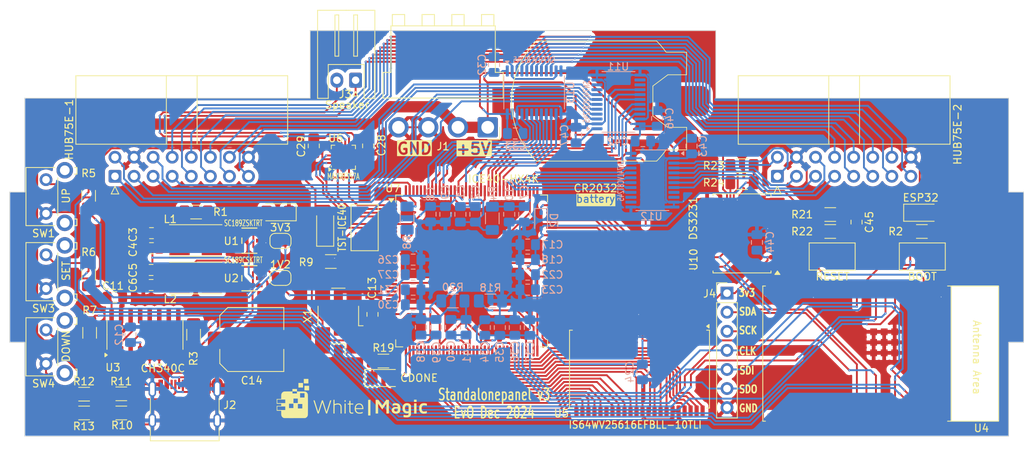
<source format=kicad_pcb>
(kicad_pcb (version 20241229) (generator "pcbnew") (generator_version "9.0")
  (layers (0 "F.Cu" signal) (2 "B.Cu" signal) (13 "F.Paste" user) (15 "B.Paste" user) (5 "F.SilkS" user "F.Silkscreen") (7 "B.SilkS" user "B.Silkscreen") (1 "F.Mask" user) (3 "B.Mask" user) (25 "Edge.Cuts" user))
  (net 0 "")
  (net 1 "VBUS")
  (net 2 "GND")
  (net 3 "DSP-A")
  (net 4 "DSP-C")
  (net 5 "DSP1-R1")
  (net 6 "DSP-B")
  (net 7 "DSP1-G2")
  (net 8 "DSP-D")
  (net 9 "DSP1-G1")
  (net 10 "DSP-LAT")
  (net 11 "DSP1-B1")
  (net 12 "DSP1-R2")
  (net 13 "DSP1-B2")
  (net 14 "DSP-OE")
  (net 15 "DSP-E")
  (net 16 "DSP-CLK")
  (net 17 "DSP2-G1")
  (net 18 "DSP2-R1")
  (net 19 "DSP2-B2")
  (net 20 "DSP2-G2")
  (net 21 "DSP2-R2")
  (net 22 "DSP2-B1")
  (net 23 "Net-(U3-V3)")
  (net 24 "Net-(J2-CC1)")
  (net 25 "Net-(J2-CC2)")
  (net 26 "Net-(U7-GNDPLL1)")
  (net 27 "Net-(U7-VCCPLL1)")
  (net 28 "+3V3")
  (net 29 "+1V2")
  (net 30 "Net-(U7-VCCPLL0)")
  (net 31 "Net-(U7-GNDPLL0)")
  (net 32 "Net-(D2-K)")
  (net 33 "Net-(U1-LX)")
  (net 34 "Net-(U2-LX)")
  (net 35 "Net-(LED1-A)")
  (net 36 "Net-(LED2-A)")
  (net 37 "Net-(LED3-K)")
  (net 38 "Net-(LED3-A)")
  (net 39 "Net-(U7-IOT_221)")
  (net 40 "~{RESET}")
  (net 41 "VSPI-CLK")
  (net 42 "VSPI-SDI")
  (net 43 "I2C-CLK")
  (net 44 "VSPI-SDO")
  (net 45 "~{ICE40-RESET}")
  (net 46 "I2C-SDA")
  (net 47 "Net-(U7-IOB_108_SS)")
  (net 48 "SYSCLK")
  (net 49 "RAM-A17")
  (net 50 "RAM-WE")
  (net 51 "RAM-D12")
  (net 52 "RAM-D6")
  (net 53 "RAM-A11")
  (net 54 "RAM-A12")
  (net 55 "RAM-A0")
  (net 56 "RAM-A3")
  (net 57 "RAM-A14")
  (net 58 "RAM-D1")
  (net 59 "RAM-D2")
  (net 60 "RAM-A2")
  (net 61 "RAM-A16")
  (net 62 "RAM-D4")
  (net 63 "RAM-D15")
  (net 64 "RAM-A15")
  (net 65 "RAM-A6")
  (net 66 "RAM-A10")
  (net 67 "RAM-A1")
  (net 68 "RAM-D10")
  (net 69 "RAM-D8")
  (net 70 "RAM-D9")
  (net 71 "RAM-D11")
  (net 72 "RAM-A8")
  (net 73 "RAM-D3")
  (net 74 "RAM-A7")
  (net 75 "RAM-OE")
  (net 76 "RAM-D5")
  (net 77 "RAM-D7")
  (net 78 "RAM-A13")
  (net 79 "RAM-A5")
  (net 80 "RAM-A4")
  (net 81 "RAM-A9")
  (net 82 "RAM-CS")
  (net 83 "RAM-D0")
  (net 84 "RAM-D14")
  (net 99 "RAM-D13")
  (net 128 "Net-(BT1-+)")
  (net 129 "Net-(LED5-K)")
  (net 130 "Net-(LED5-A)")
  (net 131 "Net-(C45-Pad1)")
  (net 132 "Net-(U4-GPIO34{slash}ADC1_CH6)")
  (net 133 "Net-(U3-UD-)")
  (net 135 "Net-(U3-UD+)")
  (net 137 "Net-(J3-Pin_1)")
  (net 138 "Net-(J3-Pin_2)")
  (net 139 "Net-(U4-32K_XP{slash}GPIO32{slash}ADC1_CH4)")
  (net 140 "Net-(U4-U0RXD{slash}GPIO3)")
  (net 141 "Net-(U3-TXD)")
  (net 142 "Net-(U4-32K_XN{slash}GPIO33{slash}ADC1_CH5)")
  (net 143 "Net-(U4-GPIO35{slash}ADC1_CH7)")
  (net 144 "Net-(U4-GPIO0{slash}BOOT{slash}ADC2_CH1)")
  (net 148 "Net-(U3-RXD)")
  (net 169 "DSP-A-5V")
  (net 170 "DSP-C-5V")
  (net 171 "DSP1-R1-5V")
  (net 172 "DSP-B-5V")
  (net 173 "DSP1-G2-5V")
  (net 174 "DSP-D-5V")
  (net 175 "DSP1-G1-5V")
  (net 176 "DSP-LAT-5V")
  (net 177 "DSP1-B1-5V")
  (net 178 "DSP1-R2-5V")
  (net 179 "DSP1-B2-5V")
  (net 180 "DSP-OE-5V")
  (net 181 "DSP-E-5V")
  (net 182 "DSP-CLK-5V")
  (net 183 "DSP2-G1-5V")
  (net 184 "DSP2-R1-5V")
  (net 185 "DSP2-B2-5V")
  (net 186 "DSP2-G2-5V")
  (net 187 "DSP2-R2-5V")
  (net 188 "DSP2-B1-5V")
  (net 197 "Net-(R10-Pad1)")
  (net 198 "Net-(R11-Pad1)")
  (net 199 "Net-(JP1-A)")
  (net 200 "Net-(JP2-A)")
  (net 201 "Net-(U6-~{SD_MODE})")
  (net 202 "Net-(U6-DIN)")
  (net 204 "Net-(U6-LRCLK)")
  (net 205 "Net-(U6-BCLK)")
  (footprint "0_whitemagic:IDC-Header_2x08_P2.54mm_Horizontal" (layer "F.Cu") (at 58.01 109.3975 90)
    (property "Reference" "HUB75E-1")
    (property "Value" "IDC_08x02")
  )
  (footprint "0_whitemagic:SW_Tactile_SKHH_Angled" (layer "F.Cu") (at 48.825 124.350001 90)
    (property "Reference" "SW3")
    (property "Value" "SET")
  )
  (footprint "0_whitemagic:Oscillator_SMD_EuroQuartz_XO91-4Pin_7.0x5.0mm_HandSoldering" (layer "F.Cu") (at 87.75 128 90)
    (property "Reference" "X1")
    (property "Value" "12MHz")
  )
  (footprint "Connector_PinHeader_2.54mm:PinHeader_1x07_P2.54mm_Vertical" (layer "F.Cu") (at 139.5 124.96)
    (property "Reference" "J4")
    (property "Value" "Conn_01x07_Pin")
  )
  (footprint "Resistor_SMD:R_1206_3216Metric_Pad1.30x1.75mm_HandSolder" (layer "F.Cu") (at 93.75 134)
    (property "Reference" "R19")
    (property "Value" "22R")
  )
  (footprint "LED_SMD:LED_1206_3216Metric_Pad1.42x1.75mm_HandSolder" (layer "F.Cu") (at 86 116.25 90)
    (property "Reference" "LED3" (hide yes))
    (property "Value" "TST-ICE40" (hide yes))
  )
  (footprint "Resistor_SMD:R_1206_3216Metric_Pad1.30x1.75mm_HandSolder" (layer "F.Cu") (at 68.479 130.496 90)
    (property "Reference" "R3")
    (property "Value" "47R")
  )
  (footprint "Resistor_SMD:R_1206_3216Metric_Pad1.30x1.75mm_HandSolder" (layer "F.Cu") (at 68.8092 114.16 180)
    (property "Reference" "R1")
    (property "Value" "1K5")
  )
  (footprint "Resistor_SMD:R_1206_3216Metric_Pad1.30x1.75mm_HandSolder" (layer "F.Cu") (at 141.5 107.99 180)
    (property "Reference" "R23")
    (property "Value" "2K7")
  )
  (footprint "LED_SMD:LED_1206_3216Metric_Pad1.42x1.75mm_HandSolder" (layer "F.Cu") (at 79.6804 114.1892 180)
    (property "Reference" "LED1" (hide yes))
    (property "Value" "3V3" (hide yes))
  )
  (footprint "0_whitemagic:IDC-Header_2x08_P2.54mm_Horizontal" (layer "F.Cu") (at 146.21 109.3975 90)
    (property "Reference" "HUB75E-2")
    (property "Value" "IDC_08x02")
  )
  (footprint "LED_SMD:LED_1206_3216Metric_Pad1.42x1.75mm_HandSolder" (layer "F.Cu") (at 93.75 136.26)
    (property "Reference" "LED5" (hide yes))
    (property "Value" "CDONE")
  )
  (footprint "0_whitemagic:Inductor-040420" (layer "F.Cu") (at 68.7584 122.9484 180)
    (property "Reference" "L2")
    (property "Value" "2.2uH")
  )
  (footprint "Resistor_SMD:R_1206_3216Metric_Pad1.30x1.75mm_HandSolder" (layer "F.Cu") (at 58.853001 140.91)
    (property "Reference" "R10")
    (property "Value" "390R")
  )
  (footprint "Package_SO:SOIC-16W_7.5x10.3mm_P1.27mm" (layer "F.Cu") (at 141.5 117 180)
    (property "Reference" "U10")
    (property "Value" "DS3231")
  )
  (footprint "Capacitor_SMD:C_0805_2012Metric_Pad1.18x1.45mm_HandSolder" (layer "F.Cu") (at 62.8709 118.9734 180)
    (property "Reference" "C4")
    (property "Value" "22uF/6v3/X5R")
  )
  (footprint "Jumper:SolderJumper-2_P1.3mm_Open_RoundedPad1.0x1.5mm" (layer "F.Cu") (at 80.036 122.9268)
    (property "Reference" "JP2" (hide yes))
    (property "Value" "1V2")
  )
  (footprint "Package_QFP:TQFP-144_20x20mm_P0.5mm" (layer "F.Cu") (at 105.5 122)
    (property "Reference" "U7")
    (property "Value" "ICE40-HX4K")
  )
  (footprint "0_whitemagic:USB_C_Receptacle _12pins" (layer "F.Cu") (at 67.3 140.835)
    (property "Reference" "J2")
    (property "Value" "USB_C")
  )
  (footprint "Resistor_SMD:R_1206_3216Metric_Pad1.30x1.75mm_HandSolder" (layer "F.Cu") (at 86.75 120.75)
    (property "Reference" "R9")
    (property "Value" "2K2")
  )
  (footprint "0_whitemagic:SOT23-5-SC189_SEM" (layer "F.Cu") (at 75.9084 117.9734 180)
    (property "Reference" "U1")
    (property "Value" "SC189ZSKTRT")
  )
  (footprint "Capacitor_SMD:C_Elec_8x10.2" (layer "F.Cu") (at 76.226 131.131)
    (property "Reference" "C14")
    (property "Value" "470uF")
  )
  (footprint "Package_SO:TSOP-II-44_10.16x18.41mm_P0.8mm" (layer "F.Cu") (at 127.852 135.081 -90)
    (property "Reference" "U5")
    (property "Value" "IS64WV25616EFBLL-10TLI")
  )
  (footprint "0_whitemagic:JST_VH_1x04_P3.96mm_Horizontal" (layer "F.Cu") (at 107.64 102.875 180)
    (property "Reference" "J1")
    (property "Value" "LEDPWR")
  )
  (footprint "0_whitemagic:SW_Tactile_SKHH_Angled" (layer "F.Cu") (at 48.825 114.350001 90)
    (property "Reference" "SW1")
    (property "Value" "UP")
  )
  (footprint "Capacitor_SMD:C_0805_2012Metric_Pad1.18x1.45mm_HandSolder" (layer "F.Cu") (at 84.481 105.35 -90)
    (property "Reference" "C29")
    (property "Value" "10uF")
  )
  (footprint "Button_Switch_SMD:SW_SPST_FSMSM" (layer "F.Cu") (at 165.507 120.082 180)
    (property "Reference" "SW2" (hide yes))
    (property "Value" "BOOT")
  )
  (footprint "LED_SMD:LED_1206_3216Metric_Pad1.42x1.75mm_HandSolder" (layer "F.Cu") (at 165.4875 114.25)
    (property "Reference" "LED2" (hide yes))
    (property "Value" "ESP32")
  )
  (footprint "Capacitor_SMD:C_0805_2012Metric_Pad1.18x1.45mm_HandSolder" (layer "F.Cu") (at 62.8709 116.9734 180)
    (property "Reference" "C3")
    (property "Value" "22uF/6v3/X5R")
  )
  (footprint "Jumper:SolderJumper-2_P1.3mm_Open_RoundedPad1.0x1.5mm" (layer "F.Cu") (at 80.0464 117.9992)
    (property "Reference" "JP1" (hide yes))
    (property "Value" "3V3")
  )
  (footprint "Resistor_SMD:R_1206_3216Metric_Pad1.30x1.75mm_HandSolder" (layer "F.Cu") (at 165.449999 116.75)
    (property "Reference" "R2")
    (property "Value" "2K2")
  )
  (footprint "0_whitemagic:SOT23-5-SC189_SEM" (layer "F.Cu") (at 75.9084 122.9734 180)
    (property "Reference" "U2")
    (property "Value" "SC189CSKTRT")
  )
  (footprint "Capacitor_SMD:C_0805_2012Metric_Pad1.18x1.45mm_HandSolder" (layer "F.Cu") (at 62.8209 123.8734 180)
    (property "Reference" "C6")
    (property "Value" "22uF/6v3/X5R")
  )
  (footprint "Capacitor_SMD:C_0805_2012Metric_Pad1.18x1.45mm_HandSolder" (layer "F.Cu") (at 58 125.5)
    (property "Reference" "C11")
    (property "Value" "100nF")
  )
  (footprint "Resistor_SMD:R_1206_3216Metric_Pad1.30x1.75mm_HandSolder" (layer "F.Cu") (at 53.900001 138.415001)
    (property "Reference" "R12")
    (property "Value" "4K7")
  )
  (footprint "Resistor_SMD:R_1206_3216Metric_Pad1.30x1.75mm_HandSolder" (layer "F.Cu") (at 153.25 116.75)
    (property "Reference" "R22")
    (property "Value" "100R")
  )
  (footprint "Resistor_SMD:R_1206_3216Metric_Pad1.30x1.75mm_HandSolder" (layer "F.Cu") (at 54.5 112 90)
    (property "Reference" "R5")
    (property "Value" "10K")
  )
  (footprint "Connector_JST:JST_XH_S2B-XH-A_1x02_P2.50mm_Horizontal" (layer "F.Cu") (at 90.049 96.608 180)
    (property "Reference" "J3")
    (property "Value" "Speaker")
  )
  (footprint "Capacitor_SMD:C_0805_2012Metric_Pad1.18x1.45mm_HandSolder" (layer "F.Cu") (at 156.75 115.5 90)
    (property "Reference" "C45")
    (property "Value" "100nF")
  )
  (footprint "0_whitemagic:white_magic_20mm" (layer "F.Cu") (at 89.54 138.99)
    (property "Reference" "G***" (hide yes))
    (property "Value" "LOGO" (hide yes))
  )
  (footprint "Resistor_SMD:R_1206_3216Metric_Pad1.30x1.75mm_HandSolder" (layer "F.Cu") (at 53.900001 140.91)
    (property "Reference" "R13")
    (property "Value" "4K7")
  )
  (footprint "0_whitemagic:SW_Tactile_SKHH_Angled" (layer "F.Cu") (at 48.825 134.350001 90)
    (property "Reference" "SW4")
    (property "Value" "DOWN")
  )
  (footprint "Capacitor_SMD:C_0805_2012Metric_Pad1.18x1.45mm_HandSolder" (layer "F.Cu") (at 91.72 105.35 -90)
    (property "Reference" "C28")
    (property "Value" "100nF")
  )
  (footprint "Button_Switch_SMD:SW_SPST_FSMSM" (layer "F.Cu") (at 91.25 116.25 90)
    (property "Reference" "SW5" (hide yes))
    (property "Value" "TST-ICE40")
  )
  (footprint "0_whitemagic:cr2032_smd_clip" (layer "F.Cu") (at 122.128212 99.381 -90)
    (property "Reference" "BT1" (hide yes))
    (property "Value" "CR2032")
  )
  (footprint "Package_SO:SOIC-16_3.9x9.9mm_P1.27mm" (layer "F.Cu") (at 62 130.5 90)
    (property "Reference" "U3")
    (property "Value" "CH340C")
  )
  (footprint "Capacitor_SMD:C_0805_2012Metric_Pad1.18x1.45mm_HandSolder" (layer "F.Cu") (at 92.299 127.7885 90)
    (property "Reference" "C13")
    (property "Value" "100nF")
  )
  (footprint "0_whitemagic:Inductor-040420" (layer "F.Cu") (at 68.7584 117.9484 180)
    (property "Reference" "L1")
    (property "Value" "2.2uH")
  )
  (footprint "Resistor_SMD:R_1206_3216Metric_Pad1.30x1.75mm_HandSolder" (layer "F.Cu") (at 54.5 122.5 90)
    (property "Reference" "R6")
    (property "Value" "10K")
  )
  (footprint "Resistor_SMD:R_1206_3216Metric_Pad1.30x1.75mm_HandSolder" (layer "F.Cu") (at 58.853001 138.37)
    (property "Reference" "R11")
    (property "Value" "390R")
  )
  (footprint "Capacitor_SMD:C_0805_2012Metric_Pad1.18x1.45mm_HandSolder" (layer "F.Cu") (at 62.8209 121.8734 180)
    (property "Reference" "C5")
    (property "Value" "22uF/6v3/X5R")
  )
  (footprint "Resistor_SMD:R_1206_3216Metric_Pad1.30x1.75mm_HandSolder" (layer "F.Cu") (at 54.636 130.242 90)
    (property "Reference" "R7")
    (property "Value" "10K")
  )
  (footprint "Button_Switch_SMD:SW_SPST_FSMSM" (layer "F.Cu") (at 153.507 120.082)
    (property "Reference" "SW6" (hide yes))
    (property "Value" "RESET")
  )
  (footprint "Resistor_SMD:R_1206_3216Metric_Pad1.30x1.75mm_HandSolder" (layer "F.Cu") (at 153.25 114.49)
    (property "Reference" "R21")
    (property "Value" "10K")
  )
  (footprint "Resistor_SMD:R_1206_3216Metric_Pad1.30x1.75mm_HandSolder" (layer "F.Cu") (at 141.5 110.25 180)
    (property "Reference" "R24")
    (property "Value" "2K7")
  )
  (footprint "0_whitemagic:ESP32-WROVER-E" (layer "F.Cu") (at 159.97 133.009 -90)
    (property "Reference" "U4")
    (property "Value" "ESP32-WROVER-E")
  )
  (footprint "Package_DFN_QFN:TQFN-16-1EP_3x3mm_P0.5mm_EP1.6x1.6mm" (layer "F.Cu") (at 88.418 106.874 90)
    (property "Reference" "U6")
    (property "Value" "MAX98357A")
  )
  (footprint "Capacitor_SMD:C_0805_2012Metric_Pad1.18x1.45mm_HandSolder" (layer "B.Cu") (at 60.0716 130.496 90)
    (property "Reference" "C12")
    (property "Value" "100nF")
  )
  (footprint "Package_SO:TSSOP-24_4.4x7.8mm_P0.65mm" (layer "B.Cu") (at 129.566 109.922 180)
    (property "Reference" "U12")
    (property "Value" "SN74LVC8T245")
  )
  (footprint "Capacitor_SMD:C_0805_2012Metric_Pad1.18x1.45mm_HandSolder" (layer "B.Cu") (at 107.25 129.5375 -90)
    (property "Reference" "C34")
    (property "Value" "4.7uF")
  )
  (footprint "Capacitor_SMD:C_0805_2012Metric_Pad1.18x1.45mm_HandSolder" (layer "B.Cu") (at 112.9625 118.5 180)
    (property "Reference" "C17")
    (property "Value" "100nF")
  )
  (footprint "Capacitor_SMD:C_0805_2012Metric_Pad1.18x1.45mm_HandSolder" (layer "B.Cu") (at 108.484 94.5296 90)
    (property "Reference" "C32")
    (property "Value" "100nF")
  )
  (footprint "Capacitor_SMD:C_0805_2012Metric_Pad1.18x1.45mm_HandSolder" (layer "B.Cu") (at 97.7125 126.5)
    (property "Reference" "C30")
    (property "Value" "100nF")
  )
  (footprint "Capacitor_SMD:C_0805_2012Metric_Pad1.18x1.45mm_HandSolder" (layer "B.Cu") (at 102 114.4625 90)
    (property "Reference" "C9")
    (property "Value" "100nF")
  )
  (footprint "Package_SO:TSSOP-24_4.4x7.8mm_P0.65mm" (layer "B.Cu") (at 125.0525 99.497)
    (property "Reference" "U11")
    (property "Value" "SN74LVC8T245")
  )
  (footprint "Capacitor_SMD:C_0805_2012Metric_Pad1.18x1.45mm_HandSolder" (layer "B.Cu") (at 113.25 129.5375 -90)
    (property "Reference" "C37")
    (property "Value" "100nF")
  )
  (footprint "Capacitor_SMD:C_0805_2012Metric_Pad1.18x1.45mm_HandSolder" (layer "B.Cu") (at 97.7125 124.5)
    (property "Reference" "C31")
    (property "Value" "4.7uF")
  )
  (footprint "Package_SO:TSSOP-24_4.4x7.8mm_P0.65mm" (layer "B.Cu") (at 113.818 98.238 -90)
    (property "Reference" "U13")
    (property "Value" "SN74LVC8T245")
  )
  (footprint "Capacitor_SMD:C_0805_2012Metric_Pad1.18x1.45mm_HandSolder" (layer "B.Cu") (at 111.3034 103.699 180)
    (property "Reference" "C33")
    (property "Value" "100nF")
  )
  (footprint "Resistor_SMD:R_1206_3216Metric_Pad1.30x1.75mm_HandSolder" (layer "B.Cu") (at 103 126 180)
    (property "Reference" "R20")
    (property "Value" "100R")
  )
  (footprint "Capacitor_SMD:C_0805_2012Metric_Pad1.18x1.45mm_HandSolder" (layer "B.Cu") (at 100.75 129.5 -90)
    (property "Reference" "C39")
    (property "Value" "100nF")
  )
  (footprint "Capacitor_SMD:C_0805_2012Metric_Pad1.18x1.45mm_HandSolder" (layer "B.Cu") (at 110.5 114.4625 90)
    (property "Reference" "C10")
    (property "Value" "100nF")
  )
  (footprint "Capacitor_SMD:C_0805_2012Metric_Pad1.18x1.45mm_HandSolder" (layer "B.Cu") (at 112.9625 124.5 180)
    (property "Reference" "C23")
    (property "Value" "4.7uF")
  )
  (footprint "Capacitor_SMD:C_0805_2012Metric_Pad1.18x1.45mm_HandSolder" (layer "B.Cu") (at 104.75 129.5 -90)
    (property "Reference" "C41")
    (property "Value" "4.7uF")
  )
  (footprint "Capacitor_SMD:C_0805_2012Metric_Pad1.18x1.45mm_HandSolder" (layer "B.Cu") (at 104 114.4625 -90)
    (property "Reference" "C1")
    (property "Value" "100nF")
  )
  (footprint "Diode_SMD:D_SOD-323" (layer "B.Cu") (at 114.75 115.3 -90)
    (property "Reference" "D2")
    (property "Value" "BAT760")
  )
  (footprint "Capacitor_SMD:C_0805_2012Metric_Pad1.18x1.45mm_HandSolder" (layer "B.Cu") (at 119.406 103.9022 90)
    (property "Reference" "C47")
    (property "Value" "100nF")
  )
  (footprint "Resistor_SMD:R_1206_3216Metric_Pad1.30x1.75mm_HandSolder" (layer "B.Cu") (at 96.9016 114.9766 90)
    (property "Reference" "R8")
    (property "Value" "10K")
  )
  (footprint "Resistor_SMD:R_1206_3216Metric_Pad1.30x1.75mm_HandSolder" (layer "B.Cu") (at 108 126)
    (property "Reference" "R18")
    (property "Value" "10K")
  )
  (footprint "Capacitor_SMD:C_0805_2012Metric_Pad1.18x1.45mm_HandSolder" (layer "B.Cu") (at 111.25 129.5375 -90)
    (property "Reference" "C36")
    (property "Value" "4.7uF")
  )
  (footprint "Capacitor_SMD:C_0805_2012Metric_Pad1.18x1.45mm_HandSolder" (layer "B.Cu") (at 102.75 129.5 -90)
    (property "Reference" "C40")
    (property "Value" "100nF")
  )
  (footprint "Capacitor_SMD:C_0805_2012Metric_Pad1.18x1.45mm_HandSolder" (layer "B.Cu") (at 134.773 105.3754 -90)
    (property "Reference" "C43")
    (property "Value" "100nF")
  )
  (footprint "Capacitor_SMD:C_0805_2012Metric_Pad1.18x1.45mm_HandSolder" (layer "B.Cu") (at 112.9625 122.5 180)
    (property "Reference" "C22")
    (property "Value" "100nF")
  )
  (footprint "Capacitor_SMD:C_0805_2012Metric_Pad1.18x1.45mm_HandSolder" (layer "B.Cu") (at 100.0258 114.4432 90)
    (property "Reference" "C8")
    (property "Value" "4.7uF")
  )
  (footprint "Capacitor_SMD:C_0805_2012Metric_Pad1.18x1.45mm_HandSolder" (layer "B.Cu") (at 112.9625 120.5 180)
    (property "Reference" "C18")
    (property "Value" "4.7uF")
  )
  (footprint "Capacitor_SMD:C_0805_2012Metric_Pad1.18x1.45mm_HandSolder" (layer "B.Cu") (at 112.5 114.4625 90)
    (property "Reference" "C7")
    (property "Value" "4.7uF")
  )
  (footprint "Capacitor_SMD:C_0805_2012Metric_Pad1.18x1.45mm_HandSolder" (layer "B.Cu") (at 130.201 101.6924 -90)
    (property "Reference" "C46")
    (property "Value" "100nF")
  )
  (footprint "Capacitor_SMD:C_0805_2012Metric_Pad1.18x1.45mm_HandSolder" (layer "B.Cu") (at 143.4852 118.2024 -90)
    (property "Reference" "C44")
    (property "Value" "100nF")
  )
  (footprint "Capacitor_SMD:C_0805_2012Metric_Pad1.18x1.45mm_HandSolder" (layer "B.Cu") (at 109.25 129.5375 -90)
    (property "Reference" "C35")
    (property "Value" "100nF")
  )
  (footprint "Capacitor_SMD:C_0805_2012Metric_Pad1.18x1.45mm_HandSolder" (layer "B.Cu") (at 128.233 135.462 -90)
    (property "Reference" "C24")
    (property "Value" "100nF")
  )
  (footprint "Capacitor_SMD:C_0805_2012Metric_Pad1.18x1.45mm_HandSolder" (layer "B.Cu") (at 97.7125 120.5 180)
    (property "Reference" "C26")
    (property "Value" "4.7uF")
  )
  (footprint "Capacitor_SMD:C_0805_2012Metric_Pad1.18x1.45mm_HandSolder" (layer "B.Cu") (at 97.7125 122.5 180)
    (property "Reference" "C27")
    (property "Value" "100nF")
  )
  (footprint "Resistor_SMD:R_1206_3216Metric_Pad1.30x1.75mm_HandSolder" (layer "B.Cu") (at 108.25 115 90)
    (property "Reference" "R4")
    (property "Value" "100R")
  )
  (footprint "Capacitor_SMD:C_0805_2012Metric_Pad1.18x1.45mm_HandSolder" (layer "B.Cu") (at 128.296 104.715 180)
    (property "Reference" "C42")
    (property "Value" "100nF")
  )
  (footprint "Capacitor_SMD:C_0805_2012Metric_Pad1.18x1.45mm_HandSolder" (layer "B.Cu") (at 98.75 129.5 -90)
    (property "Reference" "C38")
    (property "Value" "4.7uF")
  )
  (footprint "Capacitor_SMD:C_0805_2012Metric_Pad1.18x1.45mm_HandSolder" (layer "B.Cu") (at 106 114.4625 -90)
    (property "Reference" "C2")
    (property "Value" "4.7uF")
  )
  (gr_line (start 177 111.5) (end 179 111.5) (stroke (width 0.1)) (layer "Edge.Cuts"))
  (gr_line (start 138 90) (end 138 99) (stroke (width 0.1)) (layer "Edge.Cuts"))
  (gr_line (start 177 111.5) (end 177 99) (stroke (width 0.1)) (layer "Edge.Cuts"))
  (gr_line (start 46 144) (end 177 144) (stroke (width 0.1)) (layer "Edge.Cuts"))
  (gr_line (start 103 90) (end 138 90) (stroke (width 0.1)) (layer "Edge.Cuts"))
  (gr_line (start 179 131.5) (end 179 111.5) (stroke (width 0.1)) (layer "Edge.Cuts"))
  (gr_line (start 84 99) (end 46 99) (stroke (width 0.1)) (layer "Edge.Cuts"))
  (gr_line (start 84 90) (end 103 90) (stroke (width 0.1)) (layer "Edge.Cuts"))
  (gr_line (start 177 144) (end 177 131.5) (stroke (width 0.1)) (layer "Edge.Cuts"))
  (gr_line (start 138 99) (end 177 99) (stroke (width 0.1)) (layer "Edge.Cuts"))
  (gr_line (start 44 111.5) (end 44 131.5) (stroke (width 0.1)) (layer "Edge.Cuts"))
  (gr_line (start 84 99) (end 84 90) (stroke (width 0.1)) (layer "Edge.Cuts"))
  (gr_line (start 46 111.5) (end 46 99) (stroke (width 0.1)) (layer "Edge.Cuts"))
  (gr_line (start 177 131.5) (end 179 131.5) (stroke (width 0.1)) (layer "Edge.Cuts"))
  (gr_line (start 46 111.5) (end 44 111.5) (stroke (width 0.1)) (layer "Edge.Cuts"))
  (gr_line (start 44 131.5) (end 46 131.5) (stroke (width 0.1)) (layer "Edge.Cuts"))
  (gr_line (start 46 131.5) (end 46 144) (stroke (width 0.1)) (layer "Edge.Cuts"))
  (gr_text "CLK" (at 141 133.25 0) (layer "F.SilkS") (effects (font (size 1 0.8) (thickness 0.2) (bold yes)) (justify left bottom)))
  (gr_text "battery" (at 122 113 0) (layer "F.SilkS" knockout) (effects (font (size 1 1)) (justify bottom)))
  (gr_text "SCK\n" (at 141 130.5 0) (layer "F.SilkS") (effects (font (size 1 0.8) (thickness 0.2) (bold yes)) (justify left bottom)))
  (gr_text "GND" (at 95.4 106.6 0) (layer "F.SilkS" knockout) (effects (font (size 1.5 1.5) (thickness 0.3) (bold yes)) (justify left bottom)))
  (gr_text "3v3" (at 140.9452 125.5 0) (layer "F.SilkS") (effects (font (size 1 0.8) (thickness 0.2) (bold yes)) (justify left bottom)))
  (gr_text "+5V" (at 103.25 106.62 0) (layer "F.SilkS" knockout) (effects (font (size 1.5 1.5) (thickness 0.3) (bold yes)) (justify left bottom)))
  (gr_text "SDI" (at 141.0468 135.8424 0) (layer "F.SilkS") (effects (font (size 1 0.8) (thickness 0.2) (bold yes)) (justify left bottom)))
  (gr_text "Standalonepanel v3\nEvO Dec 2024" (at 108.5 141.75 0) (layer "F.SilkS") (effects (font (size 1.5 1) (thickness 0.2) (bold yes)) (justify bottom)))
  (gr_text "SDO" (at 141 138.3424 0) (layer "F.SilkS") (effects (font (size 1 0.8) (thickness 0.2) (bold yes)) (justify left bottom)))
  (gr_text "SDA" (at 141 128 0) (layer "F.SilkS") (effects (font (size 1 0.8) (thickness 0.2) (bold yes)) (justify left bottom)))
  (gr_text "GND\n" (at 141 140.87 0) (layer "F.SilkS") (effects (font (size 1 0.8) (thickness 0.2) (bold yes)) (justify left bottom)))
  (segment (start 62.9959 117.8859) (end 63.9084 116.9734) (width 0.25) (layer "F.Cu") (net 1))
  (segment (start 52.3246 102.4544) (end 92.3804 102.4544) (width 1.5) (layer "F.Cu") (net 1))
  (segment (start 107.5696 96.8918) (end 117.520138 96.8918) (width 0.25) (layer "F.Cu") (net 1))
  (segment (start 72.626 132.572) (end 72.626 131.131) (width 1.5) (layer "F.Cu") (net 1))
  (segment (start 69.7 135.5) (end 69.7 137.11) (width 0.6) (layer "F.Cu") (net 1))
  (segment (start 76.3784 123.7396) (end 76.4292 123.7904) (width 0.25) (layer "F.Cu") (net 1))
  (segment (start 76.4292 123.7904) (end 76.562201 123.923401) (width 0.25) (layer "F.Cu") (net 1))
  (segment (start 76.562201 123.923401) (end 77.22285 123.923401) (width 0.25) (layer "F.Cu") (net 1))
  (segment (start 76.434698 117.923398) (end 76.4597 117.9484) (width 0.25) (layer "F.Cu") (net 1))
  (segment (start 76.3276 127.4294) (end 76.3276 124.158002) (width 0.25) (layer "F.Cu") (net 1))
  (segment (start 92.3804 102.4544) (end 94.6918 100.143) (width 1.5) (layer "F.Cu") (net 1))
  (segment (start 50.517136 131.893) (end 48.322415 131.893) (width 1.5) (layer "F.Cu") (net 1))
  (segment (start 119.3552 98.726862) (end 119.3552 103.8768) (width 0.25) (layer "F.Cu") (net 1))
  (segment (start 48.322415 131.893) (end 47.025 130.595585) (width 1.5) (layer "F.Cu") (net 1))
  (segment (start 76.5347 117.023399) (end 76.434698 117.123401) (width 0.25) (layer "F.Cu") (net 1))
  (segment (start 130.6328 103.8768) (end 132.4108 105.6548) (width 0.25) (layer "F.Cu") (net 1))
  (segment (start 64.9 135.5) (end 65.459 134.941) (width 1.5) (layer "F.Cu") (net 1))
  (segment (start 47.025 107.754) (end 52.3246 102.4544) (width 1.5) (layer "F.Cu") (net 1))
  (segment (start 77.22285 117.023399) (end 76.5347 117.023399) (width 0.25) (layer "F.Cu") (net 1))
  (segment (start 76.434698 117.123401) (end 76.434698 117.923398) (width 0.25) (layer "F.Cu") (net 1))
  (segment (start 62.9959 121.0109) (end 62.9959 120.2344) (width 0.25) (layer "F.Cu") (net 1))
  (segment (start 47.025 130.595585) (end 47.025 107.754) (width 1.5) (layer "F.Cu") (net 1))
  (segment (start 76.434698 118.823399) (end 76.5347 118.923401) (width 0.25) (layer "F.Cu") (net 1))
  (segment (start 65.459 134.941) (end 69.141 134.941) (width 1.5) (layer "F.Cu") (net 1))
  (segment (start 77.22285 122.023399) (end 76.5347 122.023399) (width 0.25) (layer "F.Cu") (net 1))
  (segment (start 54.159136 135.535) (end 50.517136 131.893) (width 1.5) (layer "F.Cu") (net 1))
  (segment (start 72.626 131.131) (end 76.3276 127.4294) (width 0.25) (layer "F.Cu") (net 1))
  (segment (start 76.5347 118.923401) (end 77.22285 118.923401) (width 0.25) (layer "F.Cu") (net 1))
  (segment (start 76.4597 117.9484) (end 76.434698 117.9484) (width 0.25) (layer "F.Cu") (net 1))
  (segment (start 107.64 102.875) (end 103.68 102.875) (width 1.5) (layer "F.Cu") (net 1))
  (segment (start 107.1886 96.5108) (end 107.5696 96.8918) (width 0.25) (layer "F.Cu") (net 1))
  (segment (start 117.520138 96.8918) (end 119.3552 98.726862) (width 0.25) (layer "F.Cu") (net 1))
  (segment (start 76.3784 122.179699) (end 76.3784 122.9776) (width 0.25) (layer "F.Cu") (net 1))
  (segment (start 70.257 134.941) (end 72.626 132.572) (width 1.5) (layer "F.Cu") (net 1))
  (segment (start 69.141 134.941) (end 70.257 134.941) (width 1.5) (layer "F.Cu") (net 1))
  (segment (start 69.141 134.941) (end 69.7 135.5) (width 1.5) (layer "F.Cu") (net 1))
  (segment (start 76.3276 124.158002) (end 76.562201 123.923401) (width 0.25) (layer "F.Cu") (net 1))
  (segment (start 119.3552 103.8768) (end 130.6328 103.8768) (width 0.25) (layer "F.Cu") (net 1))
  (segment (start 76.4597 117.9484) (end 76.434698 117.973402) (width 0.25) (layer "F.Cu") (net 1))
  (segment (start 64.865 135.535) (end 54.159136 135.535) (width 1.5) (layer "F.Cu") (net 1))
  (segment (start 76.3784 122.9776) (end 76.3784 123.7396) (width 0.25) (layer "F.Cu") (net 1))
  (segment (start 100.948 100.143) (end 103.68 102.875) (width 1.5) (layer "F.Cu") (net 1))
  (segment (start 107.64 96.9622) (end 107.64 102.875) (width 0.25) (layer "F.Cu") (net 1))
  (segment (start 76.434698 117.973402) (end 76.434698 118.823399) (width 0.25) (layer "F.Cu") (net 1))
  (segment (start 107.1886 96.5108) (end 107.64 96.9622) (width 0.25) (layer "F.Cu") (net 1))
  (segment (start 107.1886 96.1298) (end 107.1886 96.5108) (width 0.25) (layer "F.Cu") (net 1))
  (segment (start 64.9 135.5) (end 64.865 135.535) (width 1.5) (layer "F.Cu") (net 1))
  (segment (start 62.9959 120.2344) (end 62.9959 117.8859) (width 0.25) (layer "F.Cu") (net 1))
  (segment (start 63.8584 121.8734) (end 62.9959 121.0109) (width 0.25) (layer "F.Cu") (net 1))
  (segment (start 64.9 137.11) (end 64.9 135.5) (width 0.6) (layer "F.Cu") (net 1))
  (segment (start 94.6918 100.143) (end 100.948 100.143) (width 1.5) (layer "F.Cu") (net 1))
  (segment (start 76.5347 122.023399) (end 76.3784 122.179699) (width 0.25) (layer "F.Cu") (net 1))
  (via micro (at 62.9959 120.2344) (size 0.3) (drill 0.1) (layers "F.Cu" "B.Cu") (net 1))
  (via micro (at 76.434698 117.9484) (size 0.3) (drill 0.1) (layers "F.Cu" "B.Cu") (net 1))
  (via micro (at 107.1886 96.1298) (size 0.3) (drill 0.1) (layers "F.Cu" "B.Cu") (net 1))
  (via micro (at 76.3784 122.9776) (size 0.3) (drill 0.1) (layers "F.Cu" "B.Cu") (net 1))
  (via micro (at 119.3552 103.8768) (size 0.3) (drill 0.1) (layers "F.Cu" "B.Cu") (net 1))
  (via micro (at 132.4108 105.6548) (size 0.3) (drill 0.1) (layers "F.Cu" "B.Cu") (net 1))
  (segment (start 119.7401 104.9397) (end 119.406 104.9397) (width 0.25) (layer "B.Cu") (net 1))
  (segment (start 76.434698 117.9484) (end 75.8196 118.563498) (width 0.25) (layer "B.Cu") (net 1))
  (segment (start 119.3552 103.8768) (end 119.3552 104.8889) (width 0.25) (layer "B.Cu") (net 1))
  (segment (start 75.7688 120.2344) (end 75.8196 120.2852) (width 0.25) (layer "B.Cu") (net 1))
  (segment (start 75.8196 118.563498) (end 75.8196 120.2852) (width 0.25) (layer "B.Cu") (net 1))
  (segment (start 108.484 95.5671) (end 107.7513 95.5671) (width 0.25) (layer "B.Cu") (net 1))
  (segment (start 107.7513 95.5671) (end 107.1886 96.1298) (width 0.25) (layer "B.Cu") (net 1))
  (segment (start 108.484 95.5671) (end 109.4277 95.5671) (width 0.25) (layer "B.Cu") (net 1))
  (segment (start 109.6193 95.3755) (end 110.243 95.3755) (width 0.25) (layer "B.Cu") (net 1))
  (segment (start 133.7277 104.3379) (end 132.4285 105.6371) (width 0.25) (layer "B.Cu") (net 1))
  (segment (start 76.3784 122.9776) (end 75.8196 122.4188) (width 0.25) (layer "B.Cu") (net 1))
  (segment (start 132.4285 105.6371) (end 132.4285 106.347) (width 0.25) (layer "B.Cu") (net 1))
  (segment (start 132.4108 105.6548) (end 132.4108 106.3293) (width 0.25) (layer "B.Cu") (net 1))
  (segment (start 75.8196 122.4188) (end 75.8196 120.2852) (width 0.25) (layer "B.Cu") (net 1))
  (segment (start 134.773 104.3379) (end 133.7277 104.3379) (width 0.25) (layer "B.Cu") (net 1))
  (segment (start 121.6078 103.072) (end 119.7401 104.9397) (width 0.25) (layer "B.Cu") (net 1))
  (segment (start 62.9959 120.2344) (end 75.7688 120.2344) (width 0.25) (layer "B.Cu") (net 1))
  (segment (start 109.4277 95.5671) (end 109.6193 95.3755) (width 0.25) (layer "B.Cu") (net 1))
  (segment (start 132.4108 106.3293) (end 132.4285 106.347) (width 0.25) (layer "B.Cu") (net 1))
  (segment (start 122.19 103.072) (end 121.6078 103.072) (width 0.25) (layer "B.Cu") (net 1))
  (segment (start 119.3552 104.8889) (end 119.406 104.9397) (width 0.25) (layer "B.Cu") (net 1))
  (segment (start 60.9254 116.9734) (end 56.16 112.208) (width 0.25) (layer "F.Cu") (net 2))
  (segment (start 128.252 141.288884) (end 128.252 140.6685) (width 0.25) (layer "F.Cu") (net 2))
  (segment (start 146.15 116.365) (end 146.15 112.555) (width 0.25) (layer "F.Cu") (net 2))
  (segment (start 48.825 135.552082) (end 51.687919 138.415001) (width 0.25) (layer "F.Cu") (net 2))
  (segment (start 127.452 129.4935) (end 127.452 128.0888) (width 0.25) (layer "F.Cu") (net 2))
  (segment (start 88.3 120.75) (end 89.57 120.75) (width 0.25) (layer "F.Cu") (net 2))
  (segment (start 159.03 132.909) (end 159.03 130.109) (width 0.25) (layer "F.Cu") (net 2))
  (segment (start 85.624 106.239) (end 85.624 107.128) (width 0.25) (layer "F.Cu") (net 2))
  (segment (start 90.973001 124.75) (end 89.850001 124.75) (width 0.25) (layer "F.Cu") (net 2))
  (segment (start 58.825 125.7125) (end 59.0375 125.5) (width 0.25) (layer "F.Cu") (net 2))
  (segment (start 168.225 119.8201) (end 165.75 117.3451) (width 0.25) (layer "F.Cu") (net 2))
  (segment (start 89.66 120.84) (end 91.25 120.84) (width 0.25) (layer "F.Cu") (net 2))
  (segment (start 95.3 132.7) (end 96.25 131.75) (width 0.25) (layer "F.Cu") (net 2))
  (segment (start 57.555 132.975) (end 57.555 132.000001) (width 0.25) (layer "F.Cu") (net 2))
  (segment (start 128.252 139.12894) (end 128.252 140.6685) (width 0.25) (layer "F.Cu") (net 2))
  (segment (start 163.38 130.104) (end 168.225 125.259) (width 0.25) (layer "F.Cu") (net 2))
  (segment (start 92.299 126.751001) (end 92.299 126.076001) (width 0.25) (layer "F.Cu") (net 2))
  (segment (start 160.917 118.6295) (end 160.917 120.082) (width 0.25) (layer "F.Cu") (net 2))
  (segment (start 60.025951 142.434) (end 62.456 142.434) (width 0.25) (layer "F.Cu") (net 2))
  (segment (start 86.9805 107.124) (end 85.628 107.124) (width 0.25) (layer "F.Cu") (net 2))
  (segment (start 78.1056 122.5712) (end 77.7034 122.9734) (width 0.25) (layer "F.Cu") (net 2))
  (segment (start 48.825 124.350001) (end 50.175001 123) (width 0.25) (layer "F.Cu") (net 2))
  (segment (start 79.826 132.865) (end 79.826 131.131) (width 1.5) (layer "F.Cu") (net 2))
  (segment (start 75.6418 125.035) (end 75.1768 125.5) (width 0.25) (layer "F.Cu") (net 2))
  (segment (start 148.917 118.107001) (end 148.917 120.082) (width 0.25) (layer "F.Cu") (net 2))
  (segment (start 102.75 114.272874) (end 102.76648 114.289354) (width 0.25) (layer "F.Cu") (net 2))
  (segment (start 146.1414 112.5636) (end 146.15 112.555) (width 0.25) (layer "F.Cu") (net 2))
  (segment (start 91.72 106.3875) (end 92.2475 106.3875) (width 0.25) (layer "F.Cu") (net 2))
  (segment (start 150.445 124.259) (end 150.445 123.445) (width 0.25) (layer "F.Cu") (net 2))
  (segment (start 98 119.25) (end 98.125 119.375) (width 0.25) (layer "F.Cu") (net 2))
  (segment (start 59.3727 105.6802) (end 60.55 106.8575) (width 0.25) (layer "F.Cu") (net 2))
  (segment (start 98.75 112.142763) (end 99.007237 112.4) (width 0.25) (layer "F.Cu") (net 2))
  (segment (start 127.452 128.0888) (end 127.7372 127.8036) (width 0.25) (layer "F.Cu") (net 2))
  (segment (start 87.80674 104.588) (end 88.168 104.94926) (width 0.25) (layer "F.Cu") (net 2))
  (segment (start 153.9875 111.7) (end 151.41 111.7) (width 0.25) (layer "F.Cu") (net 2))
  (segment (start 168.225 141.759) (end 168.225 137.725) (width 0.25) (layer "F.Cu") (net 2))
  (segment (start 163.99 106.8575) (end 165.165 108.0325) (width 0.25) (layer "F.Cu") (net 2))
  (segment (start 52.35 140.91) (end 53.747 142.307) (width 0.25) (layer "F.Cu") (net 2))
  (segment (start 115.342 131.3088) (end 114.9375 130.9043) (width 0.25) (layer "F.Cu") (net 2))
  (segment (start 89.57 120.75) (end 89.66 120.84) (width 0.25) (layer "F.Cu") (net 2))
  (segment (start 159.03 132.909) (end 161.83 132.909) (width 0.25) (layer "F.Cu") (net 2))
  (segment (start 51.687919 138.415001) (end 52.35 138.415001) (width 0.25) (layer "F.Cu") (net 2))
  (segment (start 61.7988 125.5) (end 59.0375 125.5) (width 0.25) (layer "F.Cu") (net 2))
  (segment (start 161.83 130.104) (end 163.38 130.104) (width 0.25) (layer "F.Cu") (net 2))
  (segment (start 128.233 137.5064) (end 128.233 139.10994) (width 0.25) (layer "F.Cu") (net 2))
  (segment (start 52.35 138.415) (end 52.35 140.91) (width 0.25) (layer "F.Cu") (net 2))
  (segment (start 48.825 114.350001) (end 49 114.175001) (width 0.25) (layer "F.Cu") (net 2))
  (segment (start 53.935451 112.208) (end 53.175001 112.96845) (width 0.25) (layer "F.Cu") (net 2))
  (segment (start 89.85 124.75) (end 89.85 121.03) (width 0.25) (layer "F.Cu") (net 2))
  (segment (start 127.452 130.382) (end 127.452 129.4935) (width 0.25) (layer "F.Cu") (net 2))
  (segment (start 92.299 126.076001) (end 90.973001 124.75) (width 0.25) (layer "F.Cu") (net 2))
  (segment (start 113.691 115.5354) (end 113.905601 115.750001) (width 0.25) (layer "F.Cu") (net 2))
  (segment (start 71.62 141.91) (end 71.62 137.71) (width 0.25) (layer "F.Cu") (net 2))
  (segment (start 136.85 117.635) (end 136.85 112.555) (width 0.25) (layer "F.Cu") (net 2))
  (segment (start 71.62 137.71) (end 74.981 137.71) (width 1.5) (layer "F.Cu") (net 2))
  (segment (start 112.75 130.1375) (end 113.25 129.6375) (width 0.25) (layer "F.Cu") (net 2))
  (segment (start 86.513 109.5664) (end 88.418 109.5664) (width 0.25) (layer "F.Cu") (net 2))
  (segment (start 113.1956 104.55) (end 114.628212 103.117388) (width 0.25) (layer "F.Cu") (net 2))
  (segment (start 60.55 106.8575) (end 61.725 105.6825) (width 0.25) (layer "F.Cu") (net 2))
  (segment (start 58.771049 142.307) (end 59.335 141.743049) (width 0.25) (layer "F.Cu") (net 2))
  (segment (start 128.719116 141.756) (end 128.252 141.288884) (width 0.25) (layer "F.Cu") (net 2))
  (segment (start 96.25 131.75) (end 96.25 128.5) (width 0.25) (layer "F.Cu") (net 2))
  (segment (start 92.84 119.25) (end 94.8375 119.25) (width 0.25) (layer "F.Cu") (net 2))
  (segment (start 50.175001 123) (end 56.036 123) (width 0.25) (layer "F.Cu") (net 2))
  (segment (start 117.247 100.11) (end 116.518 99.381) (width 0.25) (layer "F.Cu") (net 2))
  (segment (start 85.624 107.128) (end 85.624 108.6774) (width 0.25) (layer "F.Cu") (net 2))
  (segment (start 91.72 106.3875) (end 91.72 108.0932) (width 0.25) (layer "F.Cu") (net 2))
  (segment (start 98.75 111.3375) (end 98.75 112.142763) (width 0.25) (layer "F.Cu") (net 2))
  (segment (start 133.8672 112.555) (end 133.7062 112.716) (width 0.25) (layer "F.Cu") (net 2))
  (segment (start 100.9036 112.4) (end 102.76648 114.26288) (width 0.25) (layer "F.Cu") (net 2))
  (segment (start 88.668 108.3115) (end 88.418 108.3115) (width 0.25) (layer "F.Cu") (net 2))
  (segment (start 91.25 120.84) (end 92.84 119.25) (width 0.25) (layer "F.Cu") (net 2))
  (segment (start 48.825 134.350001) (end 48.825 135.552082) (width 0.25) (layer "F.Cu") (net 2))
  (segment (start 75.1768 125.5) (end 61.7988 125.5) (width 0.25) (layer "F.Cu") (net 2))
  (segment (start 57.525599 105.6802) (end 59.3727 105.6802) (width 0.25) (layer "F.Cu") (net 2))
  (segment (start 139.5 140.2) (end 137.3862 142.3138) (width 0.25) (layer "F.Cu") (net 2))
  (segment (start 147.174999 116.365) (end 148.917 118.107001) (width 0.25) (layer "F.Cu") (net 2))
  (segment (start 160.43 130.109) (end 160.43 131.509) (width 0.25) (layer "F.Cu") (net 2))
  (segment (start 133.052 141.430999) (end 133.052 140.6685) (width 0.25) (layer "F.Cu") (net 2))
  (segment (start 114.628212 103.117388) (end 114.628212 99.381) (width 0.25) (layer "F.Cu") (net 2))
  (segment (start 114.9812 124.25) (end 116.1625 124.25) (width 0.25) (layer "F.Cu") (net 2))
  (segment (start 85.624 108.6774) (end 86.513 109.5664) (width 0.25) (layer "F.Cu") (net 2))
  (segment (start 56.0584 122.9776) (end 56.5151 122.9776) (width 0.25) (layer "F.Cu") (net 2))
  (segment (start 133.052 140.6685) (end 132.252 140.6685) (width 0.25) (layer "F.Cu") (net 2))
  (segment (start 59.335 141.743049) (end 60.025951 142.434) (width 0.25) (layer "F.Cu") (net 2))
  (segment (start 159.035 130.104) (end 159.03 130.109) (width 0.25) (layer "F.Cu") (net 2))
  (segment (start 168.225 124.259) (end 168.225 119.8201) (width 0.25) (layer "F.Cu") (net 2))
  (segment (start 114.9375 124.2937) (end 114.9812 124.25) (width 0.25) (layer "F.Cu") (net 2))
  (segment (start 112.75 132.6625) (end 112.75 130.1375) (width 0.25) (layer "F.Cu") (net 2))
  (segment (start 64.1 137.11) (end 63.58 137.11) (width 0.25) (layer "F.Cu") (net 2))
  (segment (start 96.25 128.5) (end 97 127.75) (width 0.25) (layer "F.Cu") (net 2))
  (segment (start 101.395 104.55) (end 113.1956 104.55) (width 0.25) (layer "F.Cu") (net 2))
  (segment (start 94.8375 119.75) (end 94.8375 119.25) (width 0.25) (layer "F.Cu") (net 2))
  (segment (start 150.115 110.405) (end 150.115 108.2225) (width 0.25) (layer "F.Cu") (net 2))
  (segment (start 114.9375 130.9043) (end 114.9375 124.2937) (width 0.25) (layer "F.Cu") (net 2))
  (segment (start 156.75 114.4625) (end 153.9875 111.7) (width 0.25) (layer "F.Cu") (net 2))
  (segment (start 77.8258 117.9734) (end 78.1056 118.2532) (width 0.25) (layer "F.Cu") (net 2))
  (segment (start 89.85 121.03) (end 89.66 120.84) (width 0.25) (layer "F.Cu") (net 2))
  (segment (start 164 114.25) (end 156.9625 114.25) (width 0.25) (layer "F.Cu") (net 2))
  (segment (start 139.024999 112.5636) (end 136.8586 112.5636) (width 0.25) (layer "F.Cu") (net 2))
  (segment (start 56.16 112.208) (end 56.16 107.045799) (width 0.25) (layer "F.Cu") (net 2))
  (segment (start 151.41 111.7) (end 150.115 110.405) (width 0.25) (layer "F.Cu") (net 2))
  (segment (start 165.165 113.085) (end 164 114.25) (width 0.25) (layer "F.Cu") (net 2))
  (segment (start 74.615 105.6825) (end 75.79 106.8575) (width 0.25) (layer "F.Cu") (net 2))
  (segment (start 71.62 137.71) (end 71.62 136.98) (width 1.5) (layer "F.Cu") (net 2))
  (segment (start 168.225 125.259) (end 168.225 124.259) (width 0.25) (layer "F.Cu") (net 2))
  (segment (start 88.418 108.3115) (end 88.168 108.3115) (width 0.25) (layer "F.Cu") (net 2))
  (segment (start 85.624 106.239) (end 85.624 106.112) (width 0.25) (layer "F.Cu") (net 2))
  (segment (start 128.233 139.10994) (end 128.252 139.12894) (width 0.25) (layer "F.Cu") (net 2))
  (segment (start 150.445 123.445) (end 148.917 121.917) (width 0.25) (layer "F.Cu") (net 2))
  (segment (start 99.72 102.875) (end 101.395 104.55) (width 0.25) (layer "F.Cu") (net 2))
  (segment (start 168.0172 125.4668) (end 168.225 125.259) (width 0.25) (layer "F.Cu") (net 2))
  (segment (start 113.905601 115.750001) (end 116.1625 115.750001) (width 0.25) (layer "F.Cu") (net 2))
  (segment (start 136.8586 112.5636) (end 136.85 112.555) (width 0.25) (layer "F.Cu") (net 2))
  (segment (start 80.1884 116.1704) (end 81.1679 115.1909) (width 0.25) (layer "F.Cu") (net 2))
  (segment (start 58.825 128.025) (end 58.825 125.7125) (width 0.25) (layer "F.Cu") (net 2))
  (segment (start 59.335 137.536951) (end 59.335 141.743049) (width 0.25) (layer "F.Cu") (net 2))
  (segment (start 107.75 131.807236) (end 107.75 132.6625) (width 0.25) (layer "F.Cu") (net 2))
  (segment (start 132.252 140.6685) (end 132.252 141.430999) (width 0.25) (layer "F.Cu") (net 2))
  (segment (start 62.98 137.71) (end 62.37 137.1) (width 0.25) (layer "F.Cu") (net 2))
  (segment (start 57.555 132.000001) (end 58.825 130.730001) (width 0.25) (layer "F.Cu") (net 2))
  (segment (start 56.16 107.045799) (end 57.525599 105.6802) (width 0.25) (layer "F.Cu") (net 2))
  (segment (start 102.75 111.3375) (end 102.75 114.272874) (width 0.25) (layer "F.Cu") (net 2))
  (segment (start 150.445 124.259) (end 150.445 124.959) (width 0.25) (layer "F.Cu") (net 2))
  (segment (start 53.175001 112.96845) (end 53.175001 114.175001) (width 0.25) (layer "F.Cu") (net 2))
  (segment (start 156.75 114.4625) (end 160.917 118.6295) (width 0.25) (layer "F.Cu") (net 2))
  (segment (start 150.445 124.959) (end 151.0036 125.5176) (width 0.25) (layer "F.Cu") (net 2))
  (segment (start 77.7034 122.9734) (end 77.22285 122.9734) (width 0.25) (layer "F.Cu") (net 2))
  (segment (start 88.418 109.5664) (end 88.418 108.3115) (width 0.25) (layer "F.Cu") (net 2))
  (segment (start 99.007237 112.4) (end 100.9036 112.4) (width 0.25) (layer "F.Cu") (net 2))
  (segment (start 90.2468 109.5664) (end 88.418 109.5664) (width 0.25) (layer "F.Cu") (net 2))
  (segment (start 135.825001 117.635) (end 136.85 117.635) (width 0.25) (layer "F.Cu") (net 2))
  (segment (start 127.7155 130.6455) (end 127.452 130.382) (width 0.25) (layer "F.Cu") (net 2))
  (segment (start 95.76 102.875) (end 99.72 102.875) (width 0.25) (layer "F.Cu") (net 2))
  (segment (start 77.22285 117.9734) (end 77.8258 117.9734) (width 0.25) (layer "F.Cu") (net 2))
  (segment (start 59.771951 137.1) (end 59.335 137.536951) (width 0.25) (layer "F.Cu") (net 2))
  (segment (start 116.518 99.381) (end 114.628212 99.381) (width 0.25) (layer "F.Cu") (net 2))
  (segment (start 132.252 141.430999) (end 131.926999 141.756) (width 0.25) (layer "F.Cu") (net 2))
  (segment (start 146.15 116.365) (end 147.174999 116.365) (width 0.25) (layer "F.Cu") (net 2))
  (segment (start 87.2496 120.3106) (end 87.689 120.75) (width 0.25) (layer "F.Cu") (net 2))
  (segment (start 61.8334 116.9734) (end 60.9254 116.9734) (width 0.25) (layer "F.Cu") (net 2))
  (segment (start 163.409 132.909) (end 161.83 132.909) (width 0.25) (layer "F.Cu") (net 2))
  (segment (start 165.165 108.0325) (end 165.165 113.085) (width 0.25) (layer "F.Cu") (net 2))
  (segment (start 56.036 123) (end 56.0584 122.9776) (width 0.25) (layer "F.Cu") (net 2))
  (segment (start 62.37 137.1) (end 59.771951 137.1) (width 0.25) (layer "F.Cu") (net 2))
  (segment (start 58.825 130.730001) (end 58.825 128.025) (width 0.25) (layer "F.Cu") (net 2))
  (segment (start 71.02 137.11) (end 71.62 137.71) (width 0.25) (layer "F.Cu") (net 2))
  (segment (start 131.926999 141.756) (end 128.719116 141.756) (width 0.25) (layer "F.Cu") (net 2))
  (segment (start 135.2048 121.8504) (end 135.2048 118.255201) (width 0.25) (layer "F.Cu") (net 2))
  (segment (start 95.3 134) (end 95.3 132.7) (width 0.25) (layer "F.Cu") (net 2))
  (segment (start 94.8375 115.25) (end 96.25 115.25) (width 0.25) (layer "F.Cu") (net 2))
  (segment (start 161.83 130.104) (end 159.035 130.104) (width 0.25) (layer "F.Cu") (net 2))
  (segment (start 70.5 137.11) (end 71.02 137.11) (width 0.25) (layer "F.Cu") (net 2))
  (segment (start 102.76648 114.26288) (end 102.76648 114.289354) (width 0.25) (layer "F.Cu") (net 2))
  (segment (start 127.452 130.382) (end 126.5252 131.3088) (width 0.25) (layer "F.Cu") (net 2))
  (segment (start 135.2048 118.255201) (end 135.825001 117.635) (width 0.25) (layer "F.Cu") (net 2))
  (segment (start 136.85 112.555) (end 133.8672 112.555) (width 0.25) (layer "F.Cu") (net 2))
  (segment (start 61.7834 125.4846) (end 61.7988 125.5) (width 0.25) (layer "F.Cu") (net 2))
  (segment (start 85.4755 106.3875) (end 84.481 106.3875) (width 0.25) (layer "F.Cu") (net 2))
  (segment (start 87.689 120.75) (end 88.3 120.75) (width 0.25) (layer "F.Cu") (net 2))
  (segment (start 61.725 105.6825) (end 74.615 105.6825) (width 0.25) (layer "F.Cu") (net 2))
  (segment (start 150.115 108.2225) (end 148.75 106.8575) (width 0.25) (layer "F.Cu") (net 2))
  (segment (start 156.9625 114.25) (end 156.75 114.4625) (width 0.25) (layer "F.Cu") (net 2))
  (segment (start 62.98 141.91) (end 71.62 141.91) (width 0.25) (layer "F.Cu") (net 2))
  (segment (start 74.981 137.71) (end 79.826 132.865) (width 1.5) (layer "F.Cu") (net 2))
  (segment (start 56.16 112.208) (end 53.935451 112.208) (width 0.25) (layer "F.Cu") (net 2))
  (segment (start 148.917 121.917) (end 148.917 120.082) (width 0.25) (layer "F.Cu") (net 2))
  (segment (start 85.624 106.239) (end 85.4755 106.3875) (width 0.25) (layer "F.Cu") (net 2))
  (segment (start 87.148 104.588) (end 87.80674 104.588) (width 0.25) (layer "F.Cu") (net 2))
  (segment (start 140.874999 112.5636) (end 146.1414 112.5636) (width 0.25) (layer "F.Cu") (net 2))
  (segment (start 85.628 107.124) (end 85.624 107.128) (width 0.25) (layer "F.Cu") (net 2))
  (segment (start 63.58 137.11) (end 62.98 137.71) (width 0.25) (layer "F.Cu") (net 2))
  (segment (start 126.5252 131.3088) (end 115.342 131.3088) (width 0.25) (layer "F.Cu") (net 2))
  (segment (start 92.2475 106.3875) (end 95.76 102.875) (width 0.25) (layer "F.Cu") (net 2))
  (segment (start 144.9162 116.365) (end 146.15 116.365) (width 0.25) (layer "F.Cu") (net 2))
  (segment (start 97 127.75) (end 97.5 127.75) (width 0.25) (layer "F.Cu") (net 2))
  (segment (start 53.747 142.307) (end 58.771049 142.307) (width 0.25) (layer "F.Cu") (net 2))
  (segment (start 91.72 108.0932) (end 90.2468 109.5664) (width 0.25) (layer "F.Cu") (net 2))
  (segment (start 61.7834 117.0234) (end 61.8334 116.9734) (width 0.25) (layer "F.Cu") (net 2))
  (segment (start 133.934801 142.3138) (end 133.052 141.430999) (width 0.25) (layer "F.Cu") (net 2))
  (segment (start 137.3862 142.3138) (end 133.934801 142.3138) (width 0.25) (layer "F.Cu") (net 2))
  (segment (start 165.75 116) (end 164 114.25) (width 0.25) (layer "F.Cu") (net 2))
  (segment (start 61.7834 123.8734) (end 61.7834 125.4846) (width 0.25) (layer "F.Cu") (net 2))
  (segment (start 94.8375 119.25) (end 98 119.25) (width 0.25) (layer "F.Cu") (net 2))
  (segment (start 62.456 142.434) (end 62.98 141.91) (width 0.25) (layer "F.Cu") (net 2))
  (segment (start 85.624 106.112) (end 87.148 104.588) (width 0.25) (layer "F.Cu") (net 2))
  (segment (start 165.75 117.3451) (end 165.75 116) (width 0.25) (layer "F.Cu") (net 2))
  (segment (start 61.7834 123.8734) (end 61.7834 117.0234) (width 0.25) (layer "F.Cu") (net 2))
  (segment (start 49 114.175001) (end 53.175001 114.175001) (width 0.25) (layer "F.Cu") (net 2))
  (segment (start 161.83 132.909) (end 161.83 130.104) (width 0.25) (layer "F.Cu") (net 2))
  (segment (start 168.225 137.725) (end 163.409 132.909) (width 0.25) (layer "F.Cu") (net 2))
  (segment (start 56.5151 122.9776) (end 59.0375 125.5) (width 0.25) (layer "F.Cu") (net 2))
  (segment (start 88.168 104.94926) (end 88.168 105.4365) (width 0.25) (layer "F.Cu") (net 2))
  (segment (start 81.1679 115.1909) (end 81.1679 114.1892) (width 0.25) (layer "F.Cu") (net 2))
  (via micro (at 168.0172 125.4668) (size 0.3) (drill 0.1) (layers "F.Cu" "B.Cu") (net 2))
  (via micro (at 80.1884 116.1704) (size 0.3) (drill 0.1) (layers "F.Cu" "B.Cu") (net 2))
  (via micro (at 75.6418 125.035) (size 0.3) (drill 0.1) (layers "F.Cu" "B.Cu") (net 2))
  (via micro (at 113.25 129.6375) (size 0.3) (drill 0.1) (layers "F.Cu" "B.Cu") (net 2))
  (via micro (at 139.024999 112.5636) (size 0.3) (drill 0.1) (layers "F.Cu" "B.Cu") (net 2))
  (via micro (at 128.233 137.5064) (size 0.3) (drill 0.1) (layers "F.Cu" "B.Cu") (net 2))
  (via micro (at 114.9375 124.2937) (size 0.3) (drill 0.1) (layers "F.Cu" "B.Cu") (net 2))
  (via micro (at 144.9162 116.365) (size 0.3) (drill 0.1) (layers "F.Cu" "B.Cu") (net 2))
  (via micro (at 135.2048 121.8504) (size 0.3) (drill 0.1) (layers "F.Cu" "B.Cu") (net 2))
  (via micro (at 78.1056 122.5712) (size 0.3) (drill 0.1) (layers "F.Cu" "B.Cu") (net 2))
  (via micro (at 133.7062 112.716) (size 0.3) (drill 0.1) (layers "F.Cu" "B.Cu") (net 2))
  (via micro (at 107.75 131.807236) (size 0.3) (drill 0.1) (layers "F.Cu" "B.Cu") (net 2))
  (via micro (at 113.691 115.5354) (size 0.3) (drill 0.1) (layers "F.Cu" "B.Cu") (net 2))
  (via micro (at 127.7372 127.8036) (size 0.3) (drill 0.1) (layers "F.Cu" "B.Cu") (net 2))
  (via micro (at 98.125 119.375) (size 0.3) (drill 0.1) (layers "F.Cu" "B.Cu") (net 2))
  (via micro (at 140.874999 112.5636) (size 0.3) (drill 0.1) (layers "F.Cu" "B.Cu") (net 2))
  (via micro (at 97.5 127.75) (size 0.3) (drill 0.1) (layers "F.Cu" "B.Cu") (net 2))
  (via micro (at 87.2496 120.3106) (size 0.3) (drill 0.1) (layers "F.Cu" "B.Cu") (net 2))
  (via micro (at 151.0036 125.5176) (size 0.3) (drill 0.1) (layers "F.Cu" "B.Cu") (net 2))
  (via micro (at 78.1056 118.2532) (size 0.3) (drill 0.1) (layers "F.Cu" "B.Cu") (net 2))
  (via micro (at 117.247 100.11) (size 0.3) (drill 0.1) (layers "F.Cu" "B.Cu") (net 2))
  (via micro (at 102.76648 114.289354) (size 0.3) (drill 0.1) (layers "F.Cu" "B.Cu") (net 2))
  (via micro (at 96.25 115.25) (size 0.3) (drill 0.1) (layers "F.Cu" "B.Cu") (net 2))
  (via micro (at 58.825 129.4625) (size 0.3) (drill 0.1) (layers "F.Cu" "B.Cu") (net 2))
  (via micro (at 127.7155 130.6455) (size 0.3) (drill 0.1) (layers "F.Cu" "B.Cu") (net 2))
  (segment (start 122.19 102.422) (end 122.881312 102.422) (width 0.25) (layer "B.Cu") (net 2))
  (segment (start 134.1889 106.997) (end 134.773 106.4129) (width 0.25) (layer "B.Cu") (net 2))
  (segment (start 119.406 102.8647) (end 120.4943 102.8647) (width 0.25) (layer "B.Cu") (net 2))
  (segment (start 129.951 106.997) (end 129.2827 106.3287) (width 0.25) (layer "B.Cu") (net 2))
  (segment (start 144.2851 116.365) (end 143.4852 117.1649) (width 0.25) (layer "B.Cu") (net 2))
  (segment (start 117.393 100.256) (end 117.393 101.1005) (width 0.25) (layer "B.Cu") (net 2))
  (segment (start 133.5752 112.847) (end 133.7062 112.716) (width 0.25) (layer "B.Cu") (net 2))
  (segment (start 128.688552 130.8008) (end 129.3628 131.475048) (width 0.25) (layer "B.Cu") (net 2))
  (segment (start 114.9375 124.2937) (end 114.9125 124.2937) (width 0.25) (layer "B.Cu") (net 2))
  (segment (start 131.691001 112.847) (end 131.366 112.521999) (width 0.25) (layer "B.Cu") (net 2))
  (segment (start 110.5 115.5) (end 112.5 115.5) (width 0.25) (layer "B.Cu") (net 2))
  (segment (start 130.201 100.6549) (end 128.9814 100.6549) (width 0.25) (layer "B.Cu") (net 2))
  (segment (start 83.2364 119.2184) (end 80.1884 116.1704) (width 0.25) (layer "B.Cu") (net 2))
  (segment (start 129.8993 104.6642) (end 131.251 103.3125) (width 0.25) (layer "B.Cu") (net 2))
  (segment (start 167.9664 125.5176) (end 151.0036 125.5176) (width 0.25) (layer "B.Cu") (net 2))
  (segment (start 108.484 93.4921) (end 109.700912 93.4921) (width 0.25) (layer "B.Cu") (net 2))
  (segment (start 109.700912 93.4921) (end 110.893 94.684188) (width 0.25) (layer "B.Cu") (net 2))
  (segment (start 110.893 96.112999) (end 111.218001 96.438) (width 0.25) (layer "B.Cu") (net 2))
  (segment (start 128.233 137.5064) (end 128.233 136.4995) (width 0.25) (layer "B.Cu") (net 2))
  (segment (start 129.301 107.647) (end 129.951 106.997) (width 0.25) (layer "B.Cu") (net 2))
  (segment (start 127.7155 130.6455) (end 127.8708 130.8008) (width 0.25) (layer "B.Cu") (net 2))
  (segment (start 132.4285 112.847) (end 133.5752 112.847) (width 0.25) (layer "B.Cu") (net 2))
  (segment (start 75.6418 125.035) (end 78.1056 122.5712) (width 0.25) (layer "B.Cu") (net 2))
  (segment (start 109.25 128.5) (end 109.25 126.3) (width 0.25) (layer "B.Cu") (net 2))
  (segment (start 106.2 131.1576) (end 106.2 129.55) (width 0.25) (layer "B.Cu") (net 2))
  (segment (start 129.951 106.997) (end 132.4285 106.997) (width 0.25) (layer "B.Cu") (net 2))
  (segment (start 128.9775 96.293188) (end 128.606312 95.922) (width 0.25) (layer "B.Cu") (net 2))
  (segment (start 112.3409 103.699) (end 112.3409 103.1363) (width 0.25) (layer "B.Cu") (net 2))
  (segment (start 116.743 96.066812) (end 116.743 95.3755) (width 0.25) (layer "B.Cu") (net 2))
  (segment (start 102.76648 114.289354) (end 102.76648 114.73352) (width 0.25) (layer "B.Cu") (net 2))
  (segment (start 128.9814 100.6549) (end 128.9775 100.651) (width 0.25) (layer "B.Cu") (net 2))
  (segment (start 129.2827 106.3287) (end 129.2827 104.6642) (width 0.25) (layer "B.Cu") (net 2))
  (segment (start 60.0676 129.4625) (end 60.0716 129.4585) (width 0.25) (layer "B.Cu") (net 2))
  (segment (start 119.406 101.9718) (end 119.406 102.8647) (width 0.25) (layer "B.Cu") (net 2))
  (segment (start 131.251 103.3125) (end 131.251 101.7049) (width 0.25) (layer "B.Cu") (net 2))
  (segment (start 126.7035 107.647) (end 129.301 107.647) (width 0.25) (layer "B.Cu") (net 2))
  (segment (start 111.925 116.075) (end 112.5 115.5) (width 0.25) (layer "B.Cu") (net 2))
  (segment (start 117.393 95.3755) (end 118.8295 95.3755) (width 0.25) (layer "B.Cu") (net 2))
  (segment (start 135.2048 121.8504) (end 133.6904 121.8504) (width 0.25) (layer "B.Cu") (net 2))
  (segment (start 126.7035 113.497) (end 132.4285 113.497) (width 0.25) (layer "B.Cu") (net 2))
  (segment (start 102 115.5) (end 100.0451 115.5) (width 0.25) (layer "B.Cu") (net 2))
  (segment (start 111.925 124.5) (end 111.925 118.5) (width 0.25) (layer "B.Cu") (net 2))
  (segment (start 116.371812 96.438) (end 116.743 96.066812) (width 0.25) (layer "B.Cu") (net 2))
  (segment (start 111.925 124.5) (end 111.05 124.5) (width 0.25) (layer "B.Cu") (net 2))
  (segment (start 117.247 100.11) (end 117.393 100.256) (width 0.25) (layer "B.Cu") (net 2))
  (segment (start 111.664188 100.038) (end 111.543 100.159188) (width 0.25) (layer "B.Cu") (net 2))
  (segment (start 111.543 102.3384) (end 111.543 101.1005) (width 0.25) (layer "B.Cu") (net 2))
  (segment (start 113.25 128.5) (end 107.25 128.5) (width 0.25) (layer "B.Cu") (net 2))
  (segment (start 132.4285 112.847) (end 131.691001 112.847) (width 0.25) (layer "B.Cu") (net 2))
  (segment (start 96.25 115.25) (end 98.75 115.25) (width 0.25) (layer "B.Cu") (net 2))
  (segment (start 128.606312 95.922) (end 127.915 95.922) (width 0.25) (layer "B.Cu") (net 2))
  (segment (start 128.9775 100.651) (end 128.9775 96.293188) (width 0.25) (layer "B.Cu") (net 2))
  (segment (start 98.75 128.4625) (end 100.75 128.4625) (width 0.25) (layer "B.Cu") (net 2))
  (segment (start 122.19 95.922) (end 122.19 96.572) (width 0.25) (layer "B.Cu") (net 2))
  (segment (start 111.218001 96.438) (end 116.371812 96.438) (width 0.25) (layer "B.Cu") (net 2))
  (segment (start 98.75 127.75) (end 98.75 120.5) (width 0.25) (layer "B.Cu") (net 2))
  (segment (start 120.4943 102.8647) (end 120.937 102.422) (width 0.25) (layer "B.Cu") (net 2))
  (segment (start 100.0451 115.5) (end 100.0258 115.4807) (width 0.25) (layer "B.Cu") (net 2))
  (segment (start 128.9775 101.540812) (end 128.9775 100.651) (width 0.25) (layer "B.Cu") (net 2))
  (segment (start 127.8708 130.8008) (end 128.688552 130.8008) (width 0.25) (layer "B.Cu") (net 2))
  (segment (start 112.3409 103.1363) (end 111.543 102.3384) (width 0.25) (layer "B.Cu") (net 2))
  (segment (start 111.05 124.5) (end 109.55 126) (width 0.25) (layer "B.Cu") (net 2))
  (segment (start 131.366 112.521999) (end 131.366 107.356) (width 0.25) (layer "B.Cu") (net 2))
  (segment (start 97.5 127.75) (end 98.75 127.75) (width 0.25) (layer "B.Cu") (net 2))
  (segment (start 108.204 124.654) (end 109.55 126) (width 0.25) (layer "B.Cu") (net 2))
  (segment (start 119.376 95.922) (end 118.8295 95.3755) (width 0.25) (layer "B.Cu") (net 2))
  (segment (start 98.75 128.4625) (end 98.75 127.75) (width 0.25) (layer "B.Cu") (net 2))
  (segment (start 103.0484 125.4414) (end 103.8358 124.654) (width 0.25) (layer "B.Cu") (net 2))
  (segment (start 111.925 118.5) (end 111.925 116.075) (width 0.25) (layer "B.Cu") (net 2))
  (segment (start 122.881312 102.422) (end 123.2525 102.050812) (width 0.25) (layer "B.Cu") (net 2))
  (segment (start 132.4285 106.997) (end 134.1889 106.997) (width 0.25) (layer "B.Cu") (net 2))
  (segment (start 58.825 129.4625) (end 60.0676 129.4625) (width 0.25) (layer "B.Cu") (net 2))
  (segment (start 168.0172 125.4668) (end 167.9664 125.5176) (width 0.25) (layer "B.Cu") (net 2))
  (segment (start 99 115.5) (end 98.125 116.375) (width 0.25) (layer "B.Cu") (net 2))
  (segment (start 139.024999 112.5636) (end 140.874999 112.5636) (width 0.25) (layer "B.Cu") (net 2))
  (segment (start 127.915 101.772) (end 128.746312 101.772) (width 0.25) (layer "B.Cu") (net 2))
  (segment (start 103.8358 124.654) (end 108.204 124.654) (width 0.25) (layer "B.Cu") (net 2))
  (segment (start 131.366 107.356) (end 131.725 106.997) (width 0.25) (layer "B.Cu") (net 2))
  (segment (start 102.76648 114.73352) (end 102 115.5) (width 0.25) (layer "B.Cu") (net 2))
  (segment (start 116.743 95.3755) (end 117.393 95.3755) (width 0.25) (layer "B.Cu") (net 2))
  (segment (start 120.937 102.422) (end 122.19 102.422) (width 0.25) (layer "B.Cu") (net 2))
  (segment (start 106.5299 131.4875) (end 106.2 131.1576) (width 0.25) (layer "B.Cu") (net 2))
  (segment (start 129.3628 135.3697) (end 128.233 136.4995) (width 0.25) (layer "B.Cu") (net 2))
  (segment (start 112.975 125.55) (end 111.925 124.5) (width 0.25) (layer "B.Cu") (net 2))
  (segment (start 113.25 129.6375) (end 113.25 128.5) (width 0.25) (layer "B.Cu") (net 2))
  (segment (start 58.825 129.4625) (end 58.825 133.555) (width 0.25) (layer "B.Cu") (net 2))
  (segment (start 78.1056 118.2532) (end 78.1056 122.5712) (width 0.25) (layer "B.Cu") (net 2))
  (segment (start 114.5826 125.55) (end 112.975 125.55) (width 0.25) (layer "B.Cu") (net 2))
  (segment (start 123.2525 102.050812) (end 123.2525 96.943188) (width 0.25) (layer "B.Cu") (net 2))
  (segment (start 133.6904 121.8504) (end 127.7372 127.8036) (width 0.25) (layer "B.Cu") (net 2))
  (segment (start 131.251 101.7049) (end 130.201 100.6549) (width 0.25) (layer "B.Cu") (net 2))
  (segment (start 100.9349 128.4625) (end 103.0484 126.349) (width 0.25) (layer "B.Cu") (net 2))
  (segment (start 110.893 94.684188) (end 110.893 95.3755) (width 0.25) (layer "B.Cu") (net 2))
  (segment (start 100.75 128.4625) (end 100.9349 128.4625) (width 0.25) (layer "B.Cu") (net 2))
  (segment (start 112.5354 115.5354) (end 112.5 115.5) (width 0.25) (layer "B.Cu") (net 2))
  (segment (start 127.915 95.922) (end 122.19 95.922) (width 0.25) (layer "B.Cu") (net 2))
  (segment (start 109.25 126.3) (end 109.55 126) (width 0.25) (layer "B.Cu") (net 2))
  (segment (start 99.0193 115.4807) (end 99 115.5) (width 0.25) (layer "B.Cu") (net 2))
  (segment (start 107.430264 131.4875) (end 106.5299 131.4875) (width 0.25) (layer "B.Cu") (net 2))
  (segment (start 122.881312 96.572) (end 122.19 96.572) (width 0.25) (layer "B.Cu") (net 2))
  (segment (start 58.825 133.555) (end 62.98 137.71) (width 0.25) (layer "B.Cu") (net 2))
  (segment (start 110.893 95.3755) (end 110.893 96.112999) (width 0.25) (layer "B.Cu") (net 2))
  (segment (start 87.2496 120.3106) (end 86.1574 119.2184) (width 0.25) (layer "B.Cu") (net 2))
  (segment (start 98.75 115.25) (end 99 115.5) (width 0.25) (layer "B.Cu") (net 2))
  (segment (start 114.9125 125.2201) (end 114.5826 125.55) (width 0.25) (layer "B.Cu") (net 2))
  (segment (start 118.5347 101.1005) (end 119.406 101.9718) (width 0.25) (layer "B.Cu") (net 2))
  (segment (start 98.75 120) (end 98.75 120.5) (width 0.25) (layer "B.Cu") (net 2))
  (segment (start 117.247 100.11) (end 117.175 100.038) (width 0.25) (layer "B.Cu") (net 2))
  (segment (start 123.2525 96.943188) (end 122.881312 96.572) (width 0.25) (layer "B.Cu") (net 2))
  (segment (start 144.9162 116.365) (end 144.2851 116.365) (width 0.25) (layer "B.Cu") (net 2))
  (segment (start 107.75 131.807236) (end 107.430264 131.4875) (width 0.25) (layer "B.Cu") (net 2))
  (segment (start 98.125 116.375) (end 98.125 119.375) (width 0.25) (layer "B.Cu") (net 2))
  (segment (start 103.0484 126.349) (end 103.0484 125.4414) (width 0.25) (layer "B.Cu") (net 2))
  (segment (start 122.19 95.922) (end 119.376 95.922) (width 0.25) (layer "B.Cu") (net 2))
  (segment (start 129.3628 131.475048) (end 129.3628 135.3697) (width 0.25) (layer "B.Cu") (net 2))
  (segment (start 111.543 100.159188) (end 111.543 101.1005) (width 0.25) (layer "B.Cu") (net 2))
  (segment (start 86.1574 119.2184) (end 83.2364 119.2184) (width 0.25) (layer "B.Cu") (net 2))
  (segment (start 113.691 115.5354) (end 112.5354 115.5354) (width 0.25) (layer "B.Cu") (net 2))
  (segment (start 117.393 101.1005) (end 118.5347 101.1005) (width 0.25) (layer "B.Cu") (net 2))
  (segment (start 78.1056 118.2532) (end 80.1884 116.1704) (width 0.25) (layer "B.Cu") (net 2))
  (segment (start 114.9125 124.2937) (end 114.9125 125.2201) (width 0.25) (layer "B.Cu") (net 2))
  (segment (start 117.175 100.038) (end 111.664188 100.038) (width 0.25) (layer "B.Cu") (net 2))
  (segment (start 132.4285 113.497) (end 132.4285 112.847) (width 0.25) (layer "B.Cu") (net 2))
  (segment (start 129.2827 104.6642) (end 129.8993 104.6642) (width 0.25) (layer "B.Cu") (net 2))
  (segment (start 131.725 106.997) (end 132.4285 106.997) (width 0.25) (layer "B.Cu") (net 2))
  (segment (start 128.746312 101.772) (end 128.9775 101.540812) (width 0.25) (layer "B.Cu") (net 2))
  (segment (start 98.125 119.375) (end 98.75 120) (width 0.25) (layer "B.Cu") (net 2))
  (segment (start 100.0258 115.4807) (end 99.0193 115.4807) (width 0.25) (layer "B.Cu") (net 2))
  (segment (start 106.2 129.55) (end 107.25 128.5) (width 0.25) (layer "B.Cu") (net 2))
  (segment (start 105.309 108.525) (end 103.75 110.084) (width 0.25) (layer "F.Cu") (net 3))
  (segment (start 103.75 110.084) (end 103.75 111.3375) (width 0.25) (layer "F.Cu") (net 3))
  (via micro (at 105.309 108.525) (size 0.3) (drill 0.1) (layers "F.Cu" "B.Cu") (net 3))
  (segment (start 116.093 105.397876) (end 116.093 101.1005) (width 0.25) (layer "B.Cu") (net 3))
  (segment (start 106.292 107.542) (end 113.948876 107.542) (width 0.25) (layer "B.Cu") (net 3))
  (segment (start 113.948876 107.542) (end 116.093 105.397876) (width 0.25) (layer "B.Cu") (net 3))
  (segment (start 105.309 108.525) (end 106.292 107.542) (width 0.25) (layer "B.Cu") (net 3))
  (segment (start 102.237406 108.398) (end 102.237406 109.048597) (width 0.25) (layer "F.Cu") (net 4))
  (segment (start 101.25 110.036003) (end 101.25 111.3375) (width 0.25) (layer "F.Cu") (net 4))
  (segment (start 102.237406 109.048597) (end 101.25 110.036003) (width 0.25) (layer "F.Cu") (net 4))
  (via micro (at 102.237406 108.398) (size 0.3) (drill 0.1) (layers "F.Cu" "B.Cu") (net 4))
  (segment (start 103.641584 106.642) (end 110.0588 106.642) (width 0.25) (layer "B.Cu") (net 4))
  (segment (start 102.237406 108.046178) (end 103.641584 106.642) (width 0.25) (layer "B.Cu") (net 4))
  (segment (start 102.237406 108.398) (end 102.237406 108.046178) (width 0.25) (layer "B.Cu") (net 4))
  (segment (start 115.0534 105.164684) (end 115.0534 102.115) (width 0.25) (layer "B.Cu") (net 4))
  (segment (start 110.245584 106.642) (end 113.576084 106.642) (width 0.25) (layer "B.Cu") (net 4))
  (segment (start 115.0534 102.115) (end 114.793 101.8546) (width 0.25) (layer "B.Cu") (net 4))
  (segment (start 114.793 101.8546) (end 114.793 101.1005) (width 0.25) (layer "B.Cu") (net 4))
  (segment (start 113.576084 106.642) (end 115.0534 105.164684) (width 0.25) (layer "B.Cu") (net 4))
  (segment (start 111.2318 107.098) (end 109.249999 109.079801) (width 0.25) (layer "F.Cu") (net 5))
  (segment (start 109.249999 109.079801) (end 109.249999 111.3375) (width 0.25) (layer "F.Cu") (net 5))
  (segment (start 125.292352 107.098) (end 111.2318 107.098) (width 0.25) (layer "F.Cu") (net 5))
  (segment (start 126.049 105.604) (end 126.049 106.341352) (width 0.25) (layer "F.Cu") (net 5))
  (segment (start 126.049 106.341352) (end 125.292352 107.098) (width 0.25) (layer "F.Cu") (net 5))
  (via micro (at 126.049 105.604) (size 0.3) (drill 0.1) (layers "F.Cu" "B.Cu") (net 5))
  (segment (start 126.049 105.604) (end 126.049 102.263) (width 0.25) (layer "B.Cu") (net 5))
  (segment (start 126.049 102.263) (end 127.19 101.122) (width 0.25) (layer "B.Cu") (net 5))
  (segment (start 127.19 101.122) (end 127.915 101.122) (width 0.25) (layer "B.Cu") (net 5))
  (segment (start 104.75 110.0492) (end 104.75 111.3375) (width 0.25) (layer "F.Cu") (net 6))
  (segment (start 104.7502 110.049) (end 104.75 110.0492) (width 0.25) (layer "F.Cu") (net 6))
  (via micro (at 104.7502 110.049) (size 0.3) (drill 0.1) (layers "F.Cu" "B.Cu") (net 6))
  (segment (start 104.7502 108.3218) (end 104.7502 110.049) (width 0.25) (layer "B.Cu") (net 6))
  (segment (start 115.443 101.868204) (end 115.5034 101.928604) (width 0.25) (layer "B.Cu") (net 6))
  (segment (start 115.443 101.1005) (end 115.443 101.868204) (width 0.25) (layer "B.Cu") (net 6))
  (segment (start 105.98 107.092) (end 104.7502 108.3218) (width 0.25) (layer "B.Cu") (net 6))
  (segment (start 113.76248 107.092) (end 105.98 107.092) (width 0.25) (layer "B.Cu") (net 6))
  (segment (start 115.5034 105.35108) (end 113.76248 107.092) (width 0.25) (layer "B.Cu") (net 6))
  (segment (start 115.5034 101.928604) (end 115.5034 105.35108) (width 0.25) (layer "B.Cu") (net 6))
  (segment (start 110.735396 106.148) (end 108.25 108.633396) (width 0.25) (layer "F.Cu") (net 7))
  (segment (start 124.174 106.148) (end 110.735396 106.148) (width 0.25) (layer "F.Cu") (net 7))
  (segment (start 108.25 108.633396) (end 108.25 111.3375) (width 0.25) (layer "F.Cu") (net 7))
  (via micro (at 124.174 106.148) (size 0.3) (drill 0.1) (layers "F.Cu" "B.Cu") (net 7))
  (segment (start 124.965396 98.522) (end 127.915 98.522) (width 0.25) (layer "B.Cu") (net 7))
  (segment (start 124.174 106.148) (end 124.174 99.313396) (width 0.25) (layer "B.Cu") (net 7))
  (segment (start 124.174 99.313396) (end 124.965396 98.522) (width 0.25) (layer "B.Cu") (net 7))
  (segment (start 101.750001 110.239205) (end 101.762406 110.2268) (width 0.25) (layer "F.Cu") (net 8))
  (segment (start 101.750001 111.3375) (end 101.750001 110.239205) (width 0.25) (layer "F.Cu") (net 8))
  (via micro (at 101.762406 110.2268) (size 0.3) (drill 0.1) (layers "F.Cu" "B.Cu") (net 8))
  (segment (start 114.143 101.1005) (end 114.143 101.840996) (width 0.25) (layer "B.Cu") (net 8))
  (segment (start 114.6034 102.301396) (end 114.6034 104.978288) (width 0.25) (layer "B.Cu") (net 8))
  (segment (start 114.143 101.840996) (end 114.6034 102.301396) (width 0.25) (layer "B.Cu") (net 8))
  (segment (start 101.762406 107.884782) (end 101.762406 110.2268) (width 0.25) (layer "B.Cu") (net 8))
  (segment (start 114.6034 104.978288) (end 113.389688 106.192) (width 0.25) (layer "B.Cu") (net 8))
  (segment (start 103.455188 106.192) (end 101.762406 107.884782) (width 0.25) (layer "B.Cu") (net 8))
  (segment (start 113.389688 106.192) (end 103.455188 106.192) (width 0.25) (layer "B.Cu") (net 8))
  (segment (start 109.75 109.4688) (end 109.75 111.3375) (width 0.25) (layer "F.Cu") (net 9))
  (segment (start 125.5406 107.573) (end 111.6458 107.573) (width 0.25) (layer "F.Cu") (net 9))
  (segment (start 111.6458 107.573) (end 109.75 109.4688) (width 0.25) (layer "F.Cu") (net 9))
  (via micro (at 125.5406 107.573) (size 0.3) (drill 0.1) (layers "F.Cu" "B.Cu") (net 9))
  (segment (start 126.951 100.472) (end 125.574 101.849) (width 0.25) (layer "B.Cu") (net 9))
  (segment (start 127.915 100.472) (end 126.951 100.472) (width 0.25) (layer "B.Cu") (net 9))
  (segment (start 125.574 107.5396) (end 125.5406 107.573) (width 0.25) (layer "B.Cu") (net 9))
  (segment (start 125.574 101.849) (end 125.574 107.5396) (width 0.25) (layer "B.Cu") (net 9))
  (segment (start 100.75 111.3375) (end 100.75 110.2392) (width 0.25) (layer "F.Cu") (net 10))
  (segment (start 100.75 110.2392) (end 100.7624 110.2268) (width 0.25) (layer "F.Cu") (net 10))
  (via micro (at 100.7624 110.2268) (size 0.3) (drill 0.1) (layers "F.Cu" "B.Cu") (net 10))
  (segment (start 113.016896 105.292) (end 103.082396 105.292) (width 0.25) (layer "B.Cu") (net 10))
  (segment (start 113.7034 102.674188) (end 113.7034 104.605496) (width 0.25) (layer "B.Cu") (net 10))
  (segment (start 103.082396 105.292) (end 100.7624 107.611996) (width 0.25) (layer "B.Cu") (net 10))
  (segment (start 112.843 101.813788) (end 113.7034 102.674188) (width 0.25) (layer "B.Cu") (net 10))
  (segment (start 112.843 101.1005) (end 112.843 101.813788) (width 0.25) (layer "B.Cu") (net 10))
  (segment (start 113.7034 104.605496) (end 113.016896 105.292) (width 0.25) (layer "B.Cu") (net 10))
  (segment (start 100.7624 107.611996) (end 100.7624 110.2268) (width 0.25) (layer "B.Cu") (net 10))
  (segment (start 108.75 108.769792) (end 108.75 111.3375) (width 0.25) (layer "F.Cu") (net 11))
  (segment (start 125.0956 106.623) (end 110.896792 106.623) (width 0.25) (layer "F.Cu") (net 11))
  (segment (start 110.896792 106.623) (end 108.75 108.769792) (width 0.25) (layer "F.Cu") (net 11))
  (via micro (at 125.0956 106.623) (size 0.3) (drill 0.1) (layers "F.Cu" "B.Cu") (net 11))
  (segment (start 125.124 101.537) (end 126.839 99.822) (width 0.25) (layer "B.Cu") (net 11))
  (segment (start 125.0956 106.623) (end 125.124 106.5946) (width 0.25) (layer "B.Cu") (net 11))
  (segment (start 125.124 106.5946) (end 125.124 101.537) (width 0.25) (layer "B.Cu") (net 11))
  (segment (start 126.839 99.822) (end 127.915 99.822) (width 0.25) (layer "B.Cu") (net 11))
  (segment (start 124.649 105.673) (end 110.574 105.673) (width 0.25) (layer "F.Cu") (net 12))
  (segment (start 110.574 105.673) (end 107.75 108.497) (width 0.25) (layer "F.Cu") (net 12))
  (segment (start 107.75 108.497) (end 107.75 111.3375) (width 0.25) (layer "F.Cu") (net 12))
  (via micro (at 124.649 105.673) (size 0.3) (drill 0.1) (layers "F.Cu" "B.Cu") (net 12))
  (segment (start 124.649 105.673) (end 124.649 99.737) (width 0.25) (layer "B.Cu") (net 12))
  (segment (start 124.649 99.737) (end 125.214 99.172) (width 0.25) (layer "B.Cu") (net 12))
  (segment (start 125.214 99.172) (end 127.915 99.172) (width 0.25) (layer "B.Cu") (net 12))
  (segment (start 123.697195 105.196195) (end 123.67039 105.223) (width 0.25) (layer "F.Cu") (net 13))
  (segment (start 109.881 105.223) (end 106.75 108.354) (width 0.25) (layer "F.Cu") (net 13))
  (segment (start 123.67039 105.223) (end 109.881 105.223) (width 0.25) (layer "F.Cu") (net 13))
  (segment (start 106.75 108.354) (end 106.75 111.337499) (width 0.25) (layer "F.Cu") (net 13))
  (via micro (at 123.697195 105.196195) (size 0.3) (drill 0.1) (layers "F.Cu" "B.Cu") (net 13))
  (segment (start 124.598 97.872) (end 127.915 97.872) (width 0.25) (layer "B.Cu") (net 13))
  (segment (start 123.697195 105.196195) (end 123.724 105.16939) (width 0.25) (layer "B.Cu") (net 13))
  (segment (start 123.724 98.746) (end 124.598 97.872) (width 0.25) (layer "B.Cu") (net 13))
  (segment (start 123.724 105.16939) (end 123.724 98.746) (width 0.25) (layer "B.Cu") (net 13))
  (segment (start 99.75 110.2304) (end 99.7464 110.2268) (width 0.25) (layer "F.Cu") (net 14))
  (segment (start 99.75 111.3375) (end 99.75 110.2304) (width 0.25) (layer "F.Cu") (net 14))
  (via micro (at 99.7464 110.2268) (size 0.3) (drill 0.1) (layers "F.Cu" "B.Cu") (net 14))
  (segment (start 112.8305 104.842) (end 102.896 104.842) (width 0.25) (layer "B.Cu") (net 14))
  (segment (start 99.7464 107.9916) (end 99.7464 110.2268) (width 0.25) (layer "B.Cu") (net 14))
  (segment (start 102.896 104.842) (end 99.7464 107.9916) (width 0.25) (layer "B.Cu") (net 14))
  (segment (start 112.193 101.1005) (end 112.193 101.800184) (width 0.25) (layer "B.Cu") (net 14))
  (segment (start 113.2534 104.4191) (end 112.8305 104.842) (width 0.25) (layer "B.Cu") (net 14))
  (segment (start 112.193 101.800184) (end 113.2534 102.860584) (width 0.25) (layer "B.Cu") (net 14))
  (segment (start 113.2534 102.860584) (end 113.2534 104.4191) (width 0.25) (layer "B.Cu") (net 14))
  (segment (start 106.25 111.3375) (end 106.25 110.0502) (width 0.25) (layer "F.Cu") (net 15))
  (segment (start 106.25 110.0502) (end 106.2488 110.049) (width 0.25) (layer "F.Cu") (net 15))
  (via micro (at 106.2488 110.049) (size 0.3) (drill 0.1) (layers "F.Cu" "B.Cu") (net 15))
  (segment (start 106.2488 109.16) (end 106.2488 110.049) (width 0.25) (layer "B.Cu") (net 15))
  (segment (start 107.4168 107.992) (end 106.2488 109.16) (width 0.25) (layer "B.Cu") (net 15))
  (segment (start 116.743 101.1005) (end 116.743 105.384272) (width 0.25) (layer "B.Cu") (net 15))
  (segment (start 116.743 105.384272) (end 114.135272 107.992) (width 0.25) (layer "B.Cu") (net 15))
  (segment (start 114.135272 107.992) (end 107.4168 107.992) (width 0.25) (layer "B.Cu") (net 15))
  (segment (start 101.2374 109.0406) (end 100.2544 110.0236) (width 0.25) (layer "F.Cu") (net 16))
  (segment (start 100.249999 110.028001) (end 100.249999 111.3375) (width 0.25) (layer "F.Cu") (net 16))
  (segment (start 101.2374 108.652) (end 101.2374 109.0406) (width 0.25) (layer "F.Cu") (net 16))
  (segment (start 100.2544 110.0236) (end 100.249999 110.028001) (width 0.25) (layer "F.Cu") (net 16))
  (via micro (at 101.2374 108.652) (size 0.3) (drill 0.1) (layers "F.Cu" "B.Cu") (net 16))
  (segment (start 113.493 101.1005) (end 113.493 101.827392) (width 0.25) (layer "B.Cu") (net 16))
  (segment (start 101.2374 107.773392) (end 101.2374 108.652) (width 0.25) (layer "B.Cu") (net 16))
  (segment (start 113.493 101.827392) (end 114.1534 102.487792) (width 0.25) (layer "B.Cu") (net 16))
  (segment (start 114.1534 104.791892) (end 113.203292 105.742) (width 0.25) (layer "B.Cu") (net 16))
  (segment (start 103.268792 105.742) (end 101.2374 107.773392) (width 0.25) (layer "B.Cu") (net 16))
  (segment (start 114.1534 102.487792) (end 114.1534 104.791892) (width 0.25) (layer "B.Cu") (net 16))
  (segment (start 113.203292 105.742) (end 103.268792 105.742) (width 0.25) (layer "B.Cu") (net 16))
  (segment (start 112.931683 109.308059) (end 112.25 109.989742) (width 0.25) (layer "F.Cu") (net 17))
  (segment (start 112.25 109.989742) (end 112.25 111.3375) (width 0.25) (layer "F.Cu") (net 17))
  (via micro (at 112.931683 109.308059) (size 0.3) (drill 0.1) (layers "F.Cu" "B.Cu") (net 17))
  (segment (start 112.970624 109.347) (end 125.612188 109.347) (width 0.25) (layer "B.Cu") (net 17))
  (segment (start 112.931683 109.308059) (end 112.970624 109.347) (width 0.25) (layer "B.Cu") (net 17))
  (segment (start 126.012188 108.947) (end 126.7035 108.947) (width 0.25) (layer "B.Cu") (net 17))
  (segment (start 125.612188 109.347) (end 126.012188 108.947) (width 0.25) (layer "B.Cu") (net 17))
  (segment (start 112.75 110.168059) (end 112.75 111.3375) (width 0.25) (layer "F.Cu") (net 18))
  (segment (start 114.046059 108.872) (end 112.75 110.168059) (width 0.25) (layer "F.Cu") (net 18))
  (via micro (at 114.046059 108.872) (size 0.3) (drill 0.1) (layers "F.Cu" "B.Cu") (net 18))
  (segment (start 114.046059 108.872) (end 114.071059 108.897) (width 0.25) (layer "B.Cu") (net 18))
  (segment (start 126.012188 108.297) (end 126.7035 108.297) (width 0.25) (layer "B.Cu") (net 18))
  (segment (start 114.071059 108.897) (end 125.412188 108.897) (width 0.25) (layer "B.Cu") (net 18))
  (segment (start 125.412188 108.897) (end 126.012188 108.297) (width 0.25) (layer "B.Cu") (net 18))
  (segment (start 110.25 111.3375) (end 110.25 110.0864) (width 0.25) (layer "F.Cu") (net 19))
  (segment (start 110.25 110.0864) (end 110.262 110.0744) (width 0.25) (layer "F.Cu") (net 19))
  (via micro (at 110.262 110.0744) (size 0.3) (drill 0.1) (layers "F.Cu" "B.Cu") (net 19))
  (segment (start 126.7035 111.547) (end 126.012188 111.547) (width 0.25) (layer "B.Cu") (net 19))
  (segment (start 126.012188 111.547) (end 125.612188 111.147) (width 0.25) (layer "B.Cu") (net 19))
  (segment (start 111.3346 111.147) (end 110.262 110.0744) (width 0.25) (layer "B.Cu") (net 19))
  (segment (start 125.612188 111.147) (end 111.3346 111.147) (width 0.25) (layer "B.Cu") (net 19))
  (segment (start 110.750001 109.922) (end 110.750001 111.3375) (width 0.25) (layer "F.Cu") (net 20))
  (segment (start 110.765677 109.906324) (end 110.750001 109.922) (width 0.25) (layer "F.Cu") (net 20))
  (via micro (at 110.765677 109.906324) (size 0.3) (drill 0.1) (layers "F.Cu" "B.Cu") (net 20))
  (segment (start 125.812188 110.697) (end 126.012188 110.897) (width 0.25) (layer "B.Cu") (net 20))
  (segment (start 111.556353 110.697) (end 125.812188 110.697) (width 0.25) (layer "B.Cu") (net 20))
  (segment (start 110.765677 109.906324) (end 111.556353 110.697) (width 0.25) (layer "B.Cu") (net 20))
  (segment (start 126.012188 110.897) (end 126.7035 110.897) (width 0.25) (layer "B.Cu") (net 20))
  (segment (start 111.274999 109.743895) (end 111.25 109.768894) (width 0.25) (layer "F.Cu") (net 21))
  (segment (start 111.25 109.768894) (end 111.25 111.3375) (width 0.25) (layer "F.Cu") (net 21))
  (via micro (at 111.274999 109.743895) (size 0.3) (drill 0.1) (layers "F.Cu" "B.Cu") (net 21))
  (segment (start 111.274999 109.743895) (end 111.778104 110.247) (width 0.25) (layer "B.Cu") (net 21))
  (segment (start 111.778104 110.247) (end 126.7035 110.247) (width 0.25) (layer "B.Cu") (net 21))
  (segment (start 111.879976 109.677119) (end 111.749999 109.807096) (width 0.25) (layer "F.Cu") (net 22))
  (segment (start 111.749999 109.807096) (end 111.749999 111.3375) (width 0.25) (layer "F.Cu") (net 22))
  (via micro (at 111.879976 109.677119) (size 0.3) (drill 0.1) (layers "F.Cu" "B.Cu") (net 22))
  (segment (start 111.879976 109.677119) (end 111.999857 109.797) (width 0.25) (layer "B.Cu") (net 22))
  (segment (start 126.012188 109.597) (end 126.7035 109.597) (width 0.25) (layer "B.Cu") (net 22))
  (segment (start 125.812188 109.797) (end 126.012188 109.597) (width 0.25) (layer "B.Cu") (net 22))
  (segment (start 111.999857 109.797) (end 125.812188 109.797) (width 0.25) (layer "B.Cu") (net 22))
  (segment (start 61.365 131.5315) (end 61.365 132.975) (width 0.25) (layer "F.Cu") (net 23))
  (via micro (at 61.365 131.5315) (size 0.3) (drill 0.1) (layers "F.Cu" "B.Cu") (net 23))
  (segment (start 60.0716 131.5335) (end 61.363 131.5335) (width 0.25) (layer "B.Cu") (net 23))
  (segment (start 61.359 131.5375) (end 61.365 131.5315) (width 0.25) (layer "B.Cu") (net 23))
  (segment (start 61.363 131.5335) (end 61.365 131.5315) (width 0.25) (layer "B.Cu") (net 23))
  (segment (start 61.118002 139.085) (end 65.192 139.085) (width 0.25) (layer "F.Cu") (net 24))
  (segment (start 65.192 139.085) (end 66.05 138.227) (width 0.25) (layer "F.Cu") (net 24))
  (segment (start 60.403002 138.37) (end 61.118002 139.085) (width 0.25) (layer "F.Cu") (net 24))
  (segment (start 66.05 137.11) (end 66.05 138.227) (width 0.25) (layer "F.Cu") (net 24))
  (segment (start 69.05 137.938528) (end 69.05 137.11) (width 0.25) (layer "F.Cu") (net 25))
  (segment (start 60.403002 140.91) (end 61.778002 139.535) (width 0.25) (layer "F.Cu") (net 25))
  (segment (start 61.778002 139.535) (end 67.453528 139.535) (width 0.25) (layer "F.Cu") (net 25))
  (segment (start 67.453528 139.535) (end 69.05 137.938528) (width 0.25) (layer "F.Cu") (net 25))
  (segment (start 105.25 111.3375) (end 105.25 112.5) (width 0.25) (layer "F.Cu") (net 26))
  (via micro (at 105.25 112.5) (size 0.3) (drill 0.1) (layers "F.Cu" "B.Cu") (net 26))
  (segment (start 104 113.425) (end 106 113.425) (width 0.25) (layer "B.Cu") (net 26))
  (segment (start 105.25 112.5) (end 105.25 113.425) (width 0.25) (layer "B.Cu") (net 26))
  (segment (start 105.75 111.3375) (end 105.75 112.4875) (width 0.25) (layer "F.Cu") (net 27))
  (via micro (at 105.75 112.4875) (size 0.3) (drill 0.1) (layers "F.Cu" "B.Cu") (net 27))
  (segment (start 105.75 112.4875) (end 105.75 112.5125) (width 0.25) (layer "B.Cu") (net 27))
  (segment (start 107.05 114.45) (end 106 115.5) (width 0.25) (layer "B.Cu") (net 27))
  (segment (start 106.7201 112.5125) (end 107.05 112.8424) (width 0.25) (layer "B.Cu") (net 27))
  (segment (start 105.75 112.5125) (end 106.7201 112.5125) (width 0.25) (layer "B.Cu") (net 27))
  (segment (start 108.25 116.55) (end 107.05 116.55) (width 0.25) (layer "B.Cu") (net 27))
  (segment (start 107.05 112.8424) (end 107.05 114.45) (width 0.25) (layer "B.Cu") (net 27))
  (segment (start 107.05 116.55) (end 106 115.5) (width 0.25) (layer "B.Cu") (net 27))
  (segment (start 104 115.5) (end 106 115.5) (width 0.25) (layer "B.Cu") (net 27))
  (segment (start 55.849599 124.050001) (end 54.5 124.050001) (width 0.25) (layer "F.Cu") (net 28))
  (segment (start 84.225 115.845098) (end 84.225 117.9992) (width 0.25) (layer "F.Cu") (net 28))
  (segment (start 94.8375 127.75) (end 96 127.75) (width 0.25) (layer "F.Cu") (net 28))
  (segment (start 106.75 130.75) (end 106.75 131.840748) (width 0.25) (layer "F.Cu") (net 28))
  (segment (start 56.0838 123.8158) (end 55.849599 124.050001) (width 0.25) (layer "F.Cu") (net 28))
  (segment (start 116.1625 122.75) (end 114.325 122.75) (width 0.25) (layer "F.Cu") (net 28))
  (segment (start 144.9076 120.5924) (end 144.9076 120.175) (width 0.25) (layer "F.Cu") (net 28))
  (segment (start 107.25 112.5) (end 106.75 113) (width 0.25) (layer "F.Cu") (net 28))
  (segment (start 152.178 114.5) (end 151.699999 114.5) (width 0.25) (layer "F.Cu") (net 28))
  (segment (start 105 129) (end 106.75 130.75) (width 0.25) (layer "F.Cu") (net 28))
  (segment (start 113 121.575) (end 113 121.425) (width 0.25) (layer "F.Cu") (net 28))
  (segment (start 147.092 111.3444) (end 150.2476 114.5) (width 0.25) (layer "F.Cu") (net 28))
  (segment (start 101.25 131.857237) (end 101.25 128) (width 0.25) (layer "F.Cu") (net 28))
  (segment (start 84.225 127.225) (end 85.65 128.65) (width 0.25) (layer "F.Cu") (net 28))
  (segment (start 80.698799 119.165201) (end 80.698799 117.9762) (width 0.25) (layer "F.Cu") (net 28))
  (segment (start 85.65 128.65) (end 85.65 131.25) (width 0.25) (layer "F.Cu") (net 28))
  (segment (start 96.75 127) (end 96 127.75) (width 0.25) (layer "F.Cu") (net 28))
  (segment (start 86.4707 113.3256) (end 84.750799 113.3256) (width 0.25) (layer "F.Cu") (net 28))
  (segment (start 101.25 132.6625) (end 101.25 131.857237) (width 0.25) (layer "F.Cu") (net 28))
  (segment (start 106.75 132.662501) (end 106.75 131.840748) (width 0.25) (layer "F.Cu") (net 28))
  (segment (start 150.2476 114.5) (end 151.699999 114.5) (width 0.25) (layer "F.Cu") (net 28))
  (segment (start 128.252 131.2758) (end 135.890084 131.2758) (width 0.25) (layer "F.Cu") (net 28))
  (segment (start 114.25 132.6625) (end 114.25 130.75) (width 0.25) (layer "F.Cu") (net 28))
  (segment (start 89.8555 106.624) (end 89.8555 106.124) (width 0.25) (layer "F.Cu") (net 28))
  (segment (start 164.903 121.207) (end 156.7514 121.207) (width 0.25) (layer "F.Cu") (net 28))
  (segment (start 143.050001 108) (end 143.050001 110.25) (width 0.25) (layer "F.Cu") (net 28))
  (segment (start 89.493 103.631) (end 86.581 103.631) (width 0.25) (layer "F.Cu") (net 28))
  (segment (start 137.3384 129.827484) (end 137.3384 126.4116) (width 0.25) (layer "F.Cu") (net 28))
  (segment (start 56.9625 124.6945) (end 56.0838 123.8158) (width 0.25) (layer "F.Cu") (net 28))
  (segment (start 103.75 113) (end 103.25 112.5) (width 0.25) (layer "F.Cu") (net 28))
  (segment (start 92.299 128.826) (end 93.375 127.75) (width 0.25) (layer "F.Cu") (net 28))
  (segment (start 119.9724 95.6548) (end 126.7466 102.429) (width 0.25) (layer "F.Cu") (net 28))
  (segment (start 92.299 128.826) (end 92.299 130.076) (width 0.25) (layer "F.Cu") (net 28))
  (segment (start 84.202 117.9762) (end 84.225 117.9992) (width 0.25) (layer "F.Cu") (net 28))
  (segment (start 153.0864 117.542) (end 153.0864 115.4084) (width 0.25) (layer "F.Cu") (net 28))
  (segment (start 127.452 136.251931) (end 127.452 140.6685) (width 0.25) (layer "F.Cu") (net 28))
  (segment (start 84.699999 111.25) (end 84.699999 113.3764) (width 0.25) (layer "F.Cu") (net 28))
  (segment (start 142.012 110.25) (end 143.050001 110.25) (width 0.25) (layer "F.Cu") (net 28))
  (segment (start 107.25 111.3375) (end 107.25 112.5) (width 0.25) (layer "F.Cu") (net 28))
  (segment (start 114.325 122.75) (end 114.25 122.825) (width 0.25) (layer "F.Cu") (net 28))
  (segment (start 84.699999 115.370099) (end 84.225 115.845098) (width 0.25) (layer "F.Cu") (net 28))
  (segment (start 138.79 124.96) (end 139.5 124.96) (width 0.25) (layer "F.Cu") (net 28))
  (segment (start 88.895101 115.750001) (end 86.4707 113.3256) (width 0.25) (layer "F.Cu") (net 28))
  (segment (start 135.890084 131.2758) (end 137.3384 129.827484) (width 0.25) (layer "F.Cu") (net 28))
  (segment (start 127.1823 135.982231) (end 127.452 136.251931) (width 0.25) (layer "F.Cu") (net 28))
  (segment (start 116.1625 117.25) (end 115 117.25) (width 0.25) (layer "F.Cu") (net 28))
  (segment (start 144.9076 120.175) (end 146.150001 120.175) (width 0.25) (layer "F.Cu") (net 28))
  (segment (start 137.3384 126.4116) (end 138.79 124.96) (width 0.25) (layer "F.Cu") (net 28))
  (segment (start 98.653599 114.5956) (end 97.499198 115.750001) (width 0.25) (layer "F.Cu") (net 28))
  (segment (start 93.375 127.75) (end 94.8375 127.75) (width 0.25) (layer "F.Cu") (net 28))
  (segment (start 80.698799 117.9762) (end 84.202 117.9762) (width 0.25) (layer "F.Cu") (net 28))
  (segment (start 91.125001 131.250001) (end 89.850001 131.25) (width 0.25) (layer "F.Cu") (net 28))
  (segment (start 140.54 124.96) (end 144.9076 120.5924) (width 0.25) (layer "F.Cu") (net 28))
  (segment (start 85.65 131.25) (end 89.850001 131.25) (width 0.25) (layer "F.Cu") (net 28))
  (segment (start 156.7514 121.207) (end 153.0864 117.542) (width 0.25) (layer "F.Cu") (net 28))
  (segment (start 153.0864 115.4084) (end 152.178 114.5) (width 0.25) (layer "F.Cu") (net 28))
  (segment (start 128.252 131.2758) (end 128.252 129.4935) (width 0.25) (layer "F.Cu") (net 28))
  (segment (start 106.6044 96.042248) (end 106.991848 95.6548) (width 0.25) (layer "F.Cu") (net 28))
  (segment (start 84.481 104.3125) (end 85.8995 104.3125) (width 0.25) (layer "F.Cu") (net 28))
  (segment (start 101.25 131.857237) (end 104.107237 129) (width 0.25) (layer "F.Cu") (net 28))
  (segment (start 100.25 127) (end 96.75 127) (width 0.25) (layer "F.Cu") (net 28))
  (segment (start 103.25 111.3375) (end 103.25 112.5) (width 0.25) (layer "F.Cu") (net 28))
  (segment (start 144.144401 111.3444) (end 147.092 111.3444) (width 0.25) (layer "F.Cu") (net 28))
  (segment (start 128.042 107.001) (end 128.677 107.636) (width 0.25) (layer "F.Cu") (net 28))
  (segment (start 97.499198 115.750001) (end 94.8375 115.750001) (width 0.25) (layer "F.Cu") (net 28))
  (segment (start 128.677 107.636) (end 128.677 115.9672) (width 0.25) (layer "F.Cu") (net 28))
  (segment (start 84.225 117.9992) (end 84.225 127.225) (width 0.25) (layer "F.Cu") (net 28))
  (segment (start 54.5 114.2056) (end 55.4488 115.1544) (width 0.25) (layer "F.Cu") (net 28))
  (segment (start 83.431 109.981001) (end 83.431 105.3625) (width 0.25) (layer "F.Cu") (net 28))
  (segment (start 94.8375 115.750001) (end 88.895101 115.750001) (width 0.25) (layer "F.Cu") (net 28))
  (segment (start 85.8995 104.3125) (end 86.581 103.631) (width 0.25) (layer "F.Cu") (net 28))
  (segment (start 57.555 126.0925) (end 56.9625 125.5) (width 0.25) (layer "F.Cu") (net 28))
  (segment (start 90.1745 104.3125) (end 91.72 104.3125) (width 0.25) (layer "F.Cu") (net 28))
  (segment (start 84.699999 113.3764) (end 84.699999 115.370099) (width 0.25) (layer "F.Cu") (net 28))
  (segment (start 89.8555 106.124) (end 89.8555 103.9935) (width 0.25) (layer "F.Cu") (net 28))
  (segment (start 107.340748 131.25) (end 108.25 131.25) (width 0.25) (layer "F.Cu") (net 28))
  (segment (start 139.5 124.96) (end 140.54 124.96) (width 0.25) (layer "F.Cu") (net 28))
  (segment (start 89.8555 103.9935) (end 89.493 103.631) (width 0.25) (layer "F.Cu") (net 28))
  (segment (start 55.879999 131.792001) (end 57.555 130.117) (width 0.25) (layer "F.Cu") (net 28))
  (segment (start 97.499198 115.750001) (end 97.499198 117.249202) (width 0.25) (layer "F.Cu") (net 28))
  (segment (start 56.9625 125.5) (end 56.9625 124.6945) (width 0.25) (layer "F.Cu") (net 28))
  (segment (start 143.050001 110.25) (end 144.144401 111.3444) (width 0.25) (layer "F.Cu") (net 28))
  (segment (start 89.8555 103.9935) (end 90.1745 104.3125) (width 0.25) (layer "F.Cu") (net 28))
  (segment (start 106.75 131.840748) (end 107.340748 131.25) (width 0.25) (layer "F.Cu") (net 28))
  (segment (start 106.991848 95.6548) (end 119.9724 95.6548) (width 0.25) (layer "F.Cu") (net 28))
  (segment (start 84.750799 113.3256) (end 84.699999 113.3764) (width 0.25) (layer "F.Cu") (net 28))
  (segment (start 57.555 130.117) (end 57.555 128.025) (width 0.25) (layer "F.Cu") (net 28))
  (segment (start 114.325 122.75) (end 114.175 122.75) (width 0.25) (layer "F.Cu") (net 28))
  (segment (start 101.25 128) (end 100.25 127) (width 0.25) (layer "F.Cu") (net 28))
  (segment (start 84.699999 111.25) (end 83.431 109.981001) (width 0.25) (layer "F.Cu") (net 28))
  (segment (start 166.955 123.259) (end 164.903 121.207) (width 0.25) (layer "F.Cu") (net 28))
  (segment (start 107.0489 100.5113) (end 106.6044 100.0668) (width 0.25) (layer "F.Cu") (net 28))
  (segment (start 114.175 122.75) (end 113 121.575) (width 0.25) (layer "F.Cu") (net 28))
  (segment (start 54.5 113.550001) (end 54.5 114.2056) (width 0.25) (layer "F.Cu") (net 28))
  (segment (start 57.555 128.025) (end 57.555 126.0925) (width 0.25) (layer "F.Cu") (net 28))
  (segment (start 54.636 131.792001) (end 55.879999 131.792001) (width 0.25) (layer "F.Cu") (net 28))
  (segment (start 92.299 130.076) (end 91.125001 131.250001) (width 0.25) (layer "F.Cu") (net 28))
  (segment (start 106.75 113) (end 103.75 113) (width 0.25) (layer "F.Cu") (net 28))
  (segment (start 114.25 122.825) (end 114.25 130.75) (width 0.25) (layer "F.Cu") (net 28))
  (segment (start 106.6044 100.0668) (end 106.6044 96.042248) (width 0.25) (layer "F.Cu") (net 28))
  (segment (start 104.107237 129) (end 105 129) (width 0.25) (layer "F.Cu") (net 28))
  (segment (start 166.955 124.259) (end 166.955 123.259) (width 0.25) (layer "F.Cu") (net 28))
  (segment (start 97.499198 117.249202) (end 97.1302 117.6182) (width 0.25) (layer "F.Cu") (net 28))
  (segment (start 83.431 105.3625) (end 84.481 104.3125) (width 0.25) (layer "F.Cu") (net 28))
  (via micro (at 113 121.425) (size 0.3) (drill 0.1) (layers "F.Cu" "B.Cu") (net 28))
  (via micro (at 128.677 115.9672) (size 0.3) (drill 0.1) (layers "F.Cu" "B.Cu") (net 28))
  (via micro (at 115 117.25) (size 0.3) (drill 0.1) (layers "F.Cu" "B.Cu") (net 28))
  (via micro (at 55.4488 115.1544) (size 0.3) (drill 0.1) (layers "F.Cu" "B.Cu") (net 28))
  (via micro (at 126.7466 102.429) (size 0.3) (drill 0.1) (layers "F.Cu" "B.Cu") (net 28))
  (via micro (at 98.653599 114.5956) (size 0.3) (drill 0.1) (layers "F.Cu" "B.Cu") (net 28))
  (via micro (at 128.042 107.001) (size 0.3) (drill 0.1) (layers "F.Cu" "B.Cu") (net 28))
  (via micro (at 142.012 110.25) (size 0.3) (drill 0.1) (layers "F.Cu" "B.Cu") (net 28))
  (via micro (at 103.25 112.5) (size 0.3) (drill 0.1) (layers "F.Cu" "B.Cu") (net 28))
  (via micro (at 56.0838 123.8158) (size 0.3) (drill 0.1) (layers "F.Cu" "B.Cu") (net 28))
  (via micro (at 107.0489 100.5113) (size 0.3) (drill 0.1) (layers "F.Cu" "B.Cu") (net 28))
  (via micro (at 114.25 130.75) (size 0.3) (drill 0.1) (layers "F.Cu" "B.Cu") (net 28))
  (via micro (at 96 127.75) (size 0.3) (drill 0.1) (layers "F.Cu" "B.Cu") (net 28))
  (via micro (at 128.252 131.2758) (size 0.3) (drill 0.1) (layers "F.Cu" "B.Cu") (net 28))
  (via micro (at 127.1823 135.982231) (size 0.3) (drill 0.1) (layers "F.Cu" "B.Cu") (net 28))
  (via micro (at 80.698799 119.165201) (size 0.3) (drill 0.1) (layers "F.Cu" "B.Cu") (net 28))
  (via micro (at 97.1302 117.6182) (size 0.3) (drill 0.1) (layers "F.Cu" "B.Cu") (net 28))
  (via micro (at 144.9076 120.175) (size 0.3) (drill 0.1) (layers "F.Cu" "B.Cu") (net 28))
  (via micro (at 108.25 131.25) (size 0.3) (drill 0.1) (layers "F.Cu" "B.Cu") (net 28))
  (segment (start 126.7035 105.1684) (end 127.917 103.9549) (width 0.25) (layer "B.Cu") (net 28))
  (segment (start 114.25 130.75) (end 114.075 130.575) (width 0.25) (layer "B.Cu") (net 28))
  (segment (start 113.075 121.425) (end 114 120.5) (width 0.25) (layer "B.Cu") (net 28))
  (segment (start 128.038 106.997) (end 128.042 107.001) (width 0.25) (layer "B.Cu") (net 28))
  (segment (start 107.6381 101.1005) (end 110.243 101.1005) (width 0.25) (layer "B.Cu") (net 28))
  (segment (start 102 113.425) (end 102.325 113.425) (width 0.25) (layer "B.Cu") (net 28))
  (segment (start 117.9245 134.4245) (end 128.233 134.4245) (width 0.25) (layer "B.Cu") (net 28))
  (segment (start 56.0838 115.7894) (end 55.4488 115.1544) (width 0.25) (layer "B.Cu") (net 28))
  (segment (start 80.698799 120.649753) (end 75.838552 125.51) (width 0.25) (layer "B.Cu") (net 28))
  (segment (start 80.698799 119.165201) (end 80.698799 120.649753) (width 0.25) (layer "B.Cu") (net 28))
  (segment (start 126.7466 102.429) (end 127.908 102.429) (width 0.25) (layer "B.Cu") (net 28))
  (segment (start 144.4203 120.175) (end 143.4852 119.2399) (width 0.25) (layer "B.Cu") (net 28))
  (segment (start 110.2659 101.1234) (end 110.243 101.1005) (width 0.25) (layer "B.Cu") (net 28))
  (segment (start 99.848 113.401199) (end 101.976199 113.401199) (width 0.25) (layer "B.Cu") (net 28))
  (segment (start 96.675 127.075) (end 96 127.75) (width 0.25) (layer "B.Cu") (net 28))
  (segment (start 126.7035 106.997) (end 128.038 106.997) (width 0.25) (layer "B.Cu") (net 28))
  (segment (start 140.6382 111.6238) (end 135.8652 111.6238) (width 0.25) (layer "B.Cu") (net 28))
  (segment (start 114.075 130.575) (end 113.25 130.575) (width 0.25) (layer "B.Cu") (net 28))
  (segment (start 130.201 102.7299) (end 127.9951 102.7299) (width 0.25) (layer "B.Cu") (net 28))
  (segment (start 75.838552 125.51) (end 57.778 125.51) (width 0.25) (layer "B.Cu") (net 28))
  (segment (start 107.0489 100.5113) (end 107.6381 101.1005) (width 0.25) (layer "B.Cu") (net 28))
  (segment (start 135.8652 111.6238) (end 131.5218 115.9672) (width 0.25) (layer "B.Cu") (net 28))
  (segment (start 98.653599 114.5956) (end 99.848 113.401199) (width 0.25) (layer "B.Cu") (net 28))
  (segment (start 127.9951 102.7299) (end 127.915 102.81) (width 0.25) (layer "B.Cu") (net 28))
  (segment (start 110.893 101.1005) (end 110.243 101.1005) (width 0.25) (layer "B.Cu") (net 28))
  (segment (start 57.778 125.51) (end 56.0838 123.8158) (width 0.25) (layer "B.Cu") (net 28))
  (segment (start 113.25 130.575) (end 107.25 130.575) (width 0.25) (layer "B.Cu") (net 28))
  (segment (start 110.243 103.6761) (end 110.2659 103.699) (width 0.25) (layer "B.Cu") (net 28))
  (segment (start 126.7035 106.347) (end 126.7035 105.1684) (width 0.25) (layer "B.Cu") (net 28))
  (segment (start 96.675 126.5) (end 96.675 127.075) (width 0.25) (layer "B.Cu") (net 28))
  (segment (start 113 121.425) (end 113.075 121.425) (width 0.25) (layer "B.Cu") (net 28))
  (segment (start 128.677 115.9672) (end 115.1328 115.9672) (width 0.25) (layer "B.Cu") (net 28))
  (segment (start 114.75 117) (end 115 117.25) (width 0.25) (layer "B.Cu") (net 28))
  (segment (start 127.183 135.981531) (end 127.183 135.4745) (width 0.25) (layer "B.Cu") (net 28))
  (segment (start 127.915 102.81) (end 127.915 102.422) (width 0.25) (layer "B.Cu") (net 28))
  (segment (start 127.915 103.072) (end 127.915 102.81) (width 0.25) (layer "B.Cu") (net 28))
  (segment (start 142.012 110.25) (end 140.6382 111.6238) (width 0.25) (layer "B.Cu") (net 28))
  (segment (start 114 118.5) (end 114 118.25) (width 0.25) (layer "B.Cu") (net 28))
  (segment (start 128.252 134.4055) (end 128.233 134.4245) (width 0.25) (layer "B.Cu") (net 28))
  (segment (start 108.25 131.25) (end 108.575 131.25) (width 0.25) (layer "B.Cu") (net 28))
  (segment (start 115.1328 115.9672) (end 114.75 116.35) (width 0.25) (layer "B.Cu") (net 28))
  (segment (start 131.5218 115.9672) (end 128.677 115.9672) (width 0.25) (layer "B.Cu") (net 28))
  (segment (start 127.915 103.9529) (end 127.915 103.072) (width 0.25) (layer "B.Cu") (net 28))
  (segment (start 102.325 113.425) (end 103.25 112.5) (width 0.25) (layer "B.Cu") (net 28))
  (segment (start 101.976199 113.401199) (end 102 113.425) (width 0.25) (layer "B.Cu") (net 28))
  (segment (start 127.908 102.429) (end 127.915 102.422) (width 0.25) (layer "B.Cu") (net 28))
  (segment (start 56.0838 123.8158) (end 56.0838 115.7894) (width 0.25) (layer "B.Cu") (net 28))
  (segment (start 114.75 116.35) (end 114.75 117) (width 0.25) (layer "B.Cu") (net 28))
  (segment (start 114 118.5) (end 114 120.5) (width 0.25) (layer "B.Cu") (net 28))
  (segment (start 128.252 131.2758) (end 128.252 134.4055) (width 0.25) (layer "B.Cu") (net 28))
  (segment (start 114 118.25) (end 115 117.25) (width 0.25) (layer "B.Cu") (net 28))
  (segment (start 114.25 130.75) (end 117.9245 134.4245) (width 0.25) (layer "B.Cu") (net 28))
  (segment (start 127.183 135.4745) (end 128.233 134.4245) (width 0.25) (layer "B.Cu") (net 28))
  (segment (start 127.917 103.9549) (end 127.915 103.9529) (width 0.25) (layer "B.Cu") (net 28))
  (segment (start 127.1823 135.982231) (end 127.183 135.981531) (width 0.25) (layer "B.Cu") (net 28))
  (segment (start 96.675 126.5) (end 96.675 124.5) (width 0.25) (layer "B.Cu") (net 28))
  (segment (start 110.243 101.1005) (end 110.243 103.6761) (width 0.25) (layer "B.Cu") (net 28))
  (segment (start 96.9016 117.3896) (end 96.9016 116.526601) (width 0.25) (layer "B.Cu") (net 28))
  (segment (start 126.7035 106.997) (end 126.7035 106.347) (width 0.25) (layer "B.Cu") (net 28))
  (segment (start 108.575 131.25) (end 109.25 130.575) (width 0.25) (layer "B.Cu") (net 28))
  (segment (start 144.9076 120.175) (end 144.4203 120.175) (width 0.25) (layer "B.Cu") (net 28))
  (segment (start 97.1302 117.6182) (end 96.9016 117.3896) (width 0.25) (layer "B.Cu") (net 28))
  (segment (start 95.642763 126.25) (end 95.916552 125.976211) (width 0.25) (layer "F.Cu") (net 29))
  (segment (start 99.5 131.5) (end 99.25 131.5) (width 0.25) (layer "F.Cu") (net 29))
  (segment (start 102.9214 124.5786) (end 103.909325 123.590675) (width 0.25) (layer "F.Cu") (net 29))
  (segment (start 114.2 120.95) (end 114.75 121.5) (width 0.25) (layer "F.Cu") (net 29))
  (segment (start 100 127.5) (end 100 131) (width 0.25) (layer "F.Cu") (net 29))
  (segment (start 103.909325 123.590675) (end 106.55 120.95) (width 0.25) (layer "F.Cu") (net 29))
  (segment (start 99.25 131.5) (end 98.607236 131.5) (width 0.25) (layer "F.Cu") (net 29))
  (segment (start 95.916552 123.590675) (end 103.909325 123.590675) (width 0.25) (layer "F.Cu") (net 29))
  (segment (start 114.75 121.5) (end 115 121.25) (width 0.25) (layer "F.Cu") (net 29))
  (segment (start 80.686 122.9268) (end 80.686 124.6436) (width 0.25) (layer "F.Cu") (net 29))
  (segment (start 113.25 112.5) (end 113.25 114.25) (width 0.25) (layer "F.Cu") (net 29))
  (segment (start 98.607236 131.5) (end 98.25 131.857236) (width 0.25) (layer "F.Cu") (net 29))
  (segment (start 98.25 131.857236) (end 98.25 132.6625) (width 0.25) (layer "F.Cu") (net 29))
  (segment (start 106.55 120.95) (end 114.2 120.95) (width 0.25) (layer "F.Cu") (net 29))
  (segment (start 80.686 124.6436) (end 81.2674 125.225) (width 0.25) (layer "F.Cu") (net 29))
  (segment (start 113.25 114.25) (end 106.55 120.95) (width 0.25) (layer "F.Cu") (net 29))
  (segment (start 94.8375 126.25) (end 95.642763 126.25) (width 0.25) (layer "F.Cu") (net 29))
  (segment (start 115 121.25) (end 116.1625 121.25) (width 0.25) (layer "F.Cu") (net 29))
  (segment (start 95.916552 125.976211) (end 95.916552 123.590675) (width 0.25) (layer "F.Cu") (net 29))
  (segment (start 113.25 111.337499) (end 113.25 112.5) (width 0.25) (layer "F.Cu") (net 29))
  (segment (start 100 131) (end 99.5 131.5) (width 0.25) (layer "F.Cu") (net 29))
  (via micro (at 99.25 131.5) (size 0.3) (drill 0.1) (layers "F.Cu" "B.Cu") (net 29))
  (via micro (at 100 127.5) (size 0.3) (drill 0.1) (layers "F.Cu" "B.Cu") (net 29))
  (via micro (at 95.916552 123.590675) (size 0.3) (drill 0.1) (layers "F.Cu" "B.Cu") (net 29))
  (via micro (at 81.2674 125.225) (size 0.3) (drill 0.1) (layers "F.Cu" "B.Cu") (net 29))
  (via micro (at 113.25 112.5) (size 0.3) (drill 0.1) (layers "F.Cu" "B.Cu") (net 29))
  (via micro (at 114.75 121.5) (size 0.3) (drill 0.1) (layers "F.Cu" "B.Cu") (net 29))
  (via micro (at 102.9214 124.5786) (size 0.3) (drill 0.1) (layers "F.Cu" "B.Cu") (net 29))
  (segment (start 112.5 113.425) (end 108.275 113.425) (width 0.25) (layer "B.Cu") (net 29))
  (segment (start 100.75 130.5375) (end 98.75 130.5375) (width 0.25) (layer "B.Cu") (net 29))
  (segment (start 114.75 121.5) (end 114 122.25) (width 0.25) (layer "B.Cu") (net 29))
  (segment (start 101.5 126) (end 101.45 126) (width 0.25) (layer "B.Cu") (net 29))
  (segment (start 96.675 122.832227) (end 96.675 122.5) (width 0.25) (layer "B.Cu") (net 29))
  (segment (start 113.25 112.675) (end 112.5 113.425) (width 0.25) (layer "B.Cu") (net 29))
  (segment (start 102.9214 124.5786) (end 101.5 126) (width 0.25) (layer "B.Cu") (net 29))
  (segment (start 96.675 122.5) (end 96.675 120.5) (width 0.25) (layer "B.Cu") (net 29))
  (segment (start 108.275 113.425) (end 108.25 113.45) (width 0.25) (layer "B.Cu") (net 29))
  (segment (start 100.75 126) (end 101.45 126) (width 0.25) (layer "B.Cu") (net 29))
  (segment (start 100 127.5) (end 100 126.75) (width 0.25) (layer "B.Cu") (net 29))
  (segment (start 99.7875 131.5) (end 100.75 130.5375) (width 0.25) (layer "B.Cu") (net 29))
  (segment (start 95.916552 123.590675) (end 94.282227 125.225) (width 0.25) (layer "B.Cu") (net 29))
  (segment (start 100 126.75) (end 100.75 126) (width 0.25) (layer "B.Cu") (net 29))
  (segment (start 99.25 131.5) (end 99.7875 131.5) (width 0.25) (layer "B.Cu") (net 29))
  (segment (start 95.916552 123.590675) (end 96.675 122.832227) (width 0.25) (layer "B.Cu") (net 29))
  (segment (start 94.282227 125.225) (end 81.2674 125.225) (width 0.25) (layer "B.Cu") (net 29))
  (segment (start 114 122.5) (end 114 124.5) (width 0.25) (layer "B.Cu") (net 29))
  (segment (start 114 122.25) (end 114 122.5) (width 0.25) (layer "B.Cu") (net 29))
  (segment (start 113.25 112.5) (end 113.25 112.675) (width 0.25) (layer "B.Cu") (net 29))
  (segment (start 105.25 130) (end 104.75 129.5) (width 0.25) (layer "F.Cu") (net 30))
  (segment (start 105.25 132.6625) (end 105.25 130) (width 0.25) (layer "F.Cu") (net 30))
  (via micro (at 104.75 129.5) (size 0.3) (drill 0.1) (layers "F.Cu" "B.Cu") (net 30))
  (segment (start 104.75 128.4625) (end 104.75 126.2) (width 0.25) (layer "B.Cu") (net 30))
  (segment (start 104.75 126.2) (end 104.55 126) (width 0.25) (layer "B.Cu") (net 30))
  (segment (start 104.75 129.5) (end 104.75 128.4625) (width 0.25) (layer "B.Cu") (net 30))
  (segment (start 102.75 128.4625) (end 104.75 128.4625) (width 0.25) (layer "B.Cu") (net 30))
  (segment (start 104.75 132.6625) (end 104.75 131.857237) (width 0.25) (layer "F.Cu") (net 31))
  (segment (start 104.75 131.857237) (end 104.142763 131.25) (width 0.25) (layer "F.Cu") (net 31))
  (segment (start 104.142763 131.25) (end 103.75 131.25) (width 0.25) (layer "F.Cu") (net 31))
  (via micro (at 103.75 131.25) (size 0.3) (drill 0.1) (layers "F.Cu" "B.Cu") (net 31))
  (segment (start 103.75 131.25) (end 103.4625 131.25) (width 0.25) (layer "B.Cu") (net 31))
  (segment (start 103.4625 131.25) (end 102.75 130.5375) (width 0.25) (layer "B.Cu") (net 31))
  (segment (start 104.75 130.5375) (end 102.75 130.5375) (width 0.25) (layer "B.Cu") (net 31))
  (segment (start 115 113.25) (end 116.1625 113.25) (width 0.25) (layer "F.Cu") (net 32))
  (via micro (at 115 113.25) (size 0.3) (drill 0.1) (layers "F.Cu" "B.Cu") (net 32))
  (segment (start 114.75 113.5) (end 115 113.25) (width 0.25) (layer "B.Cu") (net 32))
  (segment (start 114.75 114.25) (end 114.75 113.5) (width 0.25) (layer "B.Cu") (net 32))
  (segment (start 71.908401 118.923401) (end 70.9084 117.9234) (width 0.25) (layer "F.Cu") (net 33))
  (segment (start 74.59395 118.923401) (end 71.908401 118.923401) (width 0.25) (layer "F.Cu") (net 33))
  (segment (start 73.593949 122.9234) (end 74.59395 123.923401) (width 0.25) (layer "F.Cu") (net 34))
  (segment (start 70.9084 122.9234) (end 73.593949 122.9234) (width 0.25) (layer "F.Cu") (net 34))
  (segment (start 70.359201 114.16) (end 78.1637 114.16) (width 0.25) (layer "F.Cu") (net 35))
  (segment (start 78.1637 114.16) (end 78.1929 114.1892) (width 0.25) (layer "F.Cu") (net 35))
  (segment (start 166.975 116.475) (end 166.975 114.25) (width 0.25) (layer "F.Cu") (net 36))
  (segment (start 167 116.75) (end 167 116.5) (width 0.25) (layer "F.Cu") (net 36))
  (segment (start 167 116.5) (end 166.975 116.475) (width 0.25) (layer "F.Cu") (net 36))
  (segment (start 86 119) (end 86 117.7375) (width 0.25) (layer "F.Cu") (net 37))
  (segment (start 85.2 119.8) (end 85.2 120.75) (width 0.25) (layer "F.Cu") (net 37))
  (segment (start 86 119) (end 85.2 119.8) (width 0.25) (layer "F.Cu") (net 37))
  (segment (start 87.4875 116.25) (end 94.8375 116.25) (width 0.25) (layer "F.Cu") (net 38))
  (segment (start 86 114.7625) (end 87.4875 116.25) (width 0.25) (layer "F.Cu") (net 38))
  (segment (start 98.0192 113.4018) (end 98.0192 112.9192) (width 0.25) (layer "F.Cu") (net 39))
  (segment (start 92.66 110.25) (end 96.967764 110.25) (width 0.25) (layer "F.Cu") (net 39))
  (segment (start 96.967764 110.25) (end 97.25 110.532236) (width 0.25) (layer "F.Cu") (net 39))
  (segment (start 97.25 110.532236) (end 97.25 111.3375) (width 0.25) (layer "F.Cu") (net 39))
  (segment (start 91.25 111.66) (end 92.66 110.25) (width 0.25) (layer "F.Cu") (net 39))
  (segment (start 97.25 112.15) (end 97.25 111.3375) (width 0.25) (layer "F.Cu") (net 39))
  (segment (start 98.0192 112.9192) (end 97.25 112.15) (width 0.25) (layer "F.Cu") (net 39))
  (via micro (at 98.0192 113.4018) (size 0.3) (drill 0.1) (layers "F.Cu" "B.Cu") (net 39))
  (segment (start 96.926399 113.4018) (end 96.9016 113.426599) (width 0.25) (layer "B.Cu") (net 39))
  (segment (start 98.0192 113.4018) (end 96.926399 113.4018) (width 0.25) (layer "B.Cu") (net 39))
  (segment (start 165.4675 122.7825) (end 165.685 123) (width 0.25) (layer "F.Cu") (net 40))
  (segment (start 151.699999 121.714309) (end 151.699999 116.75) (width 0.25) (layer "F.Cu") (net 40))
  (segment (start 152.117845 122.132155) (end 151.699999 121.714309) (width 0.25) (layer "F.Cu") (net 40))
  (segment (start 165.685 123) (end 165.685 124.259) (width 0.25) (layer "F.Cu") (net 40))
  (via micro (at 152.117845 122.132155) (size 0.3) (drill 0.1) (layers "F.Cu" "B.Cu") (net 40))
  (via micro (at 165.4675 122.7825) (size 0.3) (drill 0.1) (layers "F.Cu" "B.Cu") (net 40))
  (segment (start 152.117845 122.132155) (end 152.48569 122.5) (width 0.25) (layer "B.Cu") (net 40))
  (segment (start 165.185 122.5) (end 165.4675 122.7825) (width 0.25) (layer "B.Cu") (net 40))
  (segment (start 152.48569 122.5) (end 165.185 122.5) (width 0.25) (layer "B.Cu") (net 40))
  (segment (start 161.875 136.4906) (end 161.875 141.759) (width 0.25) (layer "F.Cu") (net 41))
  (segment (start 113.25 132.662501) (end 113.25 131.6228) (width 0.25) (layer "F.Cu") (net 41))
  (segment (start 113.25 131.6228) (end 113.2592 131.6136) (width 0.25) (layer "F.Cu") (net 41))
  (via micro (at 113.2592 131.6136) (size 0.3) (drill 0.1) (layers "F.Cu" "B.Cu") (net 41))
  (via micro (at 161.875 136.4906) (size 0.3) (drill 0.1) (layers "F.Cu" "B.Cu") (net 41))
  (segment (start 161.875 136.033) (end 161.875 136.4906) (width 0.25) (layer "B.Cu") (net 41))
  (segment (start 130.2484 138.2464) (end 135.9148 132.58) (width 0.25) (layer "B.Cu") (net 41))
  (segment (start 161.6136 126.2724) (end 162.8908 127.5496) (width 0.25) (layer "B.Cu") (net 41))
  (segment (start 113.2592 131.6136) (end 113.2592 135.089212) (width 0.25) (layer "B.Cu") (net 41))
  (segment (start 162.8908 135.0172) (end 161.875 136.033) (width 0.25) (layer "B.Cu") (net 41))
  (segment (start 143.3316 132.58) (end 143.8308 132.0808) (width 0.25) (layer "B.Cu") (net 41))
  (segment (start 149.6392 126.2724) (end 161.6136 126.2724) (width 0.25) (layer "B.Cu") (net 41))
  (segment (start 135.9148 132.58) (end 139.5 132.58) (width 0.25) (layer "B.Cu") (net 41))
  (segment (start 116.416388 138.2464) (end 130.2484 138.2464) (width 0.25) (layer "B.Cu") (net 41))
  (segment (start 162.8908 127.5496) (end 162.8908 135.0172) (width 0.25) (layer "B.Cu") (net 41))
  (segment (start 113.2592 135.089212) (end 116.416388 138.2464) (width 0.25) (layer "B.Cu") (net 41))
  (segment (start 143.8308 132.0808) (end 149.6392 126.2724) (width 0.25) (layer "B.Cu") (net 41))
  (segment (start 139.5 132.58) (end 143.3316 132.58) (width 0.25) (layer "B.Cu") (net 41))
  (segment (start 112.275 132.6375) (end 112.25 132.6625) (width 0.25) (layer "F.Cu") (net 42))
  (segment (start 156.795 126.7474) (end 156.795 124.259) (width 0.25) (layer "F.Cu") (net 42))
  (segment (start 112.275 131.7152) (end 112.275 132.6375) (width 0.25) (layer "F.Cu") (net 42))
  (via micro (at 112.275 131.7152) (size 0.3) (drill 0.1) (layers "F.Cu" "B.Cu") (net 42))
  (via micro (at 156.795 126.7474) (size 0.3) (drill 0.1) (layers "F.Cu" "B.Cu") (net 42))
  (segment (start 112.275 131.7152) (end 112.275 134.741408) (width 0.25) (layer "B.Cu") (net 42))
  (segment (start 130.434796 138.6964) (end 134.011196 135.12) (width 0.25) (layer "B.Cu") (net 42))
  (segment (start 116.229992 138.6964) (end 130.434796 138.6964) (width 0.25) (layer "B.Cu") (net 42))
  (segment (start 150.2818 126.7474) (end 156.795 126.7474) (width 0.25) (layer "B.Cu") (net 42))
  (segment (start 142.4946 134.5346) (end 150.2818 126.7474) (width 0.25) (layer "B.Cu") (net 42))
  (segment (start 141.9092 135.12) (end 142.4946 134.5346) (width 0.25) (layer "B.Cu") (net 42))
  (segment (start 134.011196 135.12) (end 139.5 135.12) (width 0.25) (layer "B.Cu") (net 42))
  (segment (start 112.275 134.741408) (end 116.229992 138.6964) (width 0.25) (layer "B.Cu") (net 42))
  (segment (start 139.5 135.12) (end 141.9092 135.12) (width 0.25) (layer "B.Cu") (net 42))
  (segment (start 140.399999 120.178605) (end 139.133604 121.445) (width 0.25) (layer "F.Cu") (net 43))
  (segment (start 140.924999 111.1201) (end 140.399999 111.6451) (width 0.25) (layer "F.Cu") (net 43))
  (segment (start 140.399999 111.6451) (end 140.399999 120.178605) (width 0.25) (layer "F.Cu") (net 43))
  (segment (start 156.795 134.434596) (end 156.795 141.759) (width 0.25) (layer "F.Cu") (net 43))
  (segment (start 145.244648 127.5932) (end 149.953604 127.5932) (width 0.25) (layer "F.Cu") (net 43))
  (segment (start 144.356 127.5932) (end 141.9092 130.04) (width 0.25) (layer "F.Cu") (net 43))
  (segment (start 139.949999 108) (end 140.924999 108.975) (width 0.25) (layer "F.Cu") (net 43))
  (segment (start 141.9092 130.04) (end 139.5 130.04) (width 0.25) (layer "F.Cu") (net 43))
  (segment (start 140.924999 108.975) (end 140.924999 111.1201) (width 0.25) (layer "F.Cu") (net 43))
  (segment (start 139.133604 121.445) (end 136.85 121.445) (width 0.25) (layer "F.Cu") (net 43))
  (segment (start 145.244648 127.5932) (end 144.356 127.5932) (width 0.25) (layer "F.Cu") (net 43))
  (segment (start 149.953604 127.5932) (end 156.795 134.434596) (width 0.25) (layer "F.Cu") (net 43))
  (via micro (at 139.115926 121.462678) (size 0.3) (drill 0.1) (layers "F.Cu" "B.Cu") (net 43))
  (via micro (at 145.244648 127.5932) (size 0.3) (drill 0.1) (layers "F.Cu" "B.Cu") (net 43))
  (segment (start 145.244648 127.5932) (end 141.5548 123.903352) (width 0.25) (layer "B.Cu") (net 43))
  (segment (start 141.5548 123.903352) (end 141.5548 123.901552) (width 0.25) (layer "B.Cu") (net 43))
  (segment (start 141.5548 123.901552) (end 139.115926 121.462678) (width 0.25) (layer "B.Cu") (net 43))
  (segment (start 165.685 139.4192) (end 165.685 141.759) (width 0.25) (layer "F.Cu") (net 44))
  (segment (start 161.3846 135.1188) (end 165.685 139.4192) (width 0.25) (layer "F.Cu") (net 44))
  (segment (start 111.749999 131.598801) (end 111.749999 132.6625) (width 0.25) (layer "F.Cu") (net 44))
  (via micro (at 111.749999 131.598801) (size 0.3) (drill 0.1) (layers "F.Cu" "B.Cu") (net 44))
  (via micro (at 161.3846 135.1188) (size 0.3) (drill 0.1) (layers "F.Cu" "B.Cu") (net 44))
  (segment (start 161.427204 126.7224) (end 162.4408 127.735996) (width 0.25) (layer "B.Cu") (net 44))
  (segment (start 139.5 137.66) (end 141.7797 137.66) (width 0.25) (layer "B.Cu") (net 44))
  (segment (start 136.9962 137.66) (end 139.5 137.66) (width 0.25) (layer "B.Cu") (net 44))
  (segment (start 152.2173 127.2224) (end 156.991752 127.2224) (width 0.25) (layer "B.Cu") (net 44))
  (segment (start 157.491752 126.7224) (end 161.427204 126.7224) (width 0.25) (layer "B.Cu") (net 44))
  (segment (start 141.7797 137.66) (end 152.2173 127.2224) (width 0.25) (layer "B.Cu") (net 44))
  (segment (start 162.4408 134.0626) (end 161.3846 135.1188) (width 0.25) (layer "B.Cu") (net 44))
  (segment (start 156.991752 127.2224) (end 157.491752 126.7224) (width 0.25) (layer "B.Cu") (net 44))
  (segment (start 162.4408 127.735996) (end 162.4408 134.0626) (width 0.25) (layer "B.Cu") (net 44))
  (segment (start 136.17 136.8338) (end 136.9962 137.66) (width 0.25) (layer "B.Cu") (net 44))
  (segment (start 132.933792 136.8338) (end 136.17 136.8338) (width 0.25) (layer "B.Cu") (net 44))
  (segment (start 116.043596 139.1464) (end 130.621192 139.1464) (width 0.25) (layer "B.Cu") (net 44))
  (segment (start 130.621192 139.1464) (end 132.933792 136.8338) (width 0.25) (layer "B.Cu") (net 44))
  (segment (start 111.749999 134.852803) (end 116.043596 139.1464) (width 0.25) (layer "B.Cu") (net 44))
  (segment (start 111.749999 131.598801) (end 111.749999 134.852803) (width 0.25) (layer "B.Cu") (net 44))
  (segment (start 138.6418 131.25) (end 151.8084 131.25) (width 0.25) (layer "F.Cu") (net 45))
  (segment (start 159.335 141.759) (end 159.335 135.9318) (width 0.25) (layer "F.Cu") (net 45))
  (segment (start 111.25 131.7152) (end 111.25 132.6625) (width 0.25) (layer "F.Cu") (net 45))
  (segment (start 151.8084 131.25) (end 155.7788 135.2204) (width 0.25) (layer "F.Cu") (net 45))
  (segment (start 135.1722 134.7196) (end 138.6418 131.25) (width 0.25) (layer "F.Cu") (net 45))
  (segment (start 135.170804 134.7196) (end 135.1722 134.7196) (width 0.25) (layer "F.Cu") (net 45))
  (segment (start 133.884 136.006404) (end 135.170804 134.7196) (width 0.25) (layer "F.Cu") (net 45))
  (segment (start 158.9792 135.576) (end 159.335 135.9318) (width 0.25) (layer "F.Cu") (net 45))
  (segment (start 133.884 137.4556) (end 133.884 136.006404) (width 0.25) (layer "F.Cu") (net 45))
  (via micro (at 155.7788 135.2204) (size 0.3) (drill 0.1) (layers "F.Cu" "B.Cu") (net 45))
  (via micro (at 111.25 131.7152) (size 0.3) (drill 0.1) (layers "F.Cu" "B.Cu") (net 45))
  (via micro (at 158.9792 135.576) (size 0.3) (drill 0.1) (layers "F.Cu" "B.Cu") (net 45))
  (via micro (at 133.884 137.4556) (size 0.3) (drill 0.1) (layers "F.Cu" "B.Cu") (net 45))
  (segment (start 158.6236 135.2204) (end 158.9792 135.576) (width 0.25) (layer "B.Cu") (net 45))
  (segment (start 131.7432 139.5964) (end 133.884 137.4556) (width 0.25) (layer "B.Cu") (net 45))
  (segment (start 111.25 131.7152) (end 111.25 134.9892) (width 0.25) (layer "B.Cu") (net 45))
  (segment (start 155.7788 135.2204) (end 158.6236 135.2204) (width 0.25) (layer "B.Cu") (net 45))
  (segment (start 111.25 134.9892) (end 115.8572 139.5964) (width 0.25) (layer "B.Cu") (net 45))
  (segment (start 115.8572 139.5964) (end 131.7432 139.5964) (width 0.25) (layer "B.Cu") (net 45))
  (segment (start 158.065 135.0682) (end 158.065 141.759) (width 0.25) (layer "F.Cu") (net 46))
  (segment (start 141.9092 127.5) (end 139.5 127.5) (width 0.25) (layer "F.Cu") (net 46))
  (segment (start 139.949999 118.725001) (end 138.5 120.175) (width 0.25) (layer "F.Cu") (net 46))
  (segment (start 145.4914 127.1432) (end 150.14 127.1432) (width 0.25) (layer "F.Cu") (net 46))
  (segment (start 139.949999 110.25) (end 139.949999 118.725001) (width 0.25) (layer "F.Cu") (net 46))
  (segment (start 142.291 127.1182) (end 145.4664 127.1182) (width 0.25) (layer "F.Cu") (net 46))
  (segment (start 145.4664 127.1182) (end 145.4914 127.1432) (width 0.25) (layer "F.Cu") (net 46))
  (segment (start 138.5 120.175) (end 136.849999 120.175) (width 0.25) (layer "F.Cu") (net 46))
  (segment (start 142.291 127.1182) (end 141.9092 127.5) (width 0.25) (layer "F.Cu") (net 46))
  (segment (start 150.14 127.1432) (end 158.065 135.0682) (width 0.25) (layer "F.Cu") (net 46))
  (via micro (at 145.4664 127.1182) (size 0.3) (drill 0.1) (layers "F.Cu" "B.Cu") (net 46))
  (via micro (at 138.5 120.175) (size 0.3) (drill 0.1) (layers "F.Cu" "B.Cu") (net 46))
  (segment (start 142.3168 123.9918) (end 138.5 120.175) (width 0.25) (layer "B.Cu") (net 46))
  (segment (start 145.4664 127.1182) (end 142.34 123.9918) (width 0.25) (layer "B.Cu") (net 46))
  (segment (start 142.34 123.9918) (end 142.3168 123.9918) (width 0.25) (layer "B.Cu") (net 46))
  (segment (start 113.75 132.6625) (end 113.75 129.465748) (width 0.25) (layer "F.Cu") (net 47))
  (segment (start 111.534252 127.25) (end 108.25 127.25) (width 0.25) (layer "F.Cu") (net 47))
  (segment (start 113.75 129.465748) (end 111.534252 127.25) (width 0.25) (layer "F.Cu") (net 47))
  (via micro (at 108.25 127.25) (size 0.3) (drill 0.1) (layers "F.Cu" "B.Cu") (net 47))
  (segment (start 108.25 127.25) (end 107.7 127.25) (width 0.25) (layer "B.Cu") (net 47))
  (segment (start 107.7 127.25) (end 106.45 126) (width 0.25) (layer "B.Cu") (net 47))
  (segment (start 86.7162 119.574) (end 86.7162 123.6838) (width 0.25) (layer "F.Cu") (net 48))
  (segment (start 104.25 112.4875) (end 104.25 111.337499) (width 0.25) (layer "F.Cu") (net 48))
  (segment (start 89.3324 116.9578) (end 86.7162 119.574) (width 0.25) (layer "F.Cu") (net 48))
  (segment (start 86.7162 123.6838) (end 85.65 124.75) (width 0.25) (layer "F.Cu") (net 48))
  (via micro (at 89.3324 116.9578) (size 0.3) (drill 0.1) (layers "F.Cu" "B.Cu") (net 48))
  (via micro (at 104.25 112.4875) (size 0.3) (drill 0.1) (layers "F.Cu" "B.Cu") (net 48))
  (segment (start 89.3324 116.9578) (end 94.2902 112) (width 0.25) (layer "B.Cu") (net 48))
  (segment (start 94.2902 112) (end 103.7625 112) (width 0.25) (layer "B.Cu") (net 48))
  (segment (start 103.7625 112) (end 104.25 112.4875) (width 0.25) (layer "B.Cu") (net 48))
  (segment (start 133.252 138.159312) (end 133.252 135.141616) (width 0.25) (layer "F.Cu") (net 49))
  (segment (start 133.252 135.141616) (end 130.397384 132.287) (width 0.25) (layer "F.Cu") (net 49))
  (segment (start 136.252 140.6685) (end 136.252 140.048116) (width 0.25) (layer "F.Cu") (net 49))
  (segment (start 136.252 140.048116) (end 134.434884 138.231) (width 0.25) (layer "F.Cu") (net 49))
  (segment (start 134.434884 138.231) (end 133.323688 138.231) (width 0.25) (layer "F.Cu") (net 49))
  (segment (start 133.323688 138.231) (end 133.252 138.159312) (width 0.25) (layer "F.Cu") (net 49))
  (segment (start 114.492764 133.725) (end 110.007236 133.725) (width 0.25) (layer "F.Cu") (net 49))
  (segment (start 130.397384 132.287) (end 115.930764 132.287) (width 0.25) (layer "F.Cu") (net 49))
  (segment (start 110.007236 133.725) (end 109.75 133.467764) (width 0.25) (layer "F.Cu") (net 49))
  (segment (start 109.75 133.467764) (end 109.75 132.6625) (width 0.25) (layer "F.Cu") (net 49))
  (segment (start 115.930764 132.287) (end 114.492764 133.725) (width 0.25) (layer "F.Cu") (net 49))
  (segment (start 123.452 127.080001) (end 123.452 129.4935) (width 0.25) (layer "F.Cu") (net 50))
  (segment (start 118.621999 122.25) (end 123.452 127.080001) (width 0.25) (layer "F.Cu") (net 50))
  (segment (start 116.1625 122.25) (end 118.621999 122.25) (width 0.25) (layer "F.Cu") (net 50))
  (segment (start 128.0554 135.437) (end 117.235536 135.437) (width 0.25) (layer "F.Cu") (net 51))
  (segment (start 129.252 140.666) (end 129.252 136.6336) (width 0.25) (layer "F.Cu") (net 51))
  (segment (start 102.25 133.60416) (end 102.25 132.6625) (width 0.25) (layer "F.Cu") (net 51))
  (segment (start 129.2495 140.6685) (end 129.252 140.666) (width 0.25) (layer "F.Cu") (net 51))
  (segment (start 105.52084 136.875) (end 102.25 133.60416) (width 0.25) (layer "F.Cu") (net 51))
  (segment (start 129.052 140.6685) (end 129.2495 140.6685) (width 0.25) (layer "F.Cu") (net 51))
  (segment (start 117.235536 135.437) (end 115.797536 136.875) (width 0.25) (layer "F.Cu") (net 51))
  (segment (start 129.252 136.6336) (end 128.0554 135.437) (width 0.25) (layer "F.Cu") (net 51))
  (segment (start 115.797536 136.875) (end 105.52084 136.875) (width 0.25) (layer "F.Cu") (net 51))
  (segment (start 118.721999 120.75) (end 125.052 127.080001) (width 0.25) (layer "F.Cu") (net 52))
  (segment (start 125.052 127.080001) (end 125.052 129.4935) (width 0.25) (layer "F.Cu") (net 52))
  (segment (start 116.162501 120.75) (end 118.721999 120.75) (width 0.25) (layer "F.Cu") (net 52))
  (segment (start 120.252 140.6685) (end 120.252 139.293396) (width 0.25) (layer "F.Cu") (net 53))
  (segment (start 103.614 140.475) (end 97.25 134.111) (width 0.25) (layer "F.Cu") (net 53))
  (segment (start 97.25 134.111) (end 97.25 132.6625) (width 0.25) (layer "F.Cu") (net 53))
  (segment (start 117.288704 140.475) (end 103.614 140.475) (width 0.25) (layer "F.Cu") (net 53))
  (segment (start 119.995604 139.037) (end 118.726704 139.037) (width 0.25) (layer "F.Cu") (net 53))
  (segment (start 118.726704 139.037) (end 117.288704 140.475) (width 0.25) (layer "F.Cu") (net 53))
  (segment (start 120.252 139.293396) (end 119.995604 139.037) (width 0.25) (layer "F.Cu") (net 53))
  (segment (start 104.125256 140.025) (end 97.75 133.649744) (width 0.25) (layer "F.Cu") (net 54))
  (segment (start 120.563 138.587) (end 118.540308 138.587) (width 0.25) (layer "F.Cu") (net 54))
  (segment (start 121.052 139.076) (end 120.563 138.587) (width 0.25) (layer "F.Cu") (net 54))
  (segment (start 117.102308 140.025) (end 104.125256 140.025) (width 0.25) (layer "F.Cu") (net 54))
  (segment (start 118.540308 138.587) (end 117.102308 140.025) (width 0.25) (layer "F.Cu") (net 54))
  (segment (start 121.052 140.6685) (end 121.052 139.076) (width 0.25) (layer "F.Cu") (net 54))
  (segment (start 97.75 133.649744) (end 97.75 132.662501) (width 0.25) (layer "F.Cu") (net 54))
  (segment (start 136.252 127.080001) (end 136.252 129.4935) (width 0.25) (layer "F.Cu") (net 55))
  (segment (start 116.1625 113.75) (end 122.921999 113.75) (width 0.25) (layer "F.Cu") (net 55))
  (segment (start 122.921999 113.75) (end 136.252 127.080001) (width 0.25) (layer "F.Cu") (net 55))
  (segment (start 122.021999 115.25) (end 133.852 127.080001) (width 0.25) (layer "F.Cu") (net 56))
  (segment (start 116.1625 115.25) (end 122.021999 115.25) (width 0.25) (layer "F.Cu") (net 56))
  (segment (start 133.852 127.080001) (end 133.852 129.4935) (width 0.25) (layer "F.Cu") (net 56))
  (segment (start 121.187 137.687) (end 118.167516 137.687) (width 0.25) (layer "F.Cu") (net 57))
  (segment (start 104.498048 139.125) (end 99.250001 133.876953) (width 0.25) (layer "F.Cu") (net 57))
  (segment (start 122.652 139.152) (end 121.187 137.687) (width 0.25) (layer "F.Cu") (net 57))
  (segment (start 122.652 140.6685) (end 122.652 139.152) (width 0.25) (layer "F.Cu") (net 57))
  (segment (start 116.729516 139.125) (end 104.498048 139.125) (width 0.25) (layer "F.Cu") (net 57))
  (segment (start 99.250001 133.876953) (end 99.250001 132.6625) (width 0.25) (layer "F.Cu") (net 57))
  (segment (start 118.167516 137.687) (end 116.729516 139.125) (width 0.25) (layer "F.Cu") (net 57))
  (segment (start 130.652 127.080001) (end 130.652 129.4935) (width 0.25) (layer "F.Cu") (net 58))
  (segment (start 116.1625 118.250001) (end 121.822 118.250001) (width 0.25) (layer "F.Cu") (net 58))
  (segment (start 121.822 118.250001) (end 130.652 127.080001) (width 0.25) (layer "F.Cu") (net 58))
  (segment (start 129.852 127.080001) (end 129.852 129.4935) (width 0.25) (layer "F.Cu") (net 59))
  (segment (start 116.1625 118.75) (end 121.521999 118.75) (width 0.25) (layer "F.Cu") (net 59))
  (segment (start 121.521999 118.75) (end 129.852 127.080001) (width 0.25) (layer "F.Cu") (net 59))
  (segment (start 122.321999 114.75) (end 134.652 127.080001) (width 0.25) (layer "F.Cu") (net 60))
  (segment (start 134.652 127.080001) (end 134.652 129.4935) (width 0.25) (layer "F.Cu") (net 60))
  (segment (start 116.1625 114.75) (end 122.321999 114.75) (width 0.25) (layer "F.Cu") (net 60))
  (segment (start 108.75 132.6625) (end 108.75 133.467765) (width 0.25) (layer "F.Cu") (net 61))
  (segment (start 132.802 135.328012) (end 132.802 138.345708) (width 0.25) (layer "F.Cu") (net 61))
  (segment (start 134.084884 138.681) (end 135.452 140.048116) (width 0.25) (layer "F.Cu") (net 61))
  (segment (start 133.137292 138.681) (end 134.084884 138.681) (width 0.25) (layer "F.Cu") (net 61))
  (segment (start 135.452 140.048116) (end 135.452 140.6685) (width 0.25) (layer "F.Cu") (net 61))
  (segment (start 132.802 138.345708) (end 133.137292 138.681) (width 0.25) (layer "F.Cu") (net 61))
  (segment (start 108.75 133.467765) (end 109.457235 134.175) (width 0.25) (layer "F.Cu") (net 61))
  (segment (start 116.11716 132.737) (end 130.210988 132.737) (width 0.25) (layer "F.Cu") (net 61))
  (segment (start 114.67916 134.175) (end 116.11716 132.737) (width 0.25) (layer "F.Cu") (net 61))
  (segment (start 130.210988 132.737) (end 132.802 135.328012) (width 0.25) (layer "F.Cu") (net 61))
  (segment (start 109.457235 134.175) (end 114.67916 134.175) (width 0.25) (layer "F.Cu") (net 61))
  (segment (start 126.652 127.080001) (end 126.652 129.4935) (width 0.25) (layer "F.Cu") (net 62))
  (segment (start 119.321999 119.75) (end 126.652 127.080001) (width 0.25) (layer "F.Cu") (net 62))
  (segment (start 116.1625 119.75) (end 119.321999 119.75) (width 0.25) (layer "F.Cu") (net 62))
  (segment (start 131.452 140.6685) (end 131.452 135.8872) (width 0.25) (layer "F.Cu") (net 63))
  (segment (start 115.238348 135.525) (end 107.670839 135.525) (width 0.25) (layer "F.Cu") (net 63))
  (segment (start 105.75 133.604161) (end 105.75 132.6625) (width 0.25) (layer "F.Cu") (net 63))
  (segment (start 116.676348 134.087) (end 115.238348 135.525) (width 0.25) (layer "F.Cu") (net 63))
  (segment (start 131.452 135.8872) (end 129.6518 134.087) (width 0.25) (layer "F.Cu") (net 63))
  (segment (start 107.670839 135.525) (end 105.75 133.604161) (width 0.25) (layer "F.Cu") (net 63))
  (segment (start 129.6518 134.087) (end 116.676348 134.087) (width 0.25) (layer "F.Cu") (net 63))
  (segment (start 134.652 140.6685) (end 134.652 140.048116) (width 0.25) (layer "F.Cu") (net 64))
  (segment (start 132.352 135.514408) (end 130.024592 133.187) (width 0.25) (layer "F.Cu") (net 64))
  (segment (start 134.652 140.048116) (end 133.734884 139.131) (width 0.25) (layer "F.Cu") (net 64))
  (segment (start 132.352 138.532104) (end 132.352 135.514408) (width 0.25) (layer "F.Cu") (net 64))
  (segment (start 130.024592 133.187) (end 116.303556 133.187) (width 0.25) (layer "F.Cu") (net 64))
  (segment (start 114.865556 134.625) (end 109.270839 134.625) (width 0.25) (layer "F.Cu") (net 64))
  (segment (start 109.270839 134.625) (end 108.25 133.604161) (width 0.25) (layer "F.Cu") (net 64))
  (segment (start 108.25 133.604161) (end 108.25 132.6625) (width 0.25) (layer "F.Cu") (net 64))
  (segment (start 132.950896 139.131) (end 132.352 138.532104) (width 0.25) (layer "F.Cu") (net 64))
  (segment (start 116.303556 133.187) (end 114.865556 134.625) (width 0.25) (layer "F.Cu") (net 64))
  (segment (start 133.734884 139.131) (end 132.950896 139.131) (width 0.25) (layer "F.Cu") (net 64))
  (segment (start 116.1625 123.75) (end 118.521999 123.75) (width 0.25) (layer "F.Cu") (net 65))
  (segment (start 118.521999 123.75) (end 121.852 127.080001) (width 0.25) (layer "F.Cu") (net 65))
  (segment (start 121.852 127.080001) (end 121.852 129.4935) (width 0.25) (layer "F.Cu") (net 65))
  (segment (start 119.452 139.762) (end 119.177 139.487) (width 0.25) (layer "F.Cu") (net 66))
  (segment (start 119.452 140.6685) (end 119.452 139.762) (width 0.25) (layer "F.Cu") (net 66))
  (segment (start 118.9131 139.487) (end 117.4751 140.925) (width 0.25) (layer "F.Cu") (net 66))
  (segment (start 119.177 139.487) (end 118.9131 139.487) (width 0.25) (layer "F.Cu") (net 66))
  (segment (start 117.4751 140.925) (end 103.427604 140.925) (width 0.25) (layer "F.Cu") (net 66))
  (segment (start 96.75 134.247396) (end 96.75 132.6625) (width 0.25) (layer "F.Cu") (net 66))
  (segment (start 103.427604 140.925) (end 96.75 134.247396) (width 0.25) (layer "F.Cu") (net 66))
  (segment (start 122.621999 114.25) (end 135.452 127.080001) (width 0.25) (layer "F.Cu") (net 67))
  (segment (start 135.452 127.080001) (end 135.452 129.4935) (width 0.25) (layer "F.Cu") (net 67))
  (segment (start 116.162501 114.25) (end 122.621999 114.25) (width 0.25) (layer "F.Cu") (net 67))
  (segment (start 100.75 133.467764) (end 100.75 132.6625) (width 0.25) (layer "F.Cu") (net 68))
  (segment (start 125.852 140.6685) (end 125.852 139.558) (width 0.25) (layer "F.Cu") (net 68))
  (segment (start 117.608328 136.337) (end 116.170328 137.775) (width 0.25) (layer "F.Cu") (net 68))
  (segment (start 125.852 139.558) (end 122.631 136.337) (width 0.25) (layer "F.Cu") (net 68))
  (segment (start 116.170328 137.775) (end 105.057236 137.775) (width 0.25) (layer "F.Cu") (net 68))
  (segment (start 122.631 136.337) (end 117.608328 136.337) (width 0.25) (layer "F.Cu") (net 68))
  (segment (start 105.057236 137.775) (end 100.75 133.467764) (width 0.25) (layer "F.Cu") (net 68))
  (segment (start 124.252 140.6685) (end 124.252 139.906001) (width 0.25) (layer "F.Cu") (net 69))
  (segment (start 121.582999 137.237) (end 117.98112 137.237) (width 0.25) (layer "F.Cu") (net 69))
  (segment (start 104.684444 138.675) (end 99.75 133.740556) (width 0.25) (layer "F.Cu") (net 69))
  (segment (start 124.252 139.906001) (end 121.582999 137.237) (width 0.25) (layer "F.Cu") (net 69))
  (segment (start 99.75 133.740556) (end 99.75 132.6625) (width 0.25) (layer "F.Cu") (net 69))
  (segment (start 116.54312 138.675) (end 104.684444 138.675) (width 0.25) (layer "F.Cu") (net 69))
  (segment (start 117.98112 137.237) (end 116.54312 138.675) (width 0.25) (layer "F.Cu") (net 69))
  (segment (start 125.052 140.6685) (end 125.052 139.647) (width 0.25) (layer "F.Cu") (net 70))
  (segment (start 122.192 136.787) (end 117.794724 136.787) (width 0.25) (layer "F.Cu") (net 70))
  (segment (start 117.794724 136.787) (end 116.356724 138.225) (width 0.25) (layer "F.Cu") (net 70))
  (segment (start 104.87084 138.225) (end 100.249999 133.604159) (width 0.25) (layer "F.Cu") (net 70))
  (segment (start 100.249999 133.604159) (end 100.249999 132.6625) (width 0.25) (layer "F.Cu") (net 70))
  (segment (start 125.052 139.647) (end 122.192 136.787) (width 0.25) (layer "F.Cu") (net 70))
  (segment (start 116.356724 138.225) (end 104.87084 138.225) (width 0.25) (layer "F.Cu") (net 70))
  (segment (start 105.334444 137.325) (end 101.750001 133.740557) (width 0.25) (layer "F.Cu") (net 71))
  (segment (start 115.983932 137.325) (end 105.334444 137.325) (width 0.25) (layer "F.Cu") (net 71))
  (segment (start 117.421932 135.887) (end 115.983932 137.325) (width 0.25) (layer "F.Cu") (net 71))
  (segment (start 101.750001 133.740557) (end 101.750001 132.6625) (width 0.25) (layer "F.Cu") (net 71))
  (segment (start 123.493 135.887) (end 117.421932 135.887) (width 0.25) (layer "F.Cu") (net 71))
  (segment (start 126.652 140.6685) (end 126.652 139.046) (width 0.25) (layer "F.Cu") (net 71))
  (segment (start 126.652 139.046) (end 123.493 135.887) (width 0.25) (layer "F.Cu") (net 71))
  (segment (start 120.252 126.844604) (end 118.657396 125.25) (width 0.25) (layer "F.Cu") (net 72))
  (segment (start 118.657396 125.25) (end 116.1625 125.25) (width 0.25) (layer "F.Cu") (net 72))
  (segment (start 120.252 129.4935) (end 120.252 126.844604) (width 0.25) (layer "F.Cu") (net 72))
  (segment (start 121.221999 119.25) (end 129.052 127.080001) (width 0.25) (layer "F.Cu") (net 73))
  (segment (start 116.1625 119.25) (end 121.221999 119.25) (width 0.25) (layer "F.Cu") (net 73))
  (segment (start 129.052 127.080001) (end 129.052 129.4935) (width 0.25) (layer "F.Cu") (net 73))
  (segment (start 118.793792 124.75) (end 116.1625 124.75) (width 0.25) (layer "F.Cu") (net 74))
  (segment (start 121.052 127.008208) (end 118.793792 124.75) (width 0.25) (layer "F.Cu") (net 74))
  (segment (start 121.052 129.4935) (end 121.052 127.008208) (width 0.25) (layer "F.Cu") (net 74))
  (segment (start 133.852 140.6685) (end 133.852 140.048116) (width 0.25) (layer "F.Cu") (net 75))
  (segment (start 131.902 135.700804) (end 129.838196 133.637) (width 0.25) (layer "F.Cu") (net 75))
  (segment (start 106.25 133.467765) (end 106.25 132.6625) (width 0.25) (layer "F.Cu") (net 75))
  (segment (start 115.051952 135.075) (end 107.857235 135.075) (width 0.25) (layer "F.Cu") (net 75))
  (segment (start 116.489952 133.637) (end 115.051952 135.075) (width 0.25) (layer "F.Cu") (net 75))
  (segment (start 131.902 138.7185) (end 131.902 135.700804) (width 0.25) (layer "F.Cu") (net 75))
  (segment (start 107.857235 135.075) (end 106.25 133.467765) (width 0.25) (layer "F.Cu") (net 75))
  (segment (start 133.384884 139.581) (end 132.7645 139.581) (width 0.25) (layer "F.Cu") (net 75))
  (segment (start 129.838196 133.637) (end 116.489952 133.637) (width 0.25) (layer "F.Cu") (net 75))
  (segment (start 132.7645 139.581) (end 131.902 138.7185) (width 0.25) (layer "F.Cu") (net 75))
  (segment (start 133.852 140.048116) (end 133.384884 139.581) (width 0.25) (layer "F.Cu") (net 75))
  (segment (start 119.021999 120.25) (end 125.852 127.080001) (width 0.25) (layer "F.Cu") (net 76))
  (segment (start 116.1625 120.25) (end 119.021999 120.25) (width 0.25) (layer "F.Cu") (net 76))
  (segment (start 125.852 127.080001) (end 125.852 129.4935) (width 0.25) (layer "F.Cu") (net 76))
  (segment (start 118.921999 121.75) (end 124.252 127.080001) (width 0.25) (layer "F.Cu") (net 77))
  (segment (start 116.1625 121.75) (end 118.921999 121.75) (width 0.25) (layer "F.Cu") (net 77))
  (segment (start 124.252 127.080001) (end 124.252 129.4935) (width 0.25) (layer "F.Cu") (net 77))
  (segment (start 120.749396 138.137) (end 118.353912 138.137) (width 0.25) (layer "F.Cu") (net 78))
  (segment (start 121.852 139.239604) (end 120.749396 138.137) (width 0.25) (layer "F.Cu") (net 78))
  (segment (start 104.311652 139.575) (end 98.75 134.013348) (width 0.25) (layer "F.Cu") (net 78))
  (segment (start 118.353912 138.137) (end 116.915912 139.575) (width 0.25) (layer "F.Cu") (net 78))
  (segment (start 116.915912 139.575) (end 104.311652 139.575) (width 0.25) (layer "F.Cu") (net 78))
  (segment (start 121.852 140.6685) (end 121.852 139.239604) (width 0.25) (layer "F.Cu") (net 78))
  (segment (start 98.75 134.013348) (end 98.75 132.6625) (width 0.25) (layer "F.Cu") (net 78))
  (segment (start 116.162501 123.25) (end 118.821999 123.25) (width 0.25) (layer "F.Cu") (net 79))
  (segment (start 122.652 127.080001) (end 122.652 129.4935) (width 0.25) (layer "F.Cu") (net 79))
  (segment (start 118.821999 123.25) (end 122.652 127.080001) (width 0.25) (layer "F.Cu") (net 79))
  (segment (start 116.1625 116.25) (end 122.221999 116.25) (width 0.25) (layer "F.Cu") (net 80))
  (segment (start 122.221999 116.25) (end 133.052 127.080001) (width 0.25) (layer "F.Cu") (net 80))
  (segment (start 133.052 127.080001) (end 133.052 129.4935) (width 0.25) (layer "F.Cu") (net 80))
  (segment (start 118.520999 125.749999) (end 116.1625 125.749999) (width 0.25) (layer "F.Cu") (net 81))
  (segment (start 119.452 126.681) (end 118.520999 125.749999) (width 0.25) (layer "F.Cu") (net 81))
  (segment (start 119.452 129.4935) (end 119.452 126.681) (width 0.25) (layer "F.Cu") (net 81))
  (segment (start 132.252 127.080001) (end 132.252 129.4935) (width 0.25) (layer "F.Cu") (net 82))
  (segment (start 121.921998 116.749999) (end 132.252 127.080001) (width 0.25) (layer "F.Cu") (net 82))
  (segment (start 116.1625 116.749999) (end 121.921998 116.749999) (width 0.25) (layer "F.Cu") (net 82))
  (segment (start 116.1625 117.75) (end 122.121999 117.75) (width 0.25) (layer "F.Cu") (net 83))
  (segment (start 131.452 127.080001) (end 131.452 129.4935) (width 0.25) (layer "F.Cu") (net 83))
  (segment (start 122.121999 117.75) (end 131.452 127.080001) (width 0.25) (layer "F.Cu") (net 83))
  (segment (start 130.652 135.723596) (end 129.465404 134.537) (width 0.25) (layer "F.Cu") (net 84))
  (segment (start 115.424744 135.975) (end 106.757236 135.975) (width 0.25) (layer "F.Cu") (net 84))
  (segment (start 104.25 133.467764) (end 104.25 132.662501) (width 0.25) (layer "F.Cu") (net 84))
  (segment (start 130.652 140.6685) (end 130.652 135.723596) (width 0.25) (layer "F.Cu") (net 84))
  (segment (start 106.757236 135.975) (end 104.25 133.467764) (width 0.25) (layer "F.Cu") (net 84))
  (segment (start 116.862744 134.537) (end 115.424744 135.975) (width 0.25) (layer "F.Cu") (net 84))
  (segment (start 129.465404 134.537) (end 116.862744 134.537) (width 0.25) (layer "F.Cu") (net 84))
  (segment (start 129.852 140.6685) (end 129.852 136.37) (width 0.25) (layer "F.Cu") (net 99))
  (segment (start 115.61114 136.425) (end 105.707236 136.425) (width 0.25) (layer "F.Cu") (net 99))
  (segment (start 117.04914 134.987) (end 115.61114 136.425) (width 0.25) (layer "F.Cu") (net 99))
  (segment (start 102.75 133.467764) (end 102.75 132.6625) (width 0.25) (layer "F.Cu") (net 99))
  (segment (start 128.469 134.987) (end 117.04914 134.987) (width 0.25) (layer "F.Cu") (net 99))
  (segment (start 105.707236 136.425) (end 102.75 133.467764) (width 0.25) (layer "F.Cu") (net 99))
  (segment (start 129.852 136.37) (end 128.469 134.987) (width 0.25) (layer "F.Cu") (net 99))
  (segment (start 137.874999 118.905) (end 139.499999 117.28) (width 0.25) (layer "F.Cu") (net 128))
  (segment (start 136.85 118.905) (end 137.874999 118.905) (width 0.25) (layer "F.Cu") (net 128))
  (segment (start 139.499999 111.6451) (end 138.974999 111.1201) (width 0.25) (layer "F.Cu") (net 128))
  (segment (start 138.974999 111.1201) (end 138.974999 106.630999) (width 0.25) (layer "F.Cu") (net 128))
  (segment (start 133.628212 101.284212) (end 133.628212 99.381) (width 0.25) (layer "F.Cu") (net 128))
  (segment (start 138.974999 106.630999) (end 133.628212 101.284212) (width 0.25) (layer "F.Cu") (net 128))
  (segment (start 139.499999 117.28) (end 139.499999 111.6451) (width 0.25) (layer "F.Cu") (net 128))
  (segment (start 92.2625 134.0625) (end 92.2 134) (width 0.25) (layer "F.Cu") (net 129))
  (segment (start 92.2625 136.25) (end 92.2625 134.0625) (width 0.25) (layer "F.Cu") (net 129))
  (segment (start 110.750001 131.857237) (end 110.750001 132.6625) (width 0.25) (layer "F.Cu") (net 130))
  (segment (start 96.75 135.5) (end 96 136.25) (width 0.25) (layer "F.Cu") (net 130))
  (segment (start 110.492764 131.6) (end 110.750001 131.857237) (width 0.25) (layer "F.Cu") (net 130))
  (segment (start 96 136.25) (end 95.2375 136.25) (width 0.25) (layer "F.Cu") (net 130))
  (segment (start 110.115709 131.6) (end 110.492764 131.6) (width 0.25) (layer "F.Cu") (net 130))
  (segment (start 110.09775 131.582041) (end 110.115709 131.6) (width 0.25) (layer "F.Cu") (net 130))
  (via micro (at 96.75 135.5) (size 0.3) (drill 0.1) (layers "F.Cu" "B.Cu") (net 130))
  (via micro (at 110.09775 131.582041) (size 0.3) (drill 0.1) (layers "F.Cu" "B.Cu") (net 130))
  (segment (start 96.75 135.5) (end 96.75 133.25) (width 0.25) (layer "B.Cu") (net 130))
  (segment (start 96.75 133.25) (end 97.5 132.5) (width 0.25) (layer "B.Cu") (net 130))
  (segment (start 108.879355 131.582041) (end 110.09775 131.582041) (width 0.25) (layer "B.Cu") (net 130))
  (segment (start 107.961396 132.5) (end 108.879355 131.582041) (width 0.25) (layer "B.Cu") (net 130))
  (segment (start 97.5 132.5) (end 107.961396 132.5) (width 0.25) (layer "B.Cu") (net 130))
  (segment (start 156.75 116.5375) (end 157.5375 116.5375) (width 0.25) (layer "F.Cu") (net 131))
  (segment (start 156.5375 116.75) (end 156.75 116.5375) (width 0.25) (layer "F.Cu") (net 131))
  (segment (start 157.5375 116.5375) (end 158.097 117.097) (width 0.25) (layer "F.Cu") (net 131))
  (segment (start 154.800001 114.5) (end 154.800001 116.75) (width 0.25) (layer "F.Cu") (net 131))
  (segment (start 158.097 117.097) (end 158.097 120.082) (width 0.25) (layer "F.Cu") (net 131))
  (segment (start 154.800001 116.75) (end 156.5375 116.75) (width 0.25) (layer "F.Cu") (net 131))
  (segment (start 158.1156 129.0698) (end 158.1406 129.0948) (width 0.25) (layer "F.Cu") (net 132))
  (segment (start 161.875 127.143) (end 161.875 124.259) (width 0.25) (layer "F.Cu") (net 132))
  (segment (start 52.627999 130.7) (end 54.636 128.691999) (width 0.25) (layer "F.Cu") (net 132))
  (segment (start 49.675 130.7) (end 52.627999 130.7) (width 0.25) (layer "F.Cu") (net 132))
  (segment (start 55.371999 127.956) (end 54.636 128.691999) (width 0.25) (layer "F.Cu") (net 132))
  (segment (start 55.8552 127.956) (end 55.371999 127.956) (width 0.25) (layer "F.Cu") (net 132))
  (segment (start 48.825 129.85) (end 49.675 130.7) (width 0.25) (layer "F.Cu") (net 132))
  (segment (start 159.9232 129.0948) (end 161.875 127.143) (width 0.25) (layer "F.Cu") (net 132))
  (segment (start 158.1406 129.0948) (end 159.9232 129.0948) (width 0.25) (layer "F.Cu") (net 132))
  (via micro (at 55.8552 127.956) (size 0.3) (drill 0.1) (layers "F.Cu" "B.Cu") (net 132))
  (via micro (at 158.1156 129.0698) (size 0.3) (drill 0.1) (layers "F.Cu" "B.Cu") (net 132))
  (segment (start 96.001856 140.9464) (end 137.573695 140.9464) (width 0.25) (layer "B.Cu") (net 132))
  (segment (start 83.011456 127.956) (end 96.001856 140.9464) (width 0.25) (layer "B.Cu") (net 132))
  (segment (start 138.172295 141.545) (end 142.344992 141.545) (width 0.25) (layer "B.Cu") (net 132))
  (segment (start 55.8552 127.956) (end 83.011456 127.956) (width 0.25) (layer "B.Cu") (net 132))
  (segment (start 154.820192 129.0698) (end 158.1156 129.0698) (width 0.25) (layer "B.Cu") (net 132))
  (segment (start 137.573695 140.9464) (end 138.172295 141.545) (width 0.25) (layer "B.Cu") (net 132))
  (segment (start 142.344992 141.545) (end 154.820192 129.0698) (width 0.25) (layer "B.Cu") (net 132))
  (segment (start 66.55 136.19) (end 66.575 136.165) (width 0.25) (layer "F.Cu") (net 133))
  (segment (start 67.525 136.165) (end 67.55 136.19) (width 0.25) (layer "F.Cu") (net 133))
  (segment (start 66.575 136.165) (end 67.525 136.165) (width 0.25) (layer "F.Cu") (net 133))
  (segment (start 63.905 134.435) (end 63.905 132.975) (width 0.25) (layer "F.Cu") (net 133))
  (segment (start 67.55 136.19) (end 67.55 137.11) (width 0.25) (layer "F.Cu") (net 133))
  (segment (start 66.55 137.11) (end 66.55 136.19) (width 0.25) (layer "F.Cu") (net 133))
  (via micro (at 66.575 136.165) (size 0.3) (drill 0.1) (layers "F.Cu" "B.Cu") (net 133))
  (via micro (at 63.905 134.435) (size 0.3) (drill 0.1) (layers "F.Cu" "B.Cu") (net 133))
  (segment (start 65.635 136.165) (end 66.575 136.165) (width 0.25) (layer "B.Cu") (net 133))
  (segment (start 63.905 134.435) (end 65.635 136.165) (width 0.25) (layer "B.Cu") (net 133))
  (segment (start 67.05 138.116) (end 67.05 137.11) (width 0.25) (layer "F.Cu") (net 135))
  (segment (start 68.05 138.08) (end 68.05 137.11) (width 0.25) (layer "F.Cu") (net 135))
  (segment (start 67.05 138.03) (end 67.136 138.116) (width 0.25) (layer "F.Cu") (net 135))
  (segment (start 67.136 138.116) (end 68.014 138.116) (width 0.25) (layer "F.Cu") (net 135))
  (segment (start 62.635 134.433) (end 62.635 132.975) (width 0.25) (layer "F.Cu") (net 135))
  (segment (start 67.05 137.11) (end 67.05 138.03) (width 0.25) (layer "F.Cu") (net 135))
  (segment (start 68.014 138.116) (end 68.05 138.08) (width 0.25) (layer "F.Cu") (net 135))
  (via micro (at 67.05 138.116) (size 0.3) (drill 0.1) (layers "F.Cu" "B.Cu") (net 135))
  (via micro (at 62.635 134.433) (size 0.3) (drill 0.1) (layers "F.Cu" "B.Cu") (net 135))
  (segment (start 62.635 134.433) (end 66.318 138.116) (width 0.25) (layer "B.Cu") (net 135))
  (segment (start 66.318 138.116) (end 67.05 138.116) (width 0.25) (layer "B.Cu") (net 135))
  (segment (start 89.1546 104.1308) (end 89.168 104.1442) (width 0.25) (layer "F.Cu") (net 137))
  (segment (start 90.049 98.8676) (end 90.049 96.608) (width 0.25) (layer "F.Cu") (net 137))
  (segment (start 89.168 104.1442) (end 89.168 105.4365) (width 0.25) (layer "F.Cu") (net 137))
  (segment (start 64.6436 101.3544) (end 87.5622 101.3544) (width 0.25) (layer "F.Cu") (net 137))
  (segment (start 64.7044 103.6152) (end 64.6436 103.5544) (width 0.25) (layer "F.Cu") (net 137))
  (segment (start 80.0868 103.6152) (end 64.7044 103.6152) (width 0.25) (layer "F.Cu") (net 137))
  (segment (start 87.5622 101.3544) (end 90.049 98.8676) (width 0.25) (layer "F.Cu") (net 137))
  (via micro (at 80.0868 103.6152) (size 0.3) (drill 0.1) (layers "F.Cu" "B.Cu") (net 137))
  (via micro (at 89.1546 104.1308) (size 0.3) (drill 0.1) (layers "F.Cu" "B.Cu") (net 137))
  (via micro (at 64.6436 103.5544) (size 0.3) (drill 0.1) (layers "F.Cu" "B.Cu") (net 137))
  (via micro (at 64.6436 101.3544) (size 0.3) (drill 0.1) (layers "F.Cu" "B.Cu") (net 137))
  (segment (start 80.0868 103.6152) (end 80.1118 103.5902) (width 0.25) (layer "B.Cu") (net 137))
  (segment (start 88.614 103.5902) (end 89.1546 104.1308) (width 0.25) (layer "B.Cu") (net 137))
  (segment (start 80.1118 103.5902) (end 88.614 103.5902) (width 0.25) (layer "B.Cu") (net 137))
  (segment (start 64.6436 103.5544) (end 64.6436 101.3544) (width 0.25) (layer "B.Cu") (net 137))
  (segment (start 63.9832 103.5544) (end 63.9832 103.591152) (width 0.25) (layer "F.Cu") (net 138))
  (segment (start 64.482248 104.0902) (end 80.4936 104.0902) (width 0.25) (layer "F.Cu") (net 138))
  (segment (start 63.9832 103.591152) (end 64.482248 104.0902) (width 0.25) (layer "F.Cu") (net 138))
  (segment (start 87.549 99.2594) (end 87.549 96.608) (width 0.25) (layer "F.Cu") (net 138))
  (segment (start 85.929 100.8794) (end 87.549 99.2594) (width 0.25) (layer "F.Cu") (net 138))
  (segment (start 63.9832 101.343048) (end 64.446848 100.8794) (width 0.25) (layer "F.Cu") (net 138))
  (segment (start 80.4936 104.0902) (end 80.5186 104.0652) (width 0.25) (layer "F.Cu") (net 138))
  (segment (start 88.668 104.5372) (end 88.668 105.4365) (width 0.25) (layer "F.Cu") (net 138))
  (segment (start 63.9832 101.3544) (end 63.9832 101.343048) (width 0.25) (layer "F.Cu") (net 138))
  (segment (start 64.446848 100.8794) (end 85.929 100.8794) (width 0.25) (layer "F.Cu") (net 138))
  (via micro (at 63.9832 103.5544) (size 0.3) (drill 0.1) (layers "F.Cu" "B.Cu") (net 138))
  (via micro (at 63.9832 101.3544) (size 0.3) (drill 0.1) (layers "F.Cu" "B.Cu") (net 138))
  (via micro (at 88.668 104.5372) (size 0.3) (drill 0.1) (layers "F.Cu" "B.Cu") (net 138))
  (via micro (at 80.5186 104.0652) (size 0.3) (drill 0.1) (layers "F.Cu" "B.Cu") (net 138))
  (segment (start 88.668 104.5372) (end 88.196 104.0652) (width 0.25) (layer "B.Cu") (net 138))
  (segment (start 63.9832 101.3544) (end 63.9832 103.5544) (width 0.25) (layer "B.Cu") (net 138))
  (segment (start 88.196 104.0652) (end 80.5186 104.0652) (width 0.25) (layer "B.Cu") (net 138))
  (segment (start 48.825 109.85) (end 49.424999 110.449999) (width 0.25) (layer "F.Cu") (net 139))
  (segment (start 54.5 111.483) (end 54.5 110.449999) (width 0.25) (layer "F.Cu") (net 139))
  (segment (start 159.335 128.3656) (end 159.335 124.259) (width 0.25) (layer "F.Cu") (net 139))
  (segment (start 54.25 111.733) (end 54.5 111.483) (width 0.25) (layer "F.Cu") (net 139))
  (segment (start 49.424999 110.449999) (end 54.5 110.449999) (width 0.25) (layer "F.Cu") (net 139))
  (segment (start 159.0808 128.6198) (end 159.335 128.3656) (width 0.25) (layer "F.Cu") (net 139))
  (via micro (at 159.0808 128.6198) (size 0.3) (drill 0.1) (layers "F.Cu" "B.Cu") (net 139))
  (via micro (at 54.25 111.733) (size 0.3) (drill 0.1) (layers "F.Cu" "B.Cu") (net 139))
  (segment (start 96.188252 140.4964) (end 133.0276 140.4964) (width 0.25) (layer "B.Cu") (net 139))
  (segment (start 54.731 127.481) (end 83.172852 127.481) (width 0.25) (layer "B.Cu") (net 139))
  (segment (start 133.0276 140.4964) (end 134.519 139.005) (width 0.25) (layer "B.Cu") (net 139))
  (segment (start 144.248596 139.005) (end 154.658796 128.5948) (width 0.25) (layer "B.Cu") (net 139))
  (segment (start 52.75 113.233) (end 52.75 125.5) (width 0.25) (layer "B.Cu") (net 139))
  (segment (start 154.658796 128.5948) (end 159.0558 128.5948) (width 0.25) (layer "B.Cu") (net 139))
  (segment (start 134.519 139.005) (end 144.248596 139.005) (width 0.25) (layer "B.Cu") (net 139))
  (segment (start 83.172852 127.481) (end 96.188252 140.4964) (width 0.25) (layer "B.Cu") (net 139))
  (segment (start 54.25 111.733) (end 52.75 113.233) (width 0.25) (layer "B.Cu") (net 139))
  (segment (start 159.0558 128.5948) (end 159.0808 128.6198) (width 0.25) (layer "B.Cu") (net 139))
  (segment (start 52.75 125.5) (end 54.731 127.481) (width 0.25) (layer "B.Cu") (net 139))
  (segment (start 69.341999 132.046001) (end 68.479 132.046001) (width 0.25) (layer "F.Cu") (net 140))
  (segment (start 163.145 138.9798) (end 163.145 141.759) (width 0.25) (layer "F.Cu") (net 140))
  (segment (start 162.5352 138.37) (end 163.145 138.9798) (width 0.25) (layer "F.Cu") (net 140))
  (segment (start 70.026 131.362) (end 69.341999 132.046001) (width 0.25) (layer "F.Cu") (net 140))
  (via micro (at 162.5352 138.37) (size 0.3) (drill 0.1) (layers "F.Cu" "B.Cu") (net 140))
  (via micro (at 70.026 131.362) (size 0.3) (drill 0.1) (layers "F.Cu" "B.Cu") (net 140))
  (segment (start 95.629064 141.8464) (end 137.200903 141.8464) (width 0.25) (layer "B.Cu") (net 140))
  (segment (start 137.799503 142.445) (end 142.717784 142.445) (width 0.25) (layer "B.Cu") (net 140))
  (segment (start 72.532 128.856) (end 82.638664 128.856) (width 0.25) (layer "B.Cu") (net 140))
  (segment (start 70.026 131.362) (end 72.532 128.856) (width 0.25) (layer "B.Cu") (net 140))
  (segment (start 142.717784 142.445) (end 147.561984 137.6008) (width 0.25) (layer "B.Cu") (net 140))
  (segment (start 162.4844 138.37) (end 162.5352 138.37) (width 0.25) (layer "B.Cu") (net 140))
  (segment (start 147.561984 137.6008) (end 161.7152 137.6008) (width 0.25) (layer "B.Cu") (net 140))
  (segment (start 137.200903 141.8464) (end 137.799503 142.445) (width 0.25) (layer "B.Cu") (net 140))
  (segment (start 161.7152 137.6008) (end 162.4844 138.37) (width 0.25) (layer "B.Cu") (net 140))
  (segment (start 82.638664 128.856) (end 95.629064 141.8464) (width 0.25) (layer "B.Cu") (net 140))
  (segment (start 67.894199 129.5308) (end 68.479 128.945999) (width 0.25) (layer "F.Cu") (net 141))
  (segment (start 58.825 131.514) (end 60.8082 129.5308) (width 0.25) (layer "F.Cu") (net 141))
  (segment (start 60.8082 129.5308) (end 67.894199 129.5308) (width 0.25) (layer "F.Cu") (net 141))
  (segment (start 58.825 132.975) (end 58.825 131.514) (width 0.25) (layer "F.Cu") (net 141))
  (segment (start 163.9068 120.732) (end 163.899998 120.725198) (width 0.25) (layer "F.Cu") (net 142))
  (segment (start 163.899998 120.725198) (end 163.899998 116.75) (width 0.25) (layer "F.Cu") (net 142))
  (segment (start 158.065 123.259) (end 158.065 124.259) (width 0.25) (layer "F.Cu") (net 142))
  (segment (start 163.5512 121.7076) (end 159.6164 121.7076) (width 0.25) (layer "F.Cu") (net 142))
  (segment (start 159.6164 121.7076) (end 158.065 123.259) (width 0.25) (layer "F.Cu") (net 142))
  (via micro (at 163.5512 121.7076) (size 0.3) (drill 0.1) (layers "F.Cu" "B.Cu") (net 142))
  (via micro (at 163.9068 120.732) (size 0.3) (drill 0.1) (layers "F.Cu" "B.Cu") (net 142))
  (segment (start 163.9068 120.732) (end 163.9068 121.352) (width 0.25) (layer "B.Cu") (net 142))
  (segment (start 163.9068 121.352) (end 163.5512 121.7076) (width 0.25) (layer "B.Cu") (net 142))
  (segment (start 54.5 122) (end 54.25 122.25) (width 0.25) (layer "F.Cu") (net 143))
  (segment (start 136.603196 133.925) (end 135.358596 135.1696) (width 0.25) (layer "F.Cu") (net 143))
  (segment (start 134.6968 135.83) (end 134.6968 137.4556) (width 0.25) (layer "F.Cu") (net 143))
  (segment (start 148.656844 133.925) (end 136.603196 133.925) (width 0.25) (layer "F.Cu") (net 143))
  (segment (start 160.605 127.6474) (end 160.605 124.259) (width 0.25) (layer "F.Cu") (net 143))
  (segment (start 54.5 120.949999) (end 54.5 122) (width 0.25) (layer "F.Cu") (net 143))
  (segment (start 149.080922 133.500922) (end 148.656844 133.925) (width 0.25) (layer "F.Cu") (net 143))
  (segment (start 48.825 119.85) (end 49.924999 120.949999) (width 0.25) (layer "F.Cu") (net 143))
  (segment (start 49.924999 120.949999) (end 54.5 120.949999) (width 0.25) (layer "F.Cu") (net 143))
  (segment (start 135.358596 135.1696) (end 135.3572 135.1696) (width 0.25) (layer "F.Cu") (net 143))
  (segment (start 135.3572 135.1696) (end 134.6968 135.83) (width 0.25) (layer "F.Cu") (net 143))
  (via micro (at 160.605 127.6474) (size 0.3) (drill 0.1) (layers "F.Cu" "B.Cu") (net 143))
  (via micro (at 149.080922 133.500922) (size 0.3) (drill 0.1) (layers "F.Cu" "B.Cu") (net 143))
  (via micro (at 134.6968 137.4556) (size 0.3) (drill 0.1) (layers "F.Cu" "B.Cu") (net 143))
  (via micro (at 54.25 122.25) (size 0.3) (drill 0.1) (layers "F.Cu" "B.Cu") (net 143))
  (segment (start 83.359248 127.031) (end 55.731 127.031) (width 0.25) (layer "B.Cu") (net 143))
  (segment (start 154.437044 128.1448) (end 160.1076 128.1448) (width 0.25) (layer "B.Cu") (net 143))
  (segment (start 55.731 127.031) (end 53.2 124.5) (width 0.25) (layer "B.Cu") (net 143))
  (segment (start 160.1076 128.1448) (end 160.605 127.6474) (width 0.25) (layer "B.Cu") (net 143))
  (segment (start 53.2 124.5) (end 53.2 123.3) (width 0.25) (layer "B.Cu") (net 143))
  (segment (start 53.2 123.3) (end 54.25 122.25) (width 0.25) (layer "B.Cu") (net 143))
  (segment (start 132.106 140.0464) (end 134.6968 137.4556) (width 0.25) (layer "B.Cu") (net 143))
  (segment (start 149.080922 133.500922) (end 154.437044 128.1448) (width 0.25) (layer "B.Cu") (net 143))
  (segment (start 96.374648 140.0464) (end 132.106 140.0464) (width 0.25) (layer "B.Cu") (net 143))
  (segment (start 96.374648 140.0464) (end 83.359248 127.031) (width 0.25) (layer "B.Cu") (net 143))
  (segment (start 169 142.834) (end 168.9936 142.8404) (width 0.25) (layer "F.Cu") (net 144))
  (segment (start 169 121.179) (end 169 142.834) (width 0.25) (layer "F.Cu") (net 144))
  (segment (start 170.097 120.082) (end 169 121.179) (width 0.25) (layer "F.Cu") (net 144))
  (segment (start 168.9936 142.8404) (end 151.7964 142.8404) (width 0.25) (layer "F.Cu") (net 144))
  (segment (start 151.715 142.759) (end 151.715 141.759) (width 0.25) (layer "F.Cu") (net 144))
  (segment (start 151.7964 142.8404) (end 151.715 142.759) (width 0.25) (layer "F.Cu") (net 144))
  (segment (start 60.095 131.64818) (end 60.095 132.975) (width 0.25) (layer "F.Cu") (net 148))
  (segment (start 164.415 139.183) (end 164.415 141.759) (width 0.25) (layer "F.Cu") (net 148))
  (segment (start 61.50118 130.242) (end 66.828 130.242) (width 0.25) (layer "F.Cu") (net 148))
  (segment (start 69.876 130.242) (end 70.9428 129.1752) (width 0.25) (layer "F.Cu") (net 148))
  (segment (start 60.974618 130.768562) (end 60.095 131.64818) (width 0.25) (layer "F.Cu") (net 148))
  (segment (start 66.828 130.242) (end 69.876 130.242) (width 0.25) (layer "F.Cu") (net 148))
  (segment (start 60.974618 130.768562) (end 61.50118 130.242) (width 0.25) (layer "F.Cu") (net 148))
  (segment (start 163.094 137.862) (end 164.415 139.183) (width 0.25) (layer "F.Cu") (net 148))
  (via micro (at 70.9428 129.1752) (size 0.3) (drill 0.1) (layers "F.Cu" "B.Cu") (net 148))
  (via micro (at 163.094 137.862) (size 0.3) (drill 0.1) (layers "F.Cu" "B.Cu") (net 148))
  (segment (start 162.3828 137.1508) (end 163.094 137.862) (width 0.25) (layer "B.Cu") (net 148))
  (segment (start 95.81546 141.3964) (end 137.387299 141.3964) (width 0.25) (layer "B.Cu") (net 148))
  (segment (start 82.82506 128.406) (end 95.81546 141.3964) (width 0.25) (layer "B.Cu") (net 148))
  (segment (start 137.985899 141.995) (end 142.531388 141.995) (width 0.25) (layer "B.Cu") (net 148))
  (segment (start 142.531388 141.995) (end 147.375588 137.1508) (width 0.25) (layer "B.Cu") (net 148))
  (segment (start 71.712 128.406) (end 82.82506 128.406) (width 0.25) (layer "B.Cu") (net 148))
  (segment (start 147.375588 137.1508) (end 162.3828 137.1508) (width 0.25) (layer "B.Cu") (net 148))
  (segment (start 70.9428 129.1752) (end 71.712 128.406) (width 0.25) (layer "B.Cu") (net 148))
  (segment (start 137.387299 141.3964) (end 137.985899 141.995) (width 0.25) (layer "B.Cu") (net 148))
  (segment (start 91.8876 93.6767) (end 119.2536 93.6767) (width 0.25) (layer "F.Cu") (net 169))
  (via micro (at 119.2536 93.6767) (size 0.3) (drill 0.1) (layers "F.Cu" "B.Cu") (net 169))
  (via micro (at 91.8876 93.6767) (size 0.3) (drill 0.1) (layers "F.Cu" "B.Cu") (net 169))
  (segment (start 91.8876 93.6767) (end 91.8876 97.741596) (width 0.25) (layer "B.Cu") (net 169))
  (segment (start 134.486 100.626376) (end 136.633624 102.774) (width 0.25) (layer "B.Cu") (net 169))
  (segment (start 89.264796 100.3644) (end 69.8832 100.3644) (width 0.25) (layer "B.Cu") (net 169))
  (segment (start 115.443 94.638001) (end 116.404301 93.6767) (width 0.25) (layer "B.Cu") (net 169))
  (segment (start 69.8832 100.3644) (end 66.9296 103.318) (width 0.25) (layer "B.Cu") (net 169))
  (segment (start 116.404301 93.6767) (end 119.2536 93.6767) (width 0.25) (layer "B.Cu") (net 169))
  (segment (start 136.633624 102.774) (end 153.406 102.774) (width 0.25) (layer "B.Cu") (net 169))
  (segment (start 66.9296 108.1571) (end 68.17 109.3975) (width 0.25) (layer "B.Cu") (net 169))
  (segment (start 91.8876 97.741596) (end 89.264796 100.3644) (width 0.25) (layer "B.Cu") (net 169))
  (segment (start 115.443 95.3755) (end 115.443 94.638001) (width 0.25) (layer "B.Cu") (net 169))
  (segment (start 153.406 102.774) (end 155.195 104.563) (width 0.25) (layer "B.Cu") (net 169))
  (segment (start 133.378324 93.6767) (end 134.486 94.784376) (width 0.25) (layer "B.Cu") (net 169))
  (segment (start 66.9296 103.318) (end 66.9296 108.1571) (width 0.25) (layer "B.Cu") (net 169))
  (segment (start 155.195 108.2225) (end 156.37 109.3975) (width 0.25) (layer "B.Cu") (net 169))
  (segment (start 155.195 104.563) (end 155.195 108.2225) (width 0.25) (layer "B.Cu") (net 169))
  (segment (start 134.486 94.784376) (end 134.486 100.626376) (width 0.25) (layer "B.Cu") (net 169))
  (segment (start 119.2536 93.6767) (end 133.378324 93.6767) (width 0.25) (layer "B.Cu") (net 169))
  (segment (start 92.8376 92.7267) (end 120.0918 92.7267) (width 0.25) (layer "F.Cu") (net 170))
  (via micro (at 120.0918 92.7267) (size 0.3) (drill 0.1) (layers "F.Cu" "B.Cu") (net 170))
  (via micro (at 92.8376 92.7267) (size 0.3) (drill 0.1) (layers "F.Cu" "B.Cu") (net 170))
  (segment (start 89.637588 101.2644) (end 72.7394 101.2644) (width 0.25) (layer "B.Cu") (net 170))
  (segment (start 155.046 101.874) (end 157.735 104.563) (width 0.25) (layer "B.Cu") (net 170))
  (segment (start 157.735 104.563) (end 157.735 108.2225) (width 0.25) (layer "B.Cu") (net 170))
  (segment (start 135.386 94.411584) (end 135.386 100.253584) (width 0.25) (layer "B.Cu") (net 170))
  (segment (start 114.143 95.3755) (end 114.143 94.638001) (width 0.25) (layer "B.Cu") (net 170))
  (segment (start 92.8376 92.7267) (end 92.8376 98.064388) (width 0.25) (layer "B.Cu") (net 170))
  (segment (start 120.0918 92.7267) (end 133.701116 92.7267) (width 0.25) (layer "B.Cu") (net 170))
  (segment (start 135.386 100.253584) (end 137.006416 101.874) (width 0.25) (layer "B.Cu") (net 170))
  (segment (start 92.8376 98.064388) (end 89.637588 101.2644) (width 0.25) (layer "B.Cu") (net 170))
  (segment (start 69.4696 108.1571) (end 70.71 109.3975) (width 0.25) (layer "B.Cu") (net 170))
  (segment (start 157.735 108.2225) (end 158.91 109.3975) (width 0.25) (layer "B.Cu") (net 170))
  (segment (start 116.054301 92.7267) (end 120.0918 92.7267) (width 0.25) (layer "B.Cu") (net 170))
  (segment (start 72.7394 101.2644) (end 69.4696 104.5342) (width 0.25) (layer "B.Cu") (net 170))
  (segment (start 69.4696 104.5342) (end 69.4696 108.1571) (width 0.25) (layer "B.Cu") (net 170))
  (segment (start 114.143 94.638001) (end 116.054301 92.7267) (width 0.25) (layer "B.Cu") (net 170))
  (segment (start 137.006416 101.874) (end 155.046 101.874) (width 0.25) (layer "B.Cu") (net 170))
  (segment (start 133.701116 92.7267) (end 135.386 94.411584) (width 0.25) (layer "B.Cu") (net 170))
  (segment (start 101.395 103.568808) (end 101.395 102.181192) (width 0.25) (layer "B.Cu") (net 171))
  (segment (start 119.059616 99.4212) (end 121.410416 101.772) (width 0.25) (layer "B.Cu") (net 171))
  (segment (start 121.410416 101.772) (end 122.19 101.772) (width 0.25) (layer "B.Cu") (net 171))
  (segment (start 61.435 112.8225) (end 92.141308 112.8225) (width 0.25) (layer "B.Cu") (net 171))
  (segment (start 92.141308 112.8225) (end 101.395 103.568808) (width 0.25) (layer "B.Cu") (net 171))
  (segment (start 101.395 102.181192) (end 104.154992 99.4212) (width 0.25) (layer "B.Cu") (net 171))
  (segment (start 58.01 109.3975) (end 61.435 112.8225) (width 0.25) (layer "B.Cu") (net 171))
  (segment (start 104.154992 99.4212) (end 119.059616 99.4212) (width 0.25) (layer "B.Cu") (net 171))
  (segment (start 92.3626 93.2017) (end 119.7108 93.2017) (width 0.25) (layer "F.Cu") (net 172))
  (via micro (at 92.3626 93.2017) (size 0.3) (drill 0.1) (layers "F.Cu" "B.Cu") (net 172))
  (via micro (at 119.7108 93.2017) (size 0.3) (drill 0.1) (layers "F.Cu" "B.Cu") (net 172))
  (segment (start 92.3626 93.2017) (end 92.3626 97.902992) (width 0.25) (layer "B.Cu") (net 172))
  (segment (start 134.936 100.43998) (end 136.82002 102.324) (width 0.25) (layer "B.Cu") (net 172))
  (segment (start 156.37 104.722) (end 156.37 106.8575) (width 0.25) (layer "B.Cu") (net 172))
  (segment (start 92.3626 97.902992) (end 89.451192 100.8144) (width 0.25) (layer "B.Cu") (net 172))
  (segment (start 119.7108 93.2017) (end 133.53972 93.2017) (width 0.25) (layer "B.Cu") (net 172))
  (segment (start 153.972 102.324) (end 156.37 104.722) (width 0.25) (layer "B.Cu") (net 172))
  (segment (start 68.17 103.7032) (end 68.17 106.8575) (width 0.25) (layer "B.Cu") (net 172))
  (segment (start 136.82002 102.324) (end 153.972 102.324) (width 0.25) (layer "B.Cu") (net 172))
  (segment (start 133.53972 93.2017) (end 134.936 94.59798) (width 0.25) (layer "B.Cu") (net 172))
  (segment (start 116.215697 93.2017) (end 119.7108 93.2017) (width 0.25) (layer "B.Cu") (net 172))
  (segment (start 134.936 94.59798) (end 134.936 100.43998) (width 0.25) (layer "B.Cu") (net 172))
  (segment (start 114.793 94.638001) (end 115.6976 93.733401) (width 0.25) (layer "B.Cu") (net 172))
  (segment (start 89.451192 100.8144) (end 71.0588 100.8144) (width 0.25) (layer "B.Cu") (net 172))
  (segment (start 115.6976 93.719797) (end 116.215697 93.2017) (width 0.25) (layer "B.Cu") (net 172))
  (segment (start 114.793 95.3755) (end 114.793 94.638001) (width 0.25) (layer "B.Cu") (net 172))
  (segment (start 71.0588 100.8144) (end 68.17 103.7032) (width 0.25) (layer "B.Cu") (net 172))
  (segment (start 115.6976 93.733401) (end 115.6976 93.719797) (width 0.25) (layer "B.Cu") (net 172))
  (segment (start 64.3388 108.1063) (end 64.3388 109.768001) (width 0.25) (layer "B.Cu") (net 173))
  (segment (start 64.3388 109.768001) (end 65.593299 111.0225) (width 0.25) (layer "B.Cu") (net 173))
  (segment (start 98.008596 97.6212) (end 119.8052 97.6212) (width 0.25) (layer "B.Cu") (net 173))
  (segment (start 93.635 101.994796) (end 98.008596 97.6212) (width 0.25) (layer "B.Cu") (net 173))
  (segment (start 65.593299 111.0225) (end 91.395724 111.0225) (width 0.25) (layer "B.Cu") (net 173))
  (segment (start 63.09 106.8575) (end 64.3388 108.1063) (width 0.25) (layer "B.Cu") (net 173))
  (segment (start 121.356 99.172) (end 122.19 99.172) (width 0.25) (layer "B.Cu") (net 173))
  (segment (start 119.8052 97.6212) (end 121.356 99.172) (width 0.25) (layer "B.Cu") (net 173))
  (segment (start 91.395724 111.0225) (end 93.635 108.783224) (width 0.25) (layer "B.Cu") (net 173))
  (segment (start 93.635 108.783224) (end 93.635 101.994796) (width 0.25) (layer "B.Cu") (net 173))
  (segment (start 93.3202 92.2517) (end 120.364098 92.2517) (width 0.25) (layer "F.Cu") (net 174))
  (via micro (at 93.3202 92.2517) (size 0.3) (drill 0.1) (layers "F.Cu" "B.Cu") (net 174))
  (via micro (at 120.364098 92.2517) (size 0.3) (drill 0.1) (layers "F.Cu" "B.Cu") (net 174))
  (segment (start 93.3202 92.2517) (end 93.3202 98.218184) (width 0.25) (layer "B.Cu") (net 174))
  (segment (start 89.823984 101.7144) (end 74.0958 101.7144) (width 0.25) (layer "B.Cu") (net 174))
  (segment (start 120.374546 92.2517) (end 120.384746 92.2619) (width 0.25) (layer "B.Cu") (net 174))
  (segment (start 113.493 95.3755) (end 113.493 94.638001) (width 0.25) (layer "B.Cu") (net 174))
  (segment (start 120.384746 92.2619) (end 133.872712 92.2619) (width 0.25) (layer "B.Cu") (net 174))
  (segment (start 133.872712 92.2619) (end 135.836 94.225188) (width 0.25) (layer "B.Cu") (net 174))
  (segment (start 155.728 101.424) (end 158.91 104.606) (width 0.25) (layer "B.Cu") (net 174))
  (segment (start 135.836 94.225188) (end 135.836 100.067188) (width 0.25) (layer "B.Cu") (net 174))
  (segment (start 137.192812 101.424) (end 155.728 101.424) (width 0.25) (layer "B.Cu") (net 174))
  (segment (start 70.71 105.1002) (end 70.71 106.8575) (width 0.25) (layer "B.Cu") (net 174))
  (segment (start 115.879301 92.2517) (end 120.364098 92.2517) (width 0.25) (layer "B.Cu") (net 174))
  (segment (start 158.91 104.606) (end 158.91 106.8575) (width 0.25) (layer "B.Cu") (net 174))
  (segment (start 74.0958 101.7144) (end 70.71 105.1002) (width 0.25) (layer "B.Cu") (net 174))
  (segment (start 113.493 94.638001) (end 115.879301 92.2517) (width 0.25) (layer "B.Cu") (net 174))
  (segment (start 135.836 100.067188) (end 137.192812 101.424) (width 0.25) (layer "B.Cu") (net 174))
  (segment (start 93.3202 98.218184) (end 89.823984 101.7144) (width 0.25) (layer "B.Cu") (net 174))
  (segment (start 120.364098 92.2517) (end 120.374546 92.2517) (width 0.25) (layer "B.Cu") (net 174))
  (segment (start 59.208 108.0555) (end 58.01 106.8575) (width 0.25) (layer "B.Cu") (net 175))
  (segment (start 101.0524 98.9712) (end 98.045 101.9786) (width 0.25) (layer "B.Cu") (net 175))
  (segment (start 61.863299 112.3725) (end 59.208 109.717201) (width 0.25) (layer "B.Cu") (net 175))
  (segment (start 98.045 106.282412) (end 91.954912 112.3725) (width 0.25) (layer "B.Cu") (net 175))
  (segment (start 98.045 101.9786) (end 98.045 106.282412) (width 0.25) (layer "B.Cu") (net 175))
  (segment (start 122.19 101.122) (end 121.396812 101.122) (width 0.25) (layer "B.Cu") (net 175))
  (segment (start 91.954912 112.3725) (end 61.863299 112.3725) (width 0.25) (layer "B.Cu") (net 175))
  (segment (start 119.246012 98.9712) (end 101.0524 98.9712) (width 0.25) (layer "B.Cu") (net 175))
  (segment (start 59.208 109.717201) (end 59.208 108.0555) (width 0.25) (layer "B.Cu") (net 175))
  (segment (start 121.396812 101.122) (end 119.246012 98.9712) (width 0.25) (layer "B.Cu") (net 175))
  (segment (start 120.95347 91.2869) (end 120.97847 91.3119) (width 0.25) (layer "F.Cu") (net 176))
  (segment (start 94.2778 91.2869) (end 120.95347 91.2869) (width 0.25) (layer "F.Cu") (net 176))
  (via micro (at 120.97847 91.3119) (size 0.3) (drill 0.1) (layers "F.Cu" "B.Cu") (net 176))
  (via micro (at 94.2778 91.2869) (size 0.3) (drill 0.1) (layers "F.Cu" "B.Cu") (net 176))
  (segment (start 77.4245 102.683) (end 73.25 106.8575) (width 0.25) (layer "B.Cu") (net 176))
  (segment (start 136.736 93.852396) (end 136.736 99.694396) (width 0.25) (layer "B.Cu") (net 176))
  (segment (start 90.128176 102.683) (end 77.4245 102.683) (width 0.25) (layer "B.Cu") (net 176))
  (segment (start 136.736 99.694396) (end 137.565604 100.524) (width 0.25) (layer "B.Cu") (net 176))
  (segment (start 161.45 104.468) (end 161.45 106.8575) (width 0.25) (layer "B.Cu") (net 176))
  (segment (start 94.2778 98.533376) (end 90.128176 102.683) (width 0.25) (layer "B.Cu") (net 176))
  (segment (start 94.2778 91.2869) (end 94.2778 98.533376) (width 0.25) (layer "B.Cu") (net 176))
  (segment (start 120.97847 91.3119) (end 134.195504 91.3119) (width 0.25) (layer "B.Cu") (net 176))
  (segment (start 137.565604 100.524) (end 157.506 100.524) (width 0.25) (layer "B.Cu") (net 176))
  (segment (start 120.97847 91.3119) (end 115.519101 91.3119) (width 0.25) (layer "B.Cu") (net 176))
  (segment (start 157.506 100.524) (end 161.45 104.468) (width 0.25) (layer "B.Cu") (net 176))
  (segment (start 112.193 94.638001) (end 112.193 95.3755) (width 0.25) (layer "B.Cu") (net 176))
  (segment (start 134.195504 91.3119) (end 136.736 93.852396) (width 0.25) (layer "B.Cu") (net 176))
  (segment (start 115.519101 91.3119) (end 112.193 94.638001) (width 0.25) (layer "B.Cu") (net 176))
  (segment (start 60.55 109.3975) (end 63.075 111.9225) (width 0.25) (layer "B.Cu") (net 177))
  (segment (start 63.075 111.9225) (end 91.768516 111.9225) (width 0.25) (layer "B.Cu") (net 177))
  (segment (start 119.432408 98.5212) (end 121.383208 100.472) (width 0.25) (layer "B.Cu") (net 177))
  (segment (start 121.383208 100.472) (end 122.19 100.472) (width 0.25) (layer "B.Cu") (net 177))
  (segment (start 97.595 106.096016) (end 97.595 101.792204) (width 0.25) (layer "B.Cu") (net 177))
  (segment (start 91.768516 111.9225) (end 97.595 106.096016) (width 0.25) (layer "B.Cu") (net 177))
  (segment (start 97.595 101.792204) (end 100.866004 98.5212) (width 0.25) (layer "B.Cu") (net 177))
  (segment (start 100.866004 98.5212) (end 119.432408 98.5212) (width 0.25) (layer "B.Cu") (net 177))
  (segment (start 94.085 108.96962) (end 91.58212 111.4725) (width 0.25) (layer "B.Cu") (net 178))
  (segment (start 122.19 99.822) (end 121.369604 99.822) (width 0.25) (layer "B.Cu") (net 178))
  (segment (start 91.58212 111.4725) (end 65.165 111.4725) (width 0.25) (layer "B.Cu") (net 178))
  (segment (start 119.618804 98.0712) (end 98.194992 98.0712) (width 0.25) (layer "B.Cu") (net 178))
  (segment (start 65.165 111.4725) (end 63.09 109.3975) (width 0.25) (layer "B.Cu") (net 178))
  (segment (start 94.085 102.181192) (end 94.085 108.96962) (width 0.25) (layer "B.Cu") (net 178))
  (segment (start 121.369604 99.822) (end 119.618804 98.0712) (width 0.25) (layer "B.Cu") (net 178))
  (segment (start 98.194992 98.0712) (end 94.085 102.181192) (width 0.25) (layer "B.Cu") (net 178))
  (segment (start 91.209328 110.5725) (end 66.805 110.5725) (width 0.25) (layer "B.Cu") (net 179))
  (segment (start 93.185 101.8084) (end 93.185 108.596828) (width 0.25) (layer "B.Cu") (net 179))
  (segment (start 121.452501 98.522) (end 120.803 97.872499) (width 0.25) (layer "B.Cu") (net 179))
  (segment (start 97.8222 97.1712) (end 93.185 101.8084) (width 0.25) (layer "B.Cu") (net 179))
  (segment (start 120.803 97.872499) (end 120.803 97.857) (width 0.25) (layer "B.Cu") (net 179))
  (segment (start 66.805 110.5725) (end 65.63 109.3975) (width 0.25) (layer "B.Cu") (net 179))
  (segment (start 120.803 97.857) (end 120.1172 97.1712) (width 0.25) (layer "B.Cu") (net 179))
  (segment (start 122.19 98.522) (end 121.452501 98.522) (width 0.25) (layer "B.Cu") (net 179))
  (segment (start 93.185 108.596828) (end 91.209328 110.5725) (width 0.25) (layer "B.Cu") (net 179))
  (segment (start 120.1172 97.1712) (end 97.8222 97.1712) (width 0.25) (layer "B.Cu") (net 179))
  (segment (start 94.746263 90.8119) (end 121.318498 90.8119) (width 0.25) (layer "F.Cu") (net 180))
  (segment (start 121.318498 90.8119) (end 121.343498 90.8369) (width 0.25) (layer "F.Cu") (net 180))
  (via micro (at 121.343498 90.8369) (size 0.3) (drill 0.1) (layers "F.Cu" "B.Cu") (net 180))
  (via micro (at 94.746263 90.8119) (size 0.3) (drill 0.1) (layers "F.Cu" "B.Cu") (net 180))
  (segment (start 74.615 106.370799) (end 74.615 108.2225) (width 0.25) (layer "B.Cu") (net 180))
  (segment (start 137.186 93.666) (end 137.186 99.508) (width 0.25) (layer "B.Cu") (net 180))
  (segment (start 162.815 104.563) (end 162.815 108.2225) (width 0.25) (layer "B.Cu") (net 180))
  (segment (start 137.186 99.508) (end 137.694 100.016) (width 0.25) (layer "B.Cu") (net 180))
  (segment (start 77.845599 103.1402) (end 74.615 106.370799) (width 0.25) (layer "B.Cu") (net 180))
  (segment (start 115.344101 90.8369) (end 121.343498 90.8369) (width 0.25) (layer "B.Cu") (net 180))
  (segment (start 94.746263 90.8119) (end 94.7528 90.818437) (width 0.25) (layer "B.Cu") (net 180))
  (segment (start 94.7426 98.704972) (end 90.307372 103.1402) (width 0.25) (layer "B.Cu") (net 180))
  (segment (start 90.307372 103.1402) (end 77.845599 103.1402) (width 0.25) (layer "B.Cu") (net 180))
  (segment (start 94.7426 95.0376) (end 94.7426 98.704972) (width 0.25) (layer "B.Cu") (net 180))
  (segment (start 111.543 95.3755) (end 111.543 94.638001) (width 0.25) (layer "B.Cu") (net 180))
  (segment (start 94.7528 95.0274) (end 94.7426 95.0376) (width 0.25) (layer "B.Cu") (net 180))
  (segment (start 94.7528 90.818437) (end 94.7528 95.0274) (width 0.25) (layer "B.Cu") (net 180))
  (segment (start 111.543 94.638001) (end 115.344101 90.8369) (width 0.25) (layer "B.Cu") (net 180))
  (segment (start 134.3569 90.8369) (end 137.186 93.666) (width 0.25) (layer "B.Cu") (net 180))
  (segment (start 74.615 108.2225) (end 75.79 109.3975) (width 0.25) (layer "B.Cu") (net 180))
  (segment (start 162.815 108.2225) (end 163.99 109.3975) (width 0.25) (layer "B.Cu") (net 180))
  (segment (start 158.268 100.016) (end 162.815 104.563) (width 0.25) (layer "B.Cu") (net 180))
  (segment (start 137.694 100.016) (end 158.268 100.016) (width 0.25) (layer "B.Cu") (net 180))
  (segment (start 121.343498 90.8369) (end 134.3569 90.8369) (width 0.25) (layer "B.Cu") (net 180))
  (segment (start 91.4126 94.1517) (end 118.885574 94.1517) (width 0.25) (layer "F.Cu") (net 181))
  (via micro (at 91.4126 94.1517) (size 0.3) (drill 0.1) (layers "F.Cu" "B.Cu") (net 181))
  (via micro (at 118.885574 94.1517) (size 0.3) (drill 0.1) (layers "F.Cu" "B.Cu") (net 181))
  (segment (start 134.036 95.088) (end 134.036 100.812772) (width 0.25) (layer "B.Cu") (net 181))
  (segment (start 91.4126 97.4786) (end 88.9768 99.9144) (width 0.25) (layer "B.Cu") (net 181))
  (segment (start 116.579301 94.1517) (end 118.885574 94.1517) (width 0.25) (layer "B.Cu") (net 181))
  (segment (start 133.0997 94.1517) (end 134.036 95.088) (width 0.25) (layer "B.Cu") (net 181))
  (segment (start 69.0632 99.9144) (end 65.63 103.3476) (width 0.25) (layer "B.Cu") (net 181))
  (segment (start 118.885574 94.1517) (end 133.0997 94.1517) (width 0.25) (layer "B.Cu") (net 181))
  (segment (start 65.63 103.3476) (end 65.63 106.8575) (width 0.25) (layer "B.Cu") (net 181))
  (segment (start 136.447228 103.224) (end 152.586 103.224) (width 0.25) (layer "B.Cu") (net 181))
  (segment (start 152.586 103.224) (end 153.83 104.468) (width 0.25) (layer "B.Cu") (net 181))
  (segment (start 88.9768 99.9144) (end 69.0632 99.9144) (width 0.25) (layer "B.Cu") (net 181))
  (segment (start 116.093 95.3755) (end 116.093 94.638001) (width 0.25) (layer "B.Cu") (net 181))
  (segment (start 153.83 104.468) (end 153.83 106.8575) (width 0.25) (layer "B.Cu") (net 181))
  (segment (start 91.4126 94.1517) (end 91.4126 97.4786) (width 0.25) (layer "B.Cu") (net 181))
  (segment (start 134.036 100.812772) (end 136.447228 103.224) (width 0.25) (layer "B.Cu") (net 181))
  (segment (start 116.093 94.638001) (end 116.579301 94.1517) (width 0.25) (layer "B.Cu") (net 181))
  (segment (start 120.600154 91.7619) (end 120.625154 91.7869) (width 0.25) (layer "F.Cu") (net 182))
  (segment (start 93.8028 91.7619) (end 120.600154 91.7619) (width 0.25) (layer "F.Cu") (net 182))
  (via micro (at 93.8028 91.7619) (size 0.3) (drill 0.1) (layers "F.Cu" "B.Cu") (net 182))
  (via micro (at 120.625154 91.7869) (size 0.3) (drill 0.1) (layers "F.Cu" "B.Cu") (net 182))
  (segment (start 160.275 108.2225) (end 160.275 104.613) (width 0.25) (layer "B.Cu") (net 182))
  (segment (start 93.8028 98.37198) (end 89.99978 102.175) (width 0.25) (layer "B.Cu") (net 182))
  (segment (start 120.625154 91.7869) (end 120.614954 91.7767) (width 0.25) (layer "B.Cu") (net 182))
  (segment (start 137.379208 100.974) (end 136.286 99.880792) (width 0.25) (layer "B.Cu") (net 182))
  (segment (start 72.075 108.2225) (end 73.25 109.3975) (width 0.25) (layer "B.Cu") (net 182))
  (segment (start 89.99978 102.175) (end 75.8784 102.175) (width 0.25) (layer "B.Cu") (net 182))
  (segment (start 93.8028 91.7619) (end 93.8028 98.37198) (width 0.25) (layer "B.Cu") (net 182))
  (segment (start 136.286 94.038792) (end 134.034108 91.7869) (width 0.25) (layer "B.Cu") (net 182))
  (segment (start 136.286 99.880792) (end 136.286 94.038792) (width 0.25) (layer "B.Cu") (net 182))
  (segment (start 72.075 105.9784) (end 72.075 108.2225) (width 0.25) (layer "B.Cu") (net 182))
  (segment (start 120.614954 91.7767) (end 115.704301 91.7767) (width 0.25) (layer "B.Cu") (net 182))
  (segment (start 75.8784 102.175) (end 72.075 105.9784) (width 0.25) (layer "B.Cu") (net 182))
  (segment (start 112.843 94.638001) (end 112.843 95.3755) (width 0.25) (layer "B.Cu") (net 182))
  (segment (start 134.034108 91.7869) (end 120.625154 91.7869) (width 0.25) (layer "B.Cu") (net 182))
  (segment (start 160.275 104.613) (end 160.3 104.588) (width 0.25) (layer "B.Cu") (net 182))
  (segment (start 161.45 109.3975) (end 160.275 108.2225) (width 0.25) (layer "B.Cu") (net 182))
  (segment (start 156.686 100.974) (end 137.379208 100.974) (width 0.25) (layer "B.Cu") (net 182))
  (segment (start 115.704301 91.7767) (end 112.843 94.638001) (width 0.25) (layer "B.Cu") (net 182))
  (segment (start 160.3 104.588) (end 156.686 100.974) (width 0.25) (layer "B.Cu") (net 182))
  (segment (start 135.129396 108.297) (end 135.558396 107.868) (width 0.25) (layer "B.Cu") (net 183))
  (segment (start 143.296796 107.868) (end 143.318796 107.89) (width 0.25) (layer "B.Cu") (net 183))
  (segment (start 135.558396 107.868) (end 143.296796 107.868) (width 0.25) (layer "B.Cu") (net 183))
  (segment (start 143.318796 107.89) (end 145.1775 107.89) (width 0.25) (layer "B.Cu") (net 183))
  (segment (start 145.1775 107.89) (end 146.21 106.8575) (width 0.25) (layer "B.Cu") (net 183))
  (segment (start 132.4285 108.297) (end 135.129396 108.297) (width 0.25) (layer "B.Cu") (net 183))
  (segment (start 143.987799 107.418) (end 145.723299 105.6825) (width 0.25) (layer "B.Cu") (net 184))
  (segment (start 147.575 106.370799) (end 147.575 108.0325) (width 0.25) (layer "B.Cu") (net 184))
  (segment (start 145.723299 105.6825) (end 146.886701 105.6825) (width 0.25) (layer "B.Cu") (net 184))
  (segment (start 135.372 107.418) (end 143.987799 107.418) (width 0.25) (layer "B.Cu") (net 184))
  (segment (start 147.575 108.0325) (end 146.21 109.3975) (width 0.25) (layer "B.Cu") (net 184))
  (segment (start 146.886701 105.6825) (end 147.575 106.370799) (width 0.25) (layer "B.Cu") (net 184))
  (segment (start 132.4285 107.647) (end 135.143 107.647) (width 0.25) (layer "B.Cu") (net 184))
  (segment (start 135.143 107.647) (end 135.372 107.418) (width 0.25) (layer "B.Cu") (net 184))
  (segment (start 144.805712 111.9225) (end 151.305 111.9225) (width 0.25) (layer "B.Cu") (net 185))
  (segment (start 151.305 111.9225) (end 153.83 109.3975) (width 0.25) (layer "B.Cu") (net 185))
  (segment (start 132.4285 110.897) (end 135.07498 110.897) (width 0.25) (layer "B.Cu") (net 185))
  (segment (start 142.551212 109.668) (end 144.805712 111.9225) (width 0.25) (layer "B.Cu") (net 185))
  (segment (start 135.07498 110.897) (end 136.30398 109.668) (width 0.25) (layer "B.Cu") (net 185))
  (segment (start 136.30398 109.668) (end 142.551212 109.668) (width 0.25) (layer "B.Cu") (net 185))
  (segment (start 136.117584 109.218) (end 142.737608 109.218) (width 0.25) (layer "B.Cu") (net 186))
  (segment (start 132.4285 110.247) (end 135.088584 110.247) (width 0.25) (layer "B.Cu") (net 186))
  (segment (start 142.737608 109.218) (end 144.992108 111.4725) (width 0.25) (layer "B.Cu") (net 186))
  (segment (start 144.992108 111.4725) (end 150.876701 111.4725) (width 0.25) (layer "B.Cu") (net 186))
  (segment (start 152.465 108.0325) (end 151.29 106.8575) (width 0.25) (layer "B.Cu") (net 186))
  (segment (start 152.465 109.884201) (end 152.465 108.0325) (width 0.25) (layer "B.Cu") (net 186))
  (segment (start 150.876701 111.4725) (end 152.465 109.884201) (width 0.25) (layer "B.Cu") (net 186))
  (segment (start 135.088584 110.247) (end 136.117584 109.218) (width 0.25) (layer "B.Cu") (net 186))
  (segment (start 135.931188 108.768) (end 142.924004 108.768) (width 0.25) (layer "B.Cu") (net 187))
  (segment (start 142.924004 108.768) (end 145.178504 111.0225) (width 0.25) (layer "B.Cu") (net 187))
  (segment (start 135.102188 109.597) (end 135.931188 108.768) (width 0.25) (layer "B.Cu") (net 187))
  (segment (start 132.4285 109.597) (end 135.102188 109.597) (width 0.25) (layer "B.Cu") (net 187))
  (segment (start 145.178504 111.0225) (end 149.665 111.0225) (width 0.25) (layer "B.Cu") (net 187))
  (segment (start 149.665 111.0225) (end 151.29 109.3975) (width 0.25) (layer "B.Cu") (net 187))
  (segment (start 132.4285 108.947) (end 135.115792 108.947) (width 0.25) (layer "B.Cu") (net 188))
  (segment (start 135.744792 108.318) (end 143.1104 108.318) (width 0.25) (layer "B.Cu") (net 188))
  (segment (start 135.115792 108.947) (end 135.744792 108.318) (width 0.25) (layer "B.Cu") (net 188))
  (segment (start 145.3649 110.5725) (end 147.575 110.5725) (width 0.25) (layer "B.Cu") (net 188))
  (segment (start 143.1104 108.318) (end 145.3649 110.5725) (width 0.25) (layer "B.Cu") (net 188))
  (segment (start 147.575 110.5725) (end 148.75 109.3975) (width 0.25) (layer "B.Cu") (net 188))
  (segment (start 57.303 140.91) (end 55.450002 140.91) (width 0.25) (layer "F.Cu") (net 197))
  (segment (start 57.303 138.37) (end 55.495002 138.37) (width 0.25) (layer "F.Cu") (net 198))
  (segment (start 55.495002 138.37) (end 55.450002 138.415) (width 0.25) (layer "F.Cu") (net 198))
  (segment (start 77.867 116.444399) (end 79.398801 117.9762) (width 0.25) (layer "F.Cu") (net 199))
  (segment (start 68.722599 115.6234) (end 73.193951 115.6234) (width 0.25) (layer "F.Cu") (net 199))
  (segment (start 66.6084 117.9234) (end 66.6084 114.810799) (width 0.25) (layer "F.Cu") (net 199))
  (segment (start 63.9084 118.9734) (end 65.5584 118.9734) (width 0.25) (layer "F.Cu") (net 199))
  (segment (start 67.259199 114.16) (end 68.722599 115.6234) (width 0.25) (layer "F.Cu") (net 199))
  (segment (start 74.59395 117.023399) (end 75.17295 116.444399) (width 0.25) (layer "F.Cu") (net 199))
  (segment (start 65.5584 118.9734) (end 66.6084 117.9234) (width 0.25) (layer "F.Cu") (net 199))
  (segment (start 73.193951 115.6234) (end 74.59395 117.023399) (width 0.25) (layer "F.Cu") (net 199))
  (segment (start 66.6084 114.810799) (end 67.259199 114.16) (width 0.25) (layer "F.Cu") (net 199))
  (segment (start 75.17295 116.444399) (end 77.867 116.444399) (width 0.25) (layer "F.Cu") (net 199))
  (segment (start 68.9084 120.6234) (end 73.193951 120.6234) (width 0.25) (layer "F.Cu") (net 200))
  (segment (start 65.6584 123.8734) (end 66.6084 122.9234) (width 0.25) (layer "F.Cu") (net 200))
  (segment (start 73.193951 120.6234) (end 74.59395 122.023399) (width 0.25) (layer "F.Cu") (net 200))
  (segment (start 77.923799 121.444399) (end 75.17295 121.444399) (width 0.25) (layer "F.Cu") (net 200))
  (segment (start 75.17295 121.444399) (end 74.59395 122.023399) (width 0.25) (layer "F.Cu") (net 200))
  (segment (start 79.386 122.9268) (end 79.386 122.9066) (width 0.25) (layer "F.Cu") (net 200))
  (segment (start 66.6084 122.9234) (end 68.9084 120.6234) (width 0.25) (layer "F.Cu") (net 200))
  (segment (start 79.386 122.9066) (end 77.923799 121.444399) (width 0.25) (layer "F.Cu") (net 200))
  (segment (start 63.8584 123.8734) (end 65.6584 123.8734) (width 0.25) (layer "F.Cu") (net 200))
  (segment (start 89.18 110.0414) (end 89.18 112.13) (width 0.25) (layer "F.Cu") (net 201))
  (segment (start 89.18 109.0914) (end 89.168 109.0794) (width 0.25) (layer "F.Cu") (net 201))
  (segment (start 89.18 112.13) (end 90.3 113.25) (width 0.25) (layer "F.Cu") (net 201))
  (segment (start 89.168 109.0794) (end 89.168 108.3115) (width 0.25) (layer "F.Cu") (net 201))
  (segment (start 90.3 113.25) (end 94.8375 113.25) (width 0.25) (layer "F.Cu") (net 201))
  (via micro (at 89.18 109.0914) (size 0.3) (drill 0.1) (layers "F.Cu" "B.Cu") (net 201))
  (via micro (at 89.18 110.0414) (size 0.3) (drill 0.1) (layers "F.Cu" "B.Cu") (net 201))
  (segment (start 89.18 109.0914) (end 89.18 110.0414) (width 0.25) (layer "B.Cu") (net 201))
  (segment (start 87.6776 109.0914) (end 87.668 109.0818) (width 0.25) (layer "F.Cu") (net 202))
  (segment (start 87.6776 112.1026) (end 89.325 113.75) (width 0.25) (layer "F.Cu") (net 202))
  (segment (start 87.6776 110.0414) (end 87.6776 112.1026) (width 0.25) (layer "F.Cu") (net 202))
  (segment (start 87.668 109.0818) (end 87.668 108.3115) (width 0.25) (layer "F.Cu") (net 202))
  (segment (start 89.325 113.75) (end 94.8375 113.75) (width 0.25) (layer "F.Cu") (net 202))
  (via micro (at 87.6776 109.0914) (size 0.3) (drill 0.1) (layers "F.Cu" "B.Cu") (net 202))
  (via micro (at 87.6776 110.0414) (size 0.3) (drill 0.1) (layers "F.Cu" "B.Cu") (net 202))
  (segment (start 87.6776 109.0914) (end 87.6776 110.0414) (width 0.25) (layer "B.Cu") (net 202))
  (segment (start 88.850404 114.75) (end 94.8375 114.75) (width 0.25) (layer "F.Cu") (net 204))
  (segment (start 84.8112 109.397142) (end 85.7256 110.311542) (width 0.25) (layer "F.Cu") (net 204))
  (segment (start 86.136 106.624) (end 86.9805 106.624) (width 0.25) (layer "F.Cu") (net 204))
  (segment (start 84.8112 109.2616) (end 84.8112 109.397142) (width 0.25) (layer "F.Cu") (net 204))
  (segment (start 85.7256 111.625196) (end 88.850404 114.75) (width 0.25) (layer "F.Cu") (net 204))
  (segment (start 85.7256 110.311542) (end 85.7256 111.625196) (width 0.25) (layer "F.Cu") (net 204))
  (via micro (at 84.8112 109.2616) (size 0.3) (drill 0.1) (layers "F.Cu" "B.Cu") (net 204))
  (via micro (at 86.136 106.624) (size 0.3) (drill 0.1) (layers "F.Cu" "B.Cu") (net 204))
  (segment (start 84.8112 107.9488) (end 84.8112 109.2616) (width 0.25) (layer "B.Cu") (net 204))
  (segment (start 86.136 106.624) (end 84.8112 107.9488) (width 0.25) (layer "B.Cu") (net 204))
  (segment (start 86.144 107.624) (end 86.9805 107.624) (width 0.25) (layer "F.Cu") (net 205))
  (segment (start 86.1756 110.08979) (end 86.1756 111.4388) (width 0.25) (layer "F.Cu") (net 205))
  (segment (start 86.1756 111.4388) (end 88.9868 114.25) (width 0.25) (layer "F.Cu") (net 205))
  (segment (start 88.9868 114.25) (end 94.837499 114.25) (width 0.25) (layer "F.Cu") (net 205))
  (segment (start 85.309785 109.223975) (end 86.1756 110.08979) (width 0.25) (layer "F.Cu") (net 205))
  (via micro (at 85.309785 109.223975) (size 0.3) (drill 0.1) (layers "F.Cu" "B.Cu") (net 205))
  (via micro (at 86.144 107.624) (size 0.3) (drill 0.1) (layers "F.Cu" "B.Cu") (net 205))
  (segment (start 85.7884 107.624) (end 85.309785 108.102615) (width 0.25) (layer "B.Cu") (net 205))
  (segment (start 86.144 107.624) (end 85.7884 107.624) (width 0.25) (layer "B.Cu") (net 205))
  (segment (start 85.309785 108.102615) (end 85.309785 109.223975) (width 0.25) (layer "B.Cu") (net 205))
  (zone (net 2) (net_name "GND") (layers "F.Cu" "B.Cu") (connect_pads (clearance 0.5)) (min_thickness 0.25) (fill yes (thermal_gap 0.5) (thermal_bridge_width 0.5))
    (polygon (pts (xy 177 99) (xy 138 99) (xy 138 90) (xy 84 90) (xy 84 99) (xy 46 99) (xy 46 111.5) (xy 44 111.5) (xy 44 131.5) (xy 46 131.5) (xy 46 144) (xy 177 144) (xy 177 131.5) (xy 175.5 131.5) (xy 175.5 141.844) (xy 175.665 142.009) (xy 169.365 142.009) (xy 169.365 124.009) (xy 175.665 124.009) (xy 175.665 131.335) (xy 175.5 131.5) (xy 179 131.5) (xy 179 111.5) (xy 177 111.5)))
  )
)
</source>
